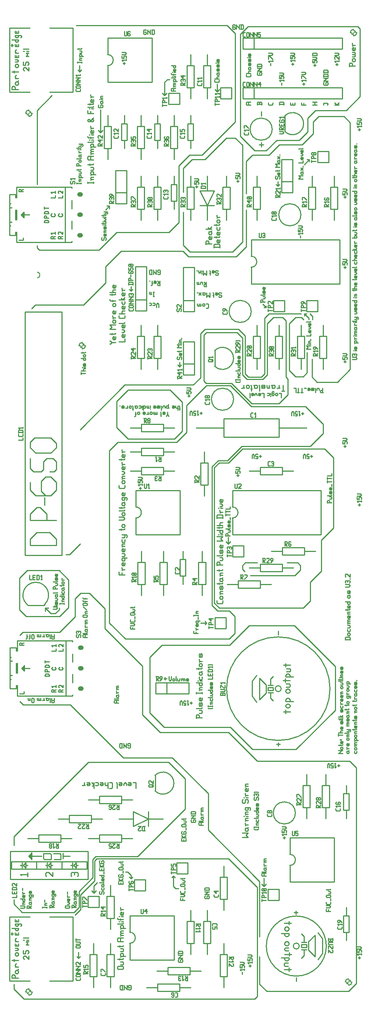
<source format=gbr>
G04 start of page 8 for group -4079 idx -4079 *
G04 Title: (unknown), topsilk *
G04 Creator: pcb 20091103 *
G04 CreationDate: Mon Oct  4 16:31:00 2010 UTC *
G04 For: fosse *
G04 Format: Gerber/RS-274X *
G04 PCB-Dimensions: 440000 900000 *
G04 PCB-Coordinate-Origin: lower left *
%MOIN*%
%FSLAX25Y25*%
%LNFRONTSILK*%
%ADD11C,0.0200*%
%ADD12C,0.0400*%
%ADD14C,0.0100*%
%ADD51C,0.0102*%
%ADD52C,0.0114*%
G54D11*G36*
X431300Y886300D02*X430300D01*
Y887300D01*
X431300D01*
Y886300D01*
G37*
G36*
X432300Y887300D02*X431300D01*
Y888300D01*
X432300D01*
Y887300D01*
G37*
G36*
X137300Y813300D02*X136300D01*
Y814300D01*
X137300D01*
Y813300D01*
G37*
G36*
X138300Y814300D02*X137300D01*
Y815300D01*
X138300D01*
Y814300D01*
G37*
G36*
X137300Y17800D02*X136300D01*
Y18800D01*
X137300D01*
Y17800D01*
G37*
G36*
X138300Y18800D02*X137300D01*
Y19800D01*
X138300D01*
Y18800D01*
G37*
G36*
X426800Y26800D02*X425800D01*
Y27800D01*
X426800D01*
Y26800D01*
G37*
G36*
X427800Y27800D02*X426800D01*
Y28800D01*
X427800D01*
Y27800D01*
G37*
G36*
X185600Y602900D02*X184600D01*
Y603900D01*
X185600D01*
Y602900D01*
G37*
G36*
X186600Y603900D02*X185600D01*
Y604900D01*
X186600D01*
Y603900D01*
G37*
G54D14*X196100Y114900D02*Y108400D01*
X198100Y110400D01*
X196100Y108400D02*X194100Y110400D01*
X196100Y114900D02*X199100Y117900D01*
X195100Y122400D02*X182600Y109900D01*
X196600Y137400D02*X198600Y139400D01*
X195100Y138900D02*Y122400D01*
X123600Y25900D02*Y21400D01*
X132600Y12400D01*
X182100Y54900D02*Y49400D01*
X180600Y50900D01*
X182100Y49400D02*X183600Y50900D01*
X123600Y159400D02*Y151400D01*
Y159400D02*X191100Y226900D01*
X195100Y138900D02*X197600Y141400D01*
X184100Y106900D02*Y93400D01*
Y106900D02*X196600Y119400D01*
Y137400D02*Y119400D01*
X179100Y88400D02*X184100Y93400D01*
X182600Y95400D02*X178100Y90900D01*
X131100D02*X178100D01*
X131100D02*X123600Y98400D01*
Y102400D02*Y98400D01*
X182600Y109900D02*Y95400D01*
X344100Y113400D02*X318100Y139400D01*
X314600D02*X318100D01*
X299600Y165400D02*X346100Y118900D01*
X350100Y121900D02*Y114400D01*
X348100Y116400D01*
X433600Y221900D02*X427600Y227900D01*
X344100D02*X427600D01*
X299600Y198400D02*Y165400D01*
X426600Y19400D02*X433600Y26400D01*
X352600Y19400D02*X426600D01*
X433600Y221900D02*Y26400D01*
X344100Y113400D02*Y14900D01*
X352600Y19400D02*X346100Y25900D01*
Y50900D02*Y25900D01*
Y118900D02*Y68900D01*
X350100Y114400D02*X352100Y116400D01*
X132600Y12400D02*X315100D01*
X314600D02*X341600D01*
X344100Y14900D01*
X268100Y123900D02*X269600Y122400D01*
X198600Y139400D02*X315100D01*
X268100Y123900D02*X266600Y122400D01*
X229600Y124400D02*Y121400D01*
Y124400D02*X226600Y127400D01*
X224600D02*X226600D01*
X229600Y121400D02*X228100Y122900D01*
X229600Y121400D02*X231100Y122900D01*
X270100Y112400D02*X272600D01*
X270100D02*X268100Y114400D01*
Y123900D02*Y114400D01*
X224100Y568400D02*X183600Y527900D01*
X217600Y516400D02*X210100Y508900D01*
X269100Y519400D02*X276100Y526400D01*
Y552900D02*Y526400D01*
X273600Y588900D02*Y584900D01*
X272100Y586400D01*
X273600Y584900D02*X275100Y586400D01*
X227100Y563900D02*X265100D01*
X227100Y519400D02*X269100D01*
X224600Y516400D02*X271100D01*
X217600D02*X225100D01*
X229600Y657400D02*Y653400D01*
X228100Y654900D01*
X229600Y653400D02*X231100Y654900D01*
X350600Y628900D02*Y578400D01*
X296600Y618900D02*X327100D01*
X330600Y610900D02*X325600Y615900D01*
X333100Y612900D02*X327100Y618900D01*
X333100Y612900D02*Y578400D01*
X330600Y597900D02*Y577400D01*
Y610900D02*Y596900D01*
X295600Y613400D02*Y571900D01*
X292600Y614900D02*Y574900D01*
X296600Y618900D02*X292600Y614900D01*
X295600Y571900D02*X297600Y569900D01*
X320600D01*
X292600Y574900D02*X286100Y568400D01*
X353100Y577400D02*X349100Y573400D01*
X347600Y575400D02*X350600Y578400D01*
X334600Y573400D02*X349100D01*
X334600D02*X330600Y577400D01*
X333100Y578400D02*X336100Y575400D01*
X347600D01*
X305100Y493400D02*Y460900D01*
Y461400D02*Y370900D01*
X303100Y462900D02*Y368900D01*
X309600Y497900D02*X318100D01*
X317600Y424400D02*X315600Y426400D01*
X317600Y430400D02*Y424400D01*
X216600Y553400D02*Y529900D01*
X227100Y519400D02*X216600Y529900D01*
X227100Y563900D02*X216600Y553400D01*
X271100Y516400D02*X280100Y525400D01*
X224100Y568400D02*X286100D01*
X276100Y552900D02*X265100Y563900D01*
X280100Y549900D02*Y525400D01*
Y549900D02*X298100Y567900D01*
X318600Y338400D02*X323600Y343400D01*
X308100Y363900D02*X318600D01*
X323600Y358900D01*
Y343400D01*
X330600Y404900D02*Y401400D01*
X333100Y407400D02*X330600Y404900D01*
X333100Y407400D02*X344100D01*
X224600Y338400D02*X318600D01*
X292600Y352900D02*X298100D01*
X296600Y351400D01*
X298100Y352900D02*X296600Y354400D01*
X210100Y508900D02*Y352900D01*
X224600Y338400D01*
X206100Y365900D02*Y347900D01*
Y365900D02*X192100Y379900D01*
X184100D02*X192100D01*
X354600Y632900D02*X383600D01*
X386600D02*Y630900D01*
Y632900D02*X388600D01*
X389100Y597900D02*Y579400D01*
X358600Y629400D02*X353100Y623900D01*
Y577400D01*
X370100Y626400D02*Y575400D01*
X363600Y551400D02*X371600Y559400D01*
Y573900D02*X370100Y575400D01*
X371600Y573900D02*Y559400D01*
X373100Y623900D02*Y581400D01*
X378600Y575900D01*
X385600D01*
X389100Y579400D01*
X378100Y395900D02*X383100Y400900D01*
Y404900D02*Y400900D01*
X402100Y399900D02*X392100Y389900D01*
X402100Y427900D02*Y399900D01*
X303100Y494400D02*Y462400D01*
X317600Y424400D02*X319600Y426400D01*
X330600Y510400D02*X318100Y497900D01*
X330600Y401400D02*X332600Y399400D01*
X337600Y395900D02*X378100D01*
X371100Y407400D02*X380600D01*
X403600Y532900D02*Y524400D01*
X392100Y512900D01*
X398100Y570900D02*X416600D01*
X387600Y548900D02*X403600Y532900D01*
X393600Y591900D02*Y575400D01*
X398100Y570900D02*X393600Y575400D01*
X428100Y582400D02*X416600Y570900D01*
X298100Y567900D02*X319600D01*
X338600Y548900D01*
X320600Y569900D02*X339100Y551400D01*
X308600Y499900D02*X303100Y494400D01*
X305100Y493400D02*X309600Y497900D01*
X338600Y548900D02*X387600D01*
X330100Y512900D02*X392100D01*
X330100D02*X317100Y499900D01*
X308600D02*X317100D01*
X330600Y510400D02*X405100D01*
X402100Y427900D02*X413100Y438900D01*
Y502400D02*Y438900D01*
Y502400D02*X405100Y510400D01*
X339100Y551400D02*X363600D01*
X263600Y226900D02*X278600Y211900D01*
Y184400D01*
X235600Y141400D01*
X197600D02*X235600D01*
X191100Y226900D02*X263600D01*
X222600Y230900D02*X174600Y278900D01*
X222600Y230900D02*X267100D01*
X259600Y258400D02*X246600Y271400D01*
X256100Y253900D02*X240100Y269900D01*
X246600Y308900D02*Y271400D01*
X240100Y313900D02*Y269900D01*
X259600Y302400D02*X262100D01*
X259600D02*X260600Y301400D01*
X259600Y302400D02*X260600Y303400D01*
X246600Y321900D02*X257600Y332900D01*
X339600Y238400D02*X319600Y258400D01*
X259600D02*X319600D01*
X344100Y227900D02*X318100Y253900D01*
X267100Y230900D02*X299600Y198400D01*
X256100Y253900D02*X318100D01*
X132100Y278900D02*X174600D01*
X129100Y281900D02*X132100Y278900D01*
X257600Y332900D02*X319100D01*
X336600Y350400D01*
X377600D01*
X414600Y313400D01*
Y273900D01*
X379100Y238400D01*
X339600D02*X379100D01*
X309600Y366400D02*X305100Y370900D01*
X303100Y368900D02*X308100Y363900D01*
X309600Y366400D02*X346600D01*
X392100Y389900D02*Y372900D01*
X385600Y366400D01*
X341100D02*X385600D01*
X383100Y404900D02*X380600Y407400D01*
X246600Y321900D02*Y307400D01*
X240100Y313900D02*X206100Y347900D01*
X183600Y424400D02*X174100Y414900D01*
X170600D02*X174100D01*
X164600Y400400D02*X173100Y391900D01*
X135600Y400400D02*X164600D01*
X128600Y393400D02*X135600Y400400D01*
X128600Y393400D02*Y364900D01*
X131600Y344400D02*X129100Y341900D01*
X131600Y344400D02*X165100D01*
X134600Y358900D02*X165100D01*
X157100Y361400D02*X161100D01*
X152100Y366400D02*X157100Y361400D01*
X152100Y366400D02*Y363400D01*
Y366400D02*X155100D01*
X134600Y358900D02*X128600Y364900D01*
X173100Y366900D02*X165100Y358900D01*
X173100Y391900D02*Y366900D01*
X164600Y366400D02*Y364900D01*
X184100Y379900D02*X179100Y374900D01*
Y358400D01*
X164600Y364900D02*X161100Y361400D01*
X179100Y358400D02*X165100Y344400D01*
X437100Y890900D02*Y829400D01*
Y890900D02*X435100Y892900D01*
X335600D02*X435100D01*
X324100Y886400D02*X316600Y893900D01*
X389600Y809900D02*Y797400D01*
X394600Y806400D02*Y795900D01*
Y806400D02*X399600Y811400D01*
X437100Y829400D02*X424600Y816900D01*
X396600D02*X424600D01*
X396600D02*X389600Y809900D01*
X399600Y811400D02*X422600D01*
X428100Y805900D01*
X350600Y628900D02*X354600Y632900D01*
X334100Y693400D02*X325100Y684400D01*
X358600Y629400D02*X367100D01*
X349100Y641400D02*X352100Y638400D01*
X350100D02*X352100D01*
Y639900D02*Y638400D01*
X391100Y772400D02*Y770400D01*
X394100Y630400D02*X391600Y632900D01*
X378600Y629400D02*X384100D01*
X390600Y628900D02*X386600Y632900D01*
X362600Y752400D02*Y748400D01*
X361100Y749900D01*
X362600Y748400D02*X364100Y749900D01*
X389100Y772400D02*X391100D01*
X386600Y767900D02*X391100Y772400D01*
X334100Y770900D02*Y741400D01*
Y770900D02*X339600Y776400D01*
X428100Y805900D02*Y582400D01*
X367100Y629400D02*X370100Y626400D01*
X394100Y630400D02*Y627400D01*
X373100Y623900D02*X378600Y629400D01*
X384100D02*X386100Y627400D01*
X390600Y628900D02*Y627400D01*
X324100Y886400D02*Y806400D01*
X320600Y684400D02*X325100D01*
X321600Y688900D02*X330600Y697900D01*
Y785400D02*Y697900D01*
X328600Y828400D02*Y793400D01*
X335600Y892900D02*X328600Y885900D01*
Y844400D02*Y827900D01*
Y885900D02*Y843900D01*
X334100Y726900D02*Y693400D01*
X364100Y785900D02*X354600Y776400D01*
X330600Y785400D02*X324100Y791900D01*
X328600Y793400D02*X341600Y780400D01*
X339600Y776400D02*X354600D01*
X361600Y789900D02*X352100Y780400D01*
X341600D02*X352100D01*
X389600Y797400D02*X382100Y789900D01*
X361600D02*X382100D01*
X364100Y785900D02*X384600D01*
X394600Y795900D01*
X158100Y830400D02*X144600Y816900D01*
Y749900D01*
Y694400D02*Y692400D01*
X146600Y690400D01*
X200600D01*
X216600Y706400D01*
X206600Y675400D02*X220600Y689400D01*
X206600Y660900D02*X186600Y640900D01*
X143100D02*X186600D01*
X143100D02*X139600Y637400D01*
X206600Y675400D02*Y660900D01*
Y726900D02*X210100Y730400D01*
X207600D02*X210100D01*
Y727900D01*
X202100Y817400D02*Y796900D01*
X200100Y798900D01*
X202100Y796900D02*X204100Y798900D01*
X216600Y706400D02*X264100D01*
X220600Y689400D02*X276600D01*
X281600Y684400D01*
X322100D01*
X283100Y688900D02*X321600D01*
X277100Y694900D02*X283100Y688900D01*
X264100Y706400D02*X273100Y715400D01*
Y766900D02*Y715400D01*
X277100Y764400D02*Y742900D01*
X295600Y613400D02*X298100Y615900D01*
X325600D01*
X277100Y724900D02*Y694900D01*
X180100Y893900D02*X316600D01*
X273100Y766900D02*X282600Y776400D01*
X294100D01*
X285100Y772400D02*X296600D01*
X285100D02*X277100Y764400D01*
X294100Y776400D02*X324100Y806400D01*
X316100Y791900D02*X324100D01*
X316100D02*X296600Y772400D01*
X307600Y840900D02*Y833900D01*
X305600Y835900D01*
X307600Y833900D02*X309600Y835900D01*
X260100Y830400D02*X262100Y832400D01*
X260100Y830400D02*X258100Y832400D01*
X260100Y842400D02*Y830400D01*
Y842400D02*X262600Y844900D01*
X264600D01*
X183100Y857400D02*Y851900D01*
X181600Y853400D01*
X183100Y851900D02*X184600Y853400D01*
X140300Y18799D02*G75*G02X137301Y15800I-2999J0D01*G01*
X134300Y18800D02*G75*G02X137300Y21800I3000J0D01*G01*
X135300Y18800D02*G75*G03X137300Y16800I2000J0D01*G01*
X139300Y18800D02*G75*G03X137300Y20800I-2000J0D01*G01*
X429800Y27799D02*G75*G02X426801Y24800I-2999J0D01*G01*
X423800Y27800D02*G75*G02X426800Y30800I3000J0D01*G01*
X424800Y27800D02*G75*G03X426800Y25800I2000J0D01*G01*
X428800Y27800D02*G75*G03X426800Y29800I-2000J0D01*G01*
X429300Y887300D02*G75*G03X431300Y885300I2000J0D01*G01*
X433300Y887300D02*G75*G03X431300Y889300I-2000J0D01*G01*
X434300Y887299D02*G75*G02X431301Y884300I-2999J0D01*G01*
X428300Y887300D02*G75*G02X431300Y890300I3000J0D01*G01*
X135300Y814300D02*G75*G03X137300Y812300I2000J0D01*G01*
X134300Y814300D02*G75*G02X137300Y817300I3000J0D01*G01*
X139300Y814300D02*G75*G03X137300Y816300I-2000J0D01*G01*
X140300Y814299D02*G75*G02X137301Y811300I-2999J0D01*G01*
X145100Y665400D02*G75*G03X147100Y667400I0J2000D01*G01*
Y668400D02*G75*G03X145100Y670400I-2000J0D01*G01*
X188600Y603899D02*G75*G02X185601Y600900I-2999J0D01*G01*
X182600Y603900D02*G75*G02X185600Y606900I3000J0D01*G01*
X183600Y603900D02*G75*G03X185600Y601900I2000J0D01*G01*
X187600Y603900D02*G75*G03X185600Y605900I-2000J0D01*G01*
X309620Y647890D02*X309125Y648385D01*
X309620Y647890D02*X311105D01*
X311600Y648385D02*X311105Y647890D01*
X311600Y649375D02*Y648385D01*
Y649375D02*X311105Y649870D01*
X309620D02*X311105D01*
X309620D02*X309125Y650365D01*
Y651355D02*Y650365D01*
X309620Y651850D02*X309125Y651355D01*
X309620Y651850D02*X311105D01*
X311600Y651355D02*X311105Y651850D01*
X305957D02*X307442D01*
X307937Y651355D02*X307442Y651850D01*
X307937Y651355D02*Y650365D01*
X307442Y649870D01*
X306452D02*X307442D01*
X306452D02*X305957Y650365D01*
Y650860D02*X307937D01*
X305957D02*Y650365D01*
X304273Y651355D02*Y647890D01*
Y651355D02*X303778Y651850D01*
Y649375D02*X304768D01*
X301005Y651850D02*Y647890D01*
X299520Y649375D01*
X298035Y647890D01*
Y651850D02*Y647890D01*
X295361Y649870D02*X294866Y650365D01*
X295361Y649870D02*X296351D01*
X296846Y650365D02*X296351Y649870D01*
X296846Y651355D02*Y650365D01*
Y651355D02*X296351Y651850D01*
X294866Y651355D02*Y649870D01*
Y651355D02*X294371Y651850D01*
X295361D02*X296351D01*
X295361D02*X294866Y651355D01*
X293182Y649870D02*X291202Y651850D01*
X293182D02*X291202Y649870D01*
X289518Y651850D02*X290013D01*
X296120Y657390D02*X298100D01*
X296120D02*X295625Y657885D01*
Y658875D02*Y657885D01*
X296120Y659370D02*X295625Y658875D01*
X296120Y659370D02*X297605D01*
Y661350D02*Y657390D01*
Y659370D02*X295625Y661350D01*
X294437Y660855D02*Y659370D01*
Y660855D02*X293942Y661350D01*
X292952D02*X293942D01*
X292952D02*X292457Y660855D01*
Y659370D01*
X290773Y661350D02*Y659865D01*
X290278Y659370D01*
X289783D02*X290278D01*
X289783D02*X289288Y659865D01*
Y661350D02*Y659865D01*
X291268Y659370D02*X290773Y659865D01*
X304920Y693060D02*X310200D01*
X304920Y695040D02*X305580Y695700D01*
X309540D01*
X310200Y695040D02*X309540Y695700D01*
X310200Y695040D02*Y692400D01*
X304920Y695040D02*Y692400D01*
X310200Y699925D02*Y697945D01*
X309540Y697285D02*X310200Y697945D01*
X308220Y697285D02*X309540D01*
X308220D02*X307560Y697945D01*
Y699265D02*Y697945D01*
Y699265D02*X308220Y699925D01*
X308880D02*Y697285D01*
X308220Y699925D02*X308880D01*
X304920Y702170D02*X309540D01*
X310200Y702830D01*
X306900D02*Y701510D01*
X310200Y706791D02*Y704811D01*
X309540Y704151D02*X310200Y704811D01*
X308220Y704151D02*X309540D01*
X308220D02*X307560Y704811D01*
Y706131D02*Y704811D01*
Y706131D02*X308220Y706791D01*
X308880D02*Y704151D01*
X308220Y706791D02*X308880D01*
X307560Y711017D02*Y709037D01*
X308220Y708377D02*X307560Y709037D01*
X308220Y708377D02*X309540D01*
X310200Y709037D01*
Y711017D02*Y709037D01*
X304920Y713262D02*X309540D01*
X310200Y713922D01*
X306900D02*Y712602D01*
X308220Y715243D02*X309540D01*
X308220D02*X307560Y715903D01*
Y717223D02*Y715903D01*
Y717223D02*X308220Y717883D01*
X309540D01*
X310200Y717223D02*X309540Y717883D01*
X310200Y717223D02*Y715903D01*
X309540Y715243D02*X310200Y715903D01*
X308220Y720129D02*X310200D01*
X308220D02*X307560Y720789D01*
Y722109D02*Y720789D01*
Y719469D02*X308220Y720129D01*
X297420Y696060D02*X302700D01*
X297420Y698040D02*Y695400D01*
Y698040D02*X298080Y698700D01*
X299400D01*
X300060Y698040D02*X299400Y698700D01*
X300060Y698040D02*Y696060D01*
X302700Y702925D02*Y700945D01*
X302040Y700285D02*X302700Y700945D01*
X300720Y700285D02*X302040D01*
X300720D02*X300060Y700945D01*
Y702265D02*Y700945D01*
Y702265D02*X300720Y702925D01*
X301380D02*Y700285D01*
X300720Y702925D02*X301380D01*
X300060Y706490D02*X300720Y707150D01*
X300060Y706490D02*Y705170D01*
X300720Y704510D02*X300060Y705170D01*
X300720Y704510D02*X302040D01*
X302700Y705170D01*
X300060Y707150D02*X302040D01*
X302700Y707810D01*
Y706490D02*Y705170D01*
Y706490D02*X302040Y707150D01*
X297420Y709395D02*X302700D01*
X300720D02*X302700Y711375D01*
X300720Y709395D02*X299400Y710715D01*
X306620Y667890D02*X306125Y668385D01*
X306620Y667890D02*X308105D01*
X308600Y668385D02*X308105Y667890D01*
X308600Y669375D02*Y668385D01*
Y669375D02*X308105Y669870D01*
X306620D02*X308105D01*
X306620D02*X306125Y670365D01*
Y671355D02*Y670365D01*
X306620Y671850D02*X306125Y671355D01*
X306620Y671850D02*X308105D01*
X308600Y671355D02*X308105Y671850D01*
X302957D02*X304442D01*
X304937Y671355D02*X304442Y671850D01*
X304937Y671355D02*Y670365D01*
X304442Y669870D01*
X303452D02*X304442D01*
X303452D02*X302957Y670365D01*
Y670860D02*X304937D01*
X302957D02*Y670365D01*
X301273Y671355D02*Y667890D01*
Y671355D02*X300778Y671850D01*
Y669375D02*X301768D01*
X298005Y671850D02*Y667890D01*
X296520Y669375D01*
X295035Y667890D01*
Y671850D02*Y667890D01*
X293846Y669375D02*Y668880D01*
Y671850D02*Y670365D01*
X292360Y671850D02*Y670365D01*
X291865Y669870D01*
X291370D02*X291865D01*
X291370D02*X290875Y670365D01*
Y671850D02*Y670365D01*
X292855Y669870D02*X292360Y670365D01*
X289191Y671850D02*X289686D01*
X326570Y753880D02*Y751900D01*
X325580Y752890D02*X327560D01*
X324590Y757048D02*Y755068D01*
X326570D01*
X326075Y755563D01*
Y756553D02*Y755563D01*
Y756553D02*X326570Y757048D01*
X328055D01*
X328550Y756553D02*X328055Y757048D01*
X328550Y756553D02*Y755563D01*
X328055Y755068D02*X328550Y755563D01*
X324590Y758237D02*X327560D01*
X328550Y759227D01*
X327560Y760217D01*
X324590D02*X327560D01*
X266585Y834400D02*X270050D01*
X266585D02*X266090Y834895D01*
Y836380D02*Y834895D01*
Y836380D02*X266585Y836875D01*
X270050D01*
X268070D02*Y834400D01*
X268565Y838558D02*X270050D01*
X268565D02*X268070Y839053D01*
Y839548D02*Y839053D01*
Y839548D02*X268565Y840043D01*
X270050D01*
X268565D02*X268070Y840538D01*
Y841033D02*Y840538D01*
Y841033D02*X268565Y841528D01*
X270050D01*
X268070Y838063D02*X268565Y838558D01*
Y843212D02*X271535D01*
X268070Y842717D02*X268565Y843212D01*
X268070Y843707D01*
Y844697D02*Y843707D01*
Y844697D02*X268565Y845192D01*
X269555D01*
X270050Y844697D02*X269555Y845192D01*
X270050Y844697D02*Y843707D01*
X269555Y843212D02*X270050Y843707D01*
X266090Y846381D02*X269555D01*
X270050Y846876D01*
X267080Y847867D02*X267575D01*
X268565D02*X270050D01*
X266585Y849353D02*X270050D01*
X266585D02*X266090Y849848D01*
Y850343D02*Y849848D01*
X268070D02*Y848858D01*
X267080Y851334D02*X267575D01*
X268565D02*X270050D01*
Y854305D02*Y852820D01*
X269555Y852325D02*X270050Y852820D01*
X268565Y852325D02*X269555D01*
X268565D02*X268070Y852820D01*
Y853810D02*Y852820D01*
Y853810D02*X268565Y854305D01*
X269060D02*Y852325D01*
X268565Y854305D02*X269060D01*
X266090Y857474D02*X270050D01*
Y856979D02*X269555Y857474D01*
X270050Y856979D02*Y855989D01*
X269555Y855494D02*X270050Y855989D01*
X268565Y855494D02*X269555D01*
X268565D02*X268070Y855989D01*
Y856979D02*Y855989D01*
Y856979D02*X268565Y857474D01*
X289070Y748880D02*Y746900D01*
X288080Y747890D02*X290060D01*
X287090Y752048D02*Y750068D01*
X289070D01*
X288575Y750563D01*
Y751553D02*Y750563D01*
Y751553D02*X289070Y752048D01*
X290555D01*
X291050Y751553D02*X290555Y752048D01*
X291050Y751553D02*Y750563D01*
X290555Y750068D02*X291050Y750563D01*
X287090Y753237D02*X290060D01*
X291050Y754227D01*
X290060Y755217D01*
X287090D02*X290060D01*
X309550Y844380D02*Y842895D01*
X309055Y842400D02*X309550Y842895D01*
X306085Y842400D02*X309055D01*
X306085D02*X305590Y842895D01*
Y844380D02*Y842895D01*
Y845568D02*X309550D01*
X308065D02*X307570Y846063D01*
Y847053D02*Y846063D01*
Y847053D02*X308065Y847548D01*
X309550D01*
X307570Y850222D02*X308065Y850717D01*
X307570Y850222D02*Y849232D01*
X308065Y848737D02*X307570Y849232D01*
X308065Y848737D02*X309055D01*
X309550Y849232D01*
X307570Y850717D02*X309055D01*
X309550Y851212D01*
Y850222D02*Y849232D01*
Y850222D02*X309055Y850717D01*
X309550Y854381D02*Y852896D01*
Y854381D02*X309055Y854876D01*
X308560Y854381D02*X309055Y854876D01*
X308560Y854381D02*Y852896D01*
X308065Y852401D02*X308560Y852896D01*
X308065Y852401D02*X307570Y852896D01*
Y854381D02*Y852896D01*
Y854381D02*X308065Y854876D01*
X309055Y852401D02*X309550Y852896D01*
Y858045D02*Y856560D01*
Y858045D02*X309055Y858540D01*
X308560Y858045D02*X309055Y858540D01*
X308560Y858045D02*Y856560D01*
X308065Y856065D02*X308560Y856560D01*
X308065Y856065D02*X307570Y856560D01*
Y858045D02*Y856560D01*
Y858045D02*X308065Y858540D01*
X309055Y856065D02*X309550Y856560D01*
X306580Y859729D02*X307075D01*
X308065D02*X309550D01*
Y862700D02*Y861215D01*
Y862700D02*X309055Y863195D01*
X308560Y862700D02*X309055Y863195D01*
X308560Y862700D02*Y861215D01*
X308065Y860720D02*X308560Y861215D01*
X308065Y860720D02*X307570Y861215D01*
Y862700D02*Y861215D01*
Y862700D02*X308065Y863195D01*
X309055Y860720D02*X309550Y861215D01*
X338050Y849380D02*Y847895D01*
X337555Y847400D02*X338050Y847895D01*
X334585Y847400D02*X337555D01*
X334585D02*X334090Y847895D01*
Y849380D02*Y847895D01*
Y850568D02*X338050D01*
X336565D02*X336070Y851063D01*
Y852053D02*Y851063D01*
Y852053D02*X336565Y852548D01*
X338050D01*
X336070Y855222D02*X336565Y855717D01*
X336070Y855222D02*Y854232D01*
X336565Y853737D02*X336070Y854232D01*
X336565Y853737D02*X337555D01*
X338050Y854232D01*
X336070Y855717D02*X337555D01*
X338050Y856212D01*
Y855222D02*Y854232D01*
Y855222D02*X337555Y855717D01*
X338050Y859381D02*Y857896D01*
Y859381D02*X337555Y859876D01*
X337060Y859381D02*X337555Y859876D01*
X337060Y859381D02*Y857896D01*
X336565Y857401D02*X337060Y857896D01*
X336565Y857401D02*X336070Y857896D01*
Y859381D02*Y857896D01*
Y859381D02*X336565Y859876D01*
X337555Y857401D02*X338050Y857896D01*
Y863045D02*Y861560D01*
Y863045D02*X337555Y863540D01*
X337060Y863045D02*X337555Y863540D01*
X337060Y863045D02*Y861560D01*
X336565Y861065D02*X337060Y861560D01*
X336565Y861065D02*X336070Y861560D01*
Y863045D02*Y861560D01*
Y863045D02*X336565Y863540D01*
X337555Y861065D02*X338050Y861560D01*
X335080Y864729D02*X335575D01*
X336565D02*X338050D01*
Y867700D02*Y866215D01*
Y867700D02*X337555Y868195D01*
X337060Y867700D02*X337555Y868195D01*
X337060Y867700D02*Y866215D01*
X336565Y865720D02*X337060Y866215D01*
X336565Y865720D02*X336070Y866215D01*
Y867700D02*Y866215D01*
Y867700D02*X336565Y868195D01*
X337555Y865720D02*X338050Y866215D01*
X344090Y850880D02*X344585Y851375D01*
X344090Y850880D02*Y849395D01*
X344585Y848900D02*X344090Y849395D01*
X344585Y848900D02*X347555D01*
X348050Y849395D01*
Y850880D02*Y849395D01*
Y850880D02*X347555Y851375D01*
X346565D02*X347555D01*
X346070Y850880D02*X346565Y851375D01*
X346070Y850880D02*Y849890D01*
X344090Y852563D02*X348050D01*
X344090D02*X344585D01*
X347060Y855038D01*
X344090D02*X348050D01*
X344090Y856722D02*X348050D01*
X344090Y858207D02*X344585Y858702D01*
X347555D01*
X348050Y858207D02*X347555Y858702D01*
X348050Y858207D02*Y856227D01*
X344090Y858207D02*Y856227D01*
X356070Y859380D02*Y857400D01*
X358050Y862053D02*Y861063D01*
X354090Y861558D02*X358050D01*
X355080Y860568D02*X354090Y861558D01*
X358050Y863242D02*X355575Y865717D01*
X354090D02*X355575D01*
X354090D02*Y863242D01*
Y866906D02*X357060D01*
X358050Y867896D01*
X357060Y868886D01*
X354090D02*X357060D01*
X323580Y894410D02*X324075Y893915D01*
X322095Y894410D02*X323580D01*
X321600Y893915D02*X322095Y894410D01*
X321600Y893915D02*Y890945D01*
X322095Y890450D01*
X323580D01*
X324075Y890945D01*
Y891935D02*Y890945D01*
X323580Y892430D02*X324075Y891935D01*
X322590Y892430D02*X323580D01*
X325263Y894410D02*Y890450D01*
Y894410D02*Y893915D01*
X327738Y891440D01*
Y894410D02*Y890450D01*
X329422Y894410D02*Y890450D01*
X330907Y894410D02*X331402Y893915D01*
Y890945D01*
X330907Y890450D02*X331402Y890945D01*
X328927Y890450D02*X330907D01*
X328927Y894410D02*X330907D01*
X181090Y860890D02*Y859900D01*
Y860395D02*X185050D01*
Y860890D02*Y859900D01*
X183565Y862573D02*X185050D01*
X183565D02*X183070Y863068D01*
Y863563D02*Y863068D01*
Y863563D02*X183565Y864058D01*
X185050D01*
X183070Y862078D02*X183565Y862573D01*
Y865742D02*X186535D01*
X183070Y865247D02*X183565Y865742D01*
X183070Y866237D01*
Y867227D02*Y866237D01*
Y867227D02*X183565Y867722D01*
X184555D01*
X185050Y867227D02*X184555Y867722D01*
X185050Y867227D02*Y866237D01*
X184555Y865742D02*X185050Y866237D01*
X183070Y868911D02*X184555D01*
X185050Y869406D01*
Y870396D02*Y869406D01*
Y870396D02*X184555Y870891D01*
X183070D02*X184555D01*
X181090Y872575D02*X184555D01*
X185050Y873070D01*
X182575D02*Y872080D01*
X180590Y751390D02*Y750400D01*
Y750895D02*X184550D01*
Y751390D02*Y750400D01*
X183065Y753073D02*X184550D01*
X183065D02*X182570Y753568D01*
Y754063D02*Y753568D01*
Y754063D02*X183065Y754558D01*
X184550D01*
X182570Y752578D02*X183065Y753073D01*
Y756242D02*X186035D01*
X182570Y755747D02*X183065Y756242D01*
X182570Y756737D01*
Y757727D02*Y756737D01*
Y757727D02*X183065Y758222D01*
X184055D01*
X184550Y757727D02*X184055Y758222D01*
X184550Y757727D02*Y756737D01*
X184055Y756242D02*X184550Y756737D01*
X182570Y759411D02*X184055D01*
X184550Y759906D01*
Y760896D02*Y759906D01*
Y760896D02*X184055Y761391D01*
X182570D02*X184055D01*
X180590Y763075D02*X184055D01*
X184550Y763570D01*
X182075D02*Y762580D01*
X180590Y766838D02*X184550D01*
X180590Y768323D02*Y766343D01*
Y768323D02*X181085Y768818D01*
X182075D01*
X182570Y768323D02*X182075Y768818D01*
X182570Y768323D02*Y766838D01*
X183065Y770007D02*X184055D01*
X183065D02*X182570Y770502D01*
Y771492D02*Y770502D01*
Y771492D02*X183065Y771987D01*
X184055D01*
X184550Y771492D02*X184055Y771987D01*
X184550Y771492D02*Y770502D01*
X184055Y770007D02*X184550Y770502D01*
X180590Y773176D02*X184055D01*
X184550Y773671D01*
X182570Y776147D02*X183065Y776642D01*
X182570Y776147D02*Y775157D01*
X183065Y774662D02*X182570Y775157D01*
X183065Y774662D02*X184055D01*
X184550Y775157D01*
X182570Y776642D02*X184055D01*
X184550Y777137D01*
Y776147D02*Y775157D01*
Y776147D02*X184055Y776642D01*
X183065Y778821D02*X184550D01*
X183065D02*X182570Y779316D01*
Y780306D02*Y779316D01*
Y778326D02*X183065Y778821D01*
X181580Y781495D02*X182075D01*
X183065D02*X184550D01*
X180590Y782981D02*X184055D01*
X184550Y783476D01*
X182075D02*Y782486D01*
X182570Y784467D02*X184055D01*
X184550Y784962D01*
X182570Y786447D02*X185540D01*
X186035Y785952D02*X185540Y786447D01*
X186035Y785952D02*Y784962D01*
X185540Y784467D02*X186035Y784962D01*
X184550Y785952D02*Y784962D01*
Y785952D02*X184055Y786447D01*
X223570Y860380D02*Y858400D01*
X222580Y859390D02*X224560D01*
X225550Y863053D02*Y862063D01*
X221590Y862558D02*X225550D01*
X222580Y861568D02*X221590Y862558D01*
Y866222D02*Y864242D01*
X223570D01*
X223075Y864737D01*
Y865727D02*Y864737D01*
Y865727D02*X223570Y866222D01*
X225055D01*
X225550Y865727D02*X225055Y866222D01*
X225550Y865727D02*Y864737D01*
X225055Y864242D02*X225550Y864737D01*
X221590Y867411D02*X224560D01*
X225550Y868401D01*
X224560Y869391D01*
X221590D02*X224560D01*
X243080Y889910D02*X243575Y889415D01*
X241595Y889910D02*X243080D01*
X241100Y889415D02*X241595Y889910D01*
X241100Y889415D02*Y886445D01*
X241595Y885950D01*
X243080D01*
X243575Y886445D01*
Y887435D02*Y886445D01*
X243080Y887930D02*X243575Y887435D01*
X242090Y887930D02*X243080D01*
X244763Y889910D02*Y885950D01*
Y889910D02*Y889415D01*
X247238Y886940D01*
Y889910D02*Y885950D01*
X248922Y889910D02*Y885950D01*
X250407Y889910D02*X250902Y889415D01*
Y886445D01*
X250407Y885950D02*X250902Y886445D01*
X248427Y885950D02*X250407D01*
X248427Y889910D02*X250407D01*
X190420Y752220D02*Y750900D01*
Y751560D02*X195700D01*
Y752220D02*Y750900D01*
X193720Y754465D02*X195700D01*
X193720D02*X193060Y755125D01*
Y755785D02*Y755125D01*
Y755785D02*X193720Y756445D01*
X195700D01*
X193060Y753805D02*X193720Y754465D01*
Y758690D02*X197680D01*
X193060Y758030D02*X193720Y758690D01*
X193060Y759350D01*
Y760670D02*Y759350D01*
Y760670D02*X193720Y761330D01*
X195040D01*
X195700Y760670D02*X195040Y761330D01*
X195700Y760670D02*Y759350D01*
X195040Y758690D02*X195700Y759350D01*
X193060Y762915D02*X195040D01*
X195700Y763575D01*
Y764895D02*Y763575D01*
Y764895D02*X195040Y765555D01*
X193060D02*X195040D01*
X190420Y767801D02*X195040D01*
X195700Y768461D01*
X192400D02*Y767141D01*
X191080Y772158D02*X195700D01*
X191080D02*X190420Y772818D01*
Y774798D02*Y772818D01*
Y774798D02*X191080Y775458D01*
X195700D01*
X193060D02*Y772158D01*
X193720Y777703D02*X195700D01*
X193720D02*X193060Y778363D01*
Y779023D02*Y778363D01*
Y779023D02*X193720Y779683D01*
X195700D01*
X193720D02*X193060Y780343D01*
Y781003D02*Y780343D01*
Y781003D02*X193720Y781663D01*
X195700D01*
X193060Y777043D02*X193720Y777703D01*
Y783909D02*X197680D01*
X193060Y783249D02*X193720Y783909D01*
X193060Y784569D01*
Y785889D02*Y784569D01*
Y785889D02*X193720Y786549D01*
X195040D01*
X195700Y785889D02*X195040Y786549D01*
X195700Y785889D02*Y784569D01*
X195040Y783909D02*X195700Y784569D01*
X190420Y788134D02*X195040D01*
X195700Y788794D01*
X191740Y790115D02*X192400D01*
X193720D02*X195700D01*
X191080Y792097D02*X195700D01*
X191080D02*X190420Y792757D01*
Y793417D02*Y792757D01*
X193060D02*Y791437D01*
X191740Y794738D02*X192400D01*
X193720D02*X195700D01*
Y798699D02*Y796719D01*
X195040Y796059D02*X195700Y796719D01*
X193720Y796059D02*X195040D01*
X193720D02*X193060Y796719D01*
Y798039D02*Y796719D01*
Y798039D02*X193720Y798699D01*
X194380D02*Y796059D01*
X193720Y798699D02*X194380D01*
X193720Y800945D02*X195700D01*
X193720D02*X193060Y801605D01*
Y802925D02*Y801605D01*
Y800285D02*X193720Y800945D01*
X195040Y806886D02*X195700Y807546D01*
X191080Y806886D02*X192400D01*
X191080D02*X190420Y807546D01*
X193720Y806886D02*X191740Y808866D01*
X195700Y808206D02*Y807546D01*
Y808206D02*X194380Y809526D01*
X192400Y806886D02*X195700Y810186D01*
X190420Y808206D02*Y807546D01*
Y808206D02*X191080Y808866D01*
X191740D01*
X193720Y806886D02*X195040D01*
X190420Y814147D02*X195700D01*
X190420Y816787D02*Y814147D01*
X193060Y816127D02*Y814147D01*
X191740Y818373D02*X192400D01*
X193720D02*X195700D01*
X190420Y819694D02*X195040D01*
X195700Y820354D01*
X190420Y822335D02*X195040D01*
X195700Y822995D01*
X192400D02*Y821675D01*
X195700Y826957D02*Y824977D01*
X195040Y824317D02*X195700Y824977D01*
X193720Y824317D02*X195040D01*
X193720D02*X193060Y824977D01*
Y826297D02*Y824977D01*
Y826297D02*X193720Y826957D01*
X194380D02*Y824317D01*
X193720Y826957D02*X194380D01*
X193720Y829202D02*X195700D01*
X193720D02*X193060Y829862D01*
Y831182D02*Y829862D01*
Y828542D02*X193720Y829202D01*
X200090Y821380D02*X200585Y821875D01*
X200090Y821380D02*Y819895D01*
X200585Y819400D02*X200090Y819895D01*
X200585Y819400D02*X203555D01*
X204050Y819895D01*
Y821380D02*Y819895D01*
Y821380D02*X203555Y821875D01*
X202565D02*X203555D01*
X202070Y821380D02*X202565Y821875D01*
X202070Y821380D02*Y820390D01*
Y824548D02*X202565Y825043D01*
X202070Y824548D02*Y823558D01*
X202565Y823063D02*X202070Y823558D01*
X202565Y823063D02*X203555D01*
X204050Y823558D01*
X202070Y825043D02*X203555D01*
X204050Y825538D01*
Y824548D02*Y823558D01*
Y824548D02*X203555Y825043D01*
X201080Y826727D02*X201575D01*
X202565D02*X204050D01*
X202565Y828213D02*X204050D01*
X202565D02*X202070Y828708D01*
Y829203D02*Y828708D01*
Y829203D02*X202565Y829698D01*
X204050D01*
X202070Y827718D02*X202565Y828213D01*
X414090Y821900D02*X418050D01*
X416070D02*X414090Y823880D01*
X416070Y821900D02*X418050Y823880D01*
X404090Y823385D02*Y821900D01*
Y823385D02*X407555D01*
X408050Y822890D02*X407555Y823385D01*
X408050Y822890D02*Y822395D01*
X407555Y821900D02*X408050Y822395D01*
X436570Y800380D02*Y798400D01*
X435580Y799390D02*X437560D01*
X438550Y803053D02*Y802063D01*
X434590Y802558D02*X438550D01*
X435580Y801568D02*X434590Y802558D01*
Y806222D02*Y804242D01*
X436570D01*
X436075Y804737D01*
Y805727D02*Y804737D01*
Y805727D02*X436570Y806222D01*
X438055D01*
X438550Y805727D02*X438055Y806222D01*
X438550Y805727D02*Y804737D01*
X438055Y804242D02*X438550Y804737D01*
X434590Y807411D02*X437560D01*
X438550Y808401D01*
X437560Y809391D01*
X434590D02*X437560D01*
X427420Y857060D02*X432700D01*
X427420Y859040D02*Y856400D01*
Y859040D02*X428080Y859700D01*
X429400D01*
X430060Y859040D02*X429400Y859700D01*
X430060Y859040D02*Y857060D01*
X430720Y861285D02*X432040D01*
X430720D02*X430060Y861945D01*
Y863265D02*Y861945D01*
Y863265D02*X430720Y863925D01*
X432040D01*
X432700Y863265D02*X432040Y863925D01*
X432700Y863265D02*Y861945D01*
X432040Y861285D02*X432700Y861945D01*
X430060Y865510D02*X432040D01*
X432700Y866170D01*
Y866830D02*Y866170D01*
Y866830D02*X432040Y867490D01*
X430060D02*X432040D01*
X432700Y868150D01*
Y868810D02*Y868150D01*
Y868810D02*X432040Y869470D01*
X430060D02*X432040D01*
X432700Y873695D02*Y871715D01*
X432040Y871055D02*X432700Y871715D01*
X430720Y871055D02*X432040D01*
X430720D02*X430060Y871715D01*
Y873035D02*Y871715D01*
Y873035D02*X430720Y873695D01*
X431380D02*Y871055D01*
X430720Y873695D02*X431380D01*
X430720Y875941D02*X432700D01*
X430720D02*X430060Y876601D01*
Y877921D02*Y876601D01*
Y875281D02*X430720Y875941D01*
X416070Y859380D02*Y857400D01*
X415080Y858390D02*X417060D01*
X418050Y862053D02*Y861063D01*
X414090Y861558D02*X418050D01*
X415080Y860568D02*X414090Y861558D01*
X414585Y863242D02*X414090Y863737D01*
Y865222D02*Y863737D01*
Y865222D02*X414585Y865717D01*
X415575D01*
X418050Y863242D02*X415575Y865717D01*
X418050D02*Y863242D01*
X414090Y866906D02*X417060D01*
X418050Y867896D01*
X417060Y868886D01*
X414090D02*X417060D01*
X394090Y821900D02*X398050D01*
X394090Y824375D02*X398050D01*
X396070D02*Y821900D01*
X366070Y841880D02*Y839900D01*
X368050Y844553D02*Y843563D01*
X364090Y844058D02*X368050D01*
X365080Y843068D02*X364090Y844058D01*
Y847722D02*Y845742D01*
X366070D01*
X365575Y846237D01*
Y847227D02*Y846237D01*
Y847227D02*X366070Y847722D01*
X367555D01*
X368050Y847227D02*X367555Y847722D01*
X368050Y847227D02*Y846237D01*
X367555Y845742D02*X368050Y846237D01*
X364090Y848911D02*X367060D01*
X368050Y849901D01*
X367060Y850891D01*
X364090D02*X367060D01*
X404090Y841880D02*X404585Y842375D01*
X404090Y841880D02*Y840395D01*
X404585Y839900D02*X404090Y840395D01*
X404585Y839900D02*X407555D01*
X408050Y840395D01*
Y841880D02*Y840395D01*
Y841880D02*X407555Y842375D01*
X406565D02*X407555D01*
X406070Y841880D02*X406565Y842375D01*
X406070Y841880D02*Y840890D01*
X404090Y843563D02*X408050D01*
X404090D02*X404585D01*
X407060Y846038D01*
X404090D02*X408050D01*
X404090Y847722D02*X408050D01*
X404090Y849207D02*X404585Y849702D01*
X407555D01*
X408050Y849207D02*X407555Y849702D01*
X408050Y849207D02*Y847227D01*
X404090Y849207D02*Y847227D01*
Y851386D02*X408050D01*
X404090Y852871D02*X404585Y853366D01*
X407555D01*
X408050Y852871D02*X407555Y853366D01*
X408050Y852871D02*Y850891D01*
X404090Y852871D02*Y850891D01*
X386070Y841880D02*Y839900D01*
X385080Y840890D02*X387060D01*
X388050Y844553D02*Y843563D01*
X384090Y844058D02*X388050D01*
X385080Y843068D02*X384090Y844058D01*
X388050Y845742D02*X385575Y848217D01*
X384090D02*X385575D01*
X384090D02*Y845742D01*
Y849406D02*X387060D01*
X388050Y850396D01*
X387060Y851386D01*
X384090D02*X387060D01*
X384090Y821900D02*X388050D01*
X384090Y823880D02*Y821900D01*
X386070Y823385D02*Y821900D01*
X376070Y823385D02*Y821900D01*
X378050Y823880D02*Y821900D01*
X374090D02*X378050D01*
X374090Y823880D02*Y821900D01*
X364090Y822395D02*X368050D01*
X364090Y823880D02*X364585Y824375D01*
X367555D01*
X368050Y823880D02*X367555Y824375D01*
X368050Y823880D02*Y821900D01*
X364090Y823880D02*Y821900D01*
X358050Y823880D02*Y822395D01*
X357555Y821900D02*X358050Y822395D01*
X354585Y821900D02*X357555D01*
X354585D02*X354090Y822395D01*
Y823880D02*Y822395D01*
X334585Y821900D02*X338050D01*
X334585D02*X334090Y822395D01*
Y823880D02*Y822395D01*
Y823880D02*X334585Y824375D01*
X338050D01*
X336070D02*Y821900D01*
X348050Y823880D02*Y821900D01*
Y823880D02*X347555Y824375D01*
X346565D02*X347555D01*
X346070Y823880D02*X346565Y824375D01*
X346070Y823880D02*Y822395D01*
X344090D02*X348050D01*
X344090Y823880D02*Y821900D01*
Y823880D02*X344585Y824375D01*
X345575D01*
X346070Y823880D02*X345575Y824375D01*
X376070Y859880D02*Y857900D01*
X375080Y858890D02*X377060D01*
X378050Y862553D02*Y861563D01*
X374090Y862058D02*X378050D01*
X375080Y861068D02*X374090Y862058D01*
Y865722D02*Y863742D01*
X376070D01*
X375575Y864237D01*
Y865227D02*Y864237D01*
Y865227D02*X376070Y865722D01*
X377555D01*
X378050Y865227D02*X377555Y865722D01*
X378050Y865227D02*Y864237D01*
X377555Y863742D02*X378050Y864237D01*
X374090Y866911D02*X377060D01*
X378050Y867901D01*
X377060Y868891D01*
X374090D02*X377060D01*
X383070Y703380D02*Y701400D01*
X385050Y706053D02*Y705063D01*
X381090Y705558D02*X385050D01*
X382080Y704568D02*X381090Y705558D01*
Y709222D02*Y707242D01*
X383070D01*
X382575Y707737D01*
Y708727D02*Y707737D01*
Y708727D02*X383070Y709222D01*
X384555D01*
X385050Y708727D02*X384555Y709222D01*
X385050Y708727D02*Y707737D01*
X384555Y707242D02*X385050Y707737D01*
X381090Y710411D02*X384060D01*
X385050Y711401D01*
X384060Y712391D01*
X381090D02*X384060D01*
X360590Y756880D02*X361085Y757375D01*
X360590Y756880D02*Y755395D01*
X361085Y754900D02*X360590Y755395D01*
X361085Y754900D02*X362075D01*
X362570Y755395D01*
Y756880D02*Y755395D01*
Y756880D02*X363065Y757375D01*
X364055D01*
X364550Y756880D02*X364055Y757375D01*
X364550Y756880D02*Y755395D01*
X364055Y754900D02*X364550Y755395D01*
Y760543D02*Y759058D01*
X364055Y758563D02*X364550Y759058D01*
X363065Y758563D02*X364055D01*
X363065D02*X362570Y759058D01*
Y760048D02*Y759058D01*
Y760048D02*X363065Y760543D01*
X363560D02*Y758563D01*
X363065Y760543D02*X363560D01*
X360590Y762227D02*X364055D01*
X364550Y762722D01*
X362075D02*Y761732D01*
X360590Y765495D02*X364550D01*
X360590D02*X362075Y766980D01*
X360590Y768465D01*
X364550D01*
X362570Y771139D02*X363065Y771634D01*
X362570Y771139D02*Y770149D01*
X363065Y769654D02*X362570Y770149D01*
X363065Y769654D02*X364055D01*
X364550Y770149D01*
X362570Y771634D02*X364055D01*
X364550Y772129D01*
Y771139D02*Y770149D01*
Y771139D02*X364055Y771634D01*
X362570Y773318D02*X364550Y775298D01*
Y773318D02*X362570Y775298D01*
X364550Y776982D02*Y776487D01*
X381590Y754900D02*X385550D01*
X381590D02*X383075Y756385D01*
X381590Y757870D01*
X385550D01*
X383570Y760543D02*X384065Y761038D01*
X383570Y760543D02*Y759553D01*
X384065Y759058D02*X383570Y759553D01*
X384065Y759058D02*X385055D01*
X385550Y759553D01*
X383570Y761038D02*X385055D01*
X385550Y761533D01*
Y760543D02*Y759553D01*
Y760543D02*X385055Y761038D01*
X383570Y762722D02*X385550Y764702D01*
Y762722D02*X383570Y764702D01*
X385550Y766386D02*Y765891D01*
X381590Y769357D02*X385550D01*
Y771337D02*Y769357D01*
Y774506D02*Y773021D01*
X385055Y772526D02*X385550Y773021D01*
X384065Y772526D02*X385055D01*
X384065D02*X383570Y773021D01*
Y774011D02*Y773021D01*
Y774011D02*X384065Y774506D01*
X384560D02*Y772526D01*
X384065Y774506D02*X384560D01*
X383570Y775695D02*X384560D01*
X385550Y776685D01*
X384560Y777675D01*
X383570D02*X384560D01*
X385550Y780844D02*Y779359D01*
X385055Y778864D02*X385550Y779359D01*
X384065Y778864D02*X385055D01*
X384065D02*X383570Y779359D01*
Y780349D02*Y779359D01*
Y780349D02*X384065Y780844D01*
X384560D02*Y778864D01*
X384065Y780844D02*X384560D01*
X381590Y782033D02*X385055D01*
X385550Y782528D01*
X347090Y643395D02*X351050D01*
X347090Y644880D02*Y642900D01*
Y644880D02*X347585Y645375D01*
X348575D01*
X349070Y644880D02*X348575Y645375D01*
X349070Y644880D02*Y643395D01*
Y646563D02*X350555D01*
X351050Y647058D01*
Y648048D02*Y647058D01*
Y648048D02*X350555Y648543D01*
X349070D02*X350555D01*
X347090Y649732D02*X350555D01*
X351050Y650227D01*
Y653198D02*Y651713D01*
Y653198D02*X350555Y653693D01*
X350060Y653198D02*X350555Y653693D01*
X350060Y653198D02*Y651713D01*
X349565Y651218D02*X350060Y651713D01*
X349565Y651218D02*X349070Y651713D01*
Y653198D02*Y651713D01*
Y653198D02*X349565Y653693D01*
X350555Y651218D02*X351050Y651713D01*
Y656862D02*Y655377D01*
X350555Y654882D02*X351050Y655377D01*
X349565Y654882D02*X350555D01*
X349565D02*X349070Y655377D01*
Y656367D02*Y655377D01*
Y656367D02*X349565Y656862D01*
X350060D02*Y654882D01*
X349565Y656862D02*X350060D01*
X423570Y675880D02*Y673900D01*
X422580Y674890D02*X424560D01*
X421590Y679048D02*Y677068D01*
X423570D01*
X423075Y677563D01*
Y678553D02*Y677563D01*
Y678553D02*X423570Y679048D01*
X425055D01*
X425550Y678553D02*X425055Y679048D01*
X425550Y678553D02*Y677563D01*
X425055Y677068D02*X425550Y677563D01*
X421590Y680237D02*X424560D01*
X425550Y681227D01*
X424560Y682217D01*
X421590D02*X424560D01*
X430090Y591400D02*X433555D01*
X434050Y591895D01*
Y592885D02*Y591895D01*
Y592885D02*X433555Y593380D01*
X430090D02*X433555D01*
X430585Y594568D02*X430090Y595063D01*
Y596053D02*Y595063D01*
Y596053D02*X430585Y596548D01*
X433555D01*
X434050Y596053D02*X433555Y596548D01*
X434050Y596053D02*Y595063D01*
X433555Y594568D02*X434050Y595063D01*
X432070Y596548D02*Y595063D01*
X431080Y599519D02*X431575D01*
X432565D02*X434050D01*
Y602490D02*Y601005D01*
Y602490D02*X433555Y602985D01*
X433060Y602490D02*X433555Y602985D01*
X433060Y602490D02*Y601005D01*
X432565Y600510D02*X433060Y601005D01*
X432565Y600510D02*X432070Y601005D01*
Y602490D02*Y601005D01*
Y602490D02*X432565Y602985D01*
X433555Y600510D02*X434050Y601005D01*
X432565Y606451D02*X435535D01*
X432070Y605956D02*X432565Y606451D01*
X432070Y606946D01*
Y607936D02*Y606946D01*
Y607936D02*X432565Y608431D01*
X433555D01*
X434050Y607936D02*X433555Y608431D01*
X434050Y607936D02*Y606946D01*
X433555Y606451D02*X434050Y606946D01*
X432565Y610115D02*X434050D01*
X432565D02*X432070Y610610D01*
Y611600D02*Y610610D01*
Y609620D02*X432565Y610115D01*
X431080Y612789D02*X431575D01*
X432565D02*X434050D01*
X432565Y614275D02*X434050D01*
X432565D02*X432070Y614770D01*
Y615265D02*Y614770D01*
Y615265D02*X432565Y615760D01*
X434050D01*
X432565D02*X432070Y616255D01*
Y616750D02*Y616255D01*
Y616750D02*X432565Y617245D01*
X434050D01*
X432070Y613780D02*X432565Y614275D01*
X432070Y619919D02*X432565Y620414D01*
X432070Y619919D02*Y618929D01*
X432565Y618434D02*X432070Y618929D01*
X432565Y618434D02*X433555D01*
X434050Y618929D01*
X432070Y620414D02*X433555D01*
X434050Y620909D01*
Y619919D02*Y618929D01*
Y619919D02*X433555Y620414D01*
X432565Y622593D02*X434050D01*
X432565D02*X432070Y623088D01*
Y624078D02*Y623088D01*
Y622098D02*X432565Y622593D01*
X431080Y625267D02*X431575D01*
X432565D02*X434050D01*
X430090Y626258D02*X433555D01*
X434050Y626753D01*
X432070Y627744D02*X433555D01*
X434050Y628239D01*
X432070Y629724D02*X435040D01*
X435535Y629229D02*X435040Y629724D01*
X435535Y629229D02*Y628239D01*
X435040Y627744D02*X435535Y628239D01*
X434050Y629229D02*Y628239D01*
Y629229D02*X433555Y629724D01*
X432070Y632695D02*X433555D01*
X434050Y633190D01*
Y634180D02*Y633190D01*
Y634180D02*X433555Y634675D01*
X432070D02*X433555D01*
X434050Y637844D02*Y636359D01*
Y637844D02*X433555Y638339D01*
X433060Y637844D02*X433555Y638339D01*
X433060Y637844D02*Y636359D01*
X432565Y635864D02*X433060Y636359D01*
X432565Y635864D02*X432070Y636359D01*
Y637844D02*Y636359D01*
Y637844D02*X432565Y638339D01*
X433555Y635864D02*X434050Y636359D01*
Y641508D02*Y640023D01*
X433555Y639528D02*X434050Y640023D01*
X432565Y639528D02*X433555D01*
X432565D02*X432070Y640023D01*
Y641013D02*Y640023D01*
Y641013D02*X432565Y641508D01*
X433060D02*Y639528D01*
X432565Y641508D02*X433060D01*
X430090Y644677D02*X434050D01*
Y644182D02*X433555Y644677D01*
X434050Y644182D02*Y643192D01*
X433555Y642697D02*X434050Y643192D01*
X432565Y642697D02*X433555D01*
X432565D02*X432070Y643192D01*
Y644182D02*Y643192D01*
Y644182D02*X432565Y644677D01*
X431080Y647648D02*X431575D01*
X432565D02*X434050D01*
X432565Y649134D02*X434050D01*
X432565D02*X432070Y649629D01*
Y650124D02*Y649629D01*
Y650124D02*X432565Y650619D01*
X434050D01*
X432070Y648639D02*X432565Y649134D01*
X430090Y654085D02*X433555D01*
X434050Y654580D01*
X431575D02*Y653590D01*
X430090Y655571D02*X434050D01*
X432565D02*X432070Y656066D01*
Y657056D02*Y656066D01*
Y657056D02*X432565Y657551D01*
X434050D01*
Y660720D02*Y659235D01*
X433555Y658740D02*X434050Y659235D01*
X432565Y658740D02*X433555D01*
X432565D02*X432070Y659235D01*
Y660225D02*Y659235D01*
Y660225D02*X432565Y660720D01*
X433060D02*Y658740D01*
X432565Y660720D02*X433060D01*
X430090Y663691D02*X433555D01*
X434050Y664186D01*
Y667157D02*Y665672D01*
X433555Y665177D02*X434050Y665672D01*
X432565Y665177D02*X433555D01*
X432565D02*X432070Y665672D01*
Y666662D02*Y665672D01*
Y666662D02*X432565Y667157D01*
X433060D02*Y665177D01*
X432565Y667157D02*X433060D01*
X432070Y668346D02*X433060D01*
X434050Y669336D01*
X433060Y670326D01*
X432070D02*X433060D01*
X434050Y673495D02*Y672010D01*
X433555Y671515D02*X434050Y672010D01*
X432565Y671515D02*X433555D01*
X432565D02*X432070Y672010D01*
Y673000D02*Y672010D01*
Y673000D02*X432565Y673495D01*
X433060D02*Y671515D01*
X432565Y673495D02*X433060D01*
X430090Y674684D02*X433555D01*
X434050Y675179D01*
X432070Y679932D02*Y678447D01*
X432565Y677952D02*X432070Y678447D01*
X432565Y677952D02*X433555D01*
X434050Y678447D01*
Y679932D02*Y678447D01*
X430090Y681121D02*X434050D01*
X432565D02*X432070Y681616D01*
Y682606D02*Y681616D01*
Y682606D02*X432565Y683101D01*
X434050D01*
Y686270D02*Y684785D01*
X433555Y684290D02*X434050Y684785D01*
X432565Y684290D02*X433555D01*
X432565D02*X432070Y684785D01*
Y685775D02*Y684785D01*
Y685775D02*X432565Y686270D01*
X433060D02*Y684290D01*
X432565Y686270D02*X433060D01*
X432070Y689439D02*Y687954D01*
X432565Y687459D02*X432070Y687954D01*
X432565Y687459D02*X433555D01*
X434050Y687954D01*
Y689439D02*Y687954D01*
X430090Y690628D02*X434050D01*
X432565D02*X434050Y692113D01*
X432565Y690628D02*X431575Y691618D01*
X434050Y695282D02*Y693797D01*
X433555Y693302D02*X434050Y693797D01*
X432565Y693302D02*X433555D01*
X432565D02*X432070Y693797D01*
Y694787D02*Y693797D01*
Y694787D02*X432565Y695282D01*
X433060D02*Y693302D01*
X432565Y695282D02*X433060D01*
X432565Y696966D02*X434050D01*
X432565D02*X432070Y697461D01*
Y698451D02*Y697461D01*
Y696471D02*X432565Y696966D01*
X430090Y701422D02*X434050D01*
X433555D02*X434050Y701917D01*
Y702907D02*Y701917D01*
Y702907D02*X433555Y703402D01*
X432565D02*X433555D01*
X432070Y702907D02*X432565Y703402D01*
X432070Y702907D02*Y701917D01*
X432565Y701422D02*X432070Y701917D01*
Y704591D02*X433555D01*
X434050Y705086D01*
Y706076D02*Y705086D01*
Y706076D02*X433555Y706571D01*
X432070D02*X433555D01*
X430090Y708255D02*X433555D01*
X434050Y708750D01*
X431575D02*Y707760D01*
X431080Y711523D02*X431575D01*
X432565D02*X434050D01*
Y714494D02*Y713009D01*
Y714494D02*X433555Y714989D01*
X433060Y714494D02*X433555Y714989D01*
X433060Y714494D02*Y713009D01*
X432565Y712514D02*X433060Y713009D01*
X432565Y712514D02*X432070Y713009D01*
Y714494D02*Y713009D01*
Y714494D02*X432565Y714989D01*
X433555Y712514D02*X434050Y713009D01*
X432070Y719445D02*X432565Y719940D01*
X432070Y719445D02*Y718455D01*
X432565Y717960D02*X432070Y718455D01*
X432565Y717960D02*X433555D01*
X434050Y718455D01*
X432070Y719940D02*X433555D01*
X434050Y720435D01*
Y719445D02*Y718455D01*
Y719445D02*X433555Y719940D01*
X430090Y721624D02*X433555D01*
X434050Y722119D01*
Y725090D02*Y723605D01*
Y725090D02*X433555Y725585D01*
X433060Y725090D02*X433555Y725585D01*
X433060Y725090D02*Y723605D01*
X432565Y723110D02*X433060Y723605D01*
X432565Y723110D02*X432070Y723605D01*
Y725090D02*Y723605D01*
Y725090D02*X432565Y725585D01*
X433555Y723110D02*X434050Y723605D01*
X432565Y726774D02*X433555D01*
X432565D02*X432070Y727269D01*
Y728259D02*Y727269D01*
Y728259D02*X432565Y728754D01*
X433555D01*
X434050Y728259D02*X433555Y728754D01*
X434050Y728259D02*Y727269D01*
X433555Y726774D02*X434050Y727269D01*
X432070Y731725D02*X433555D01*
X434050Y732220D01*
Y733210D02*Y732220D01*
Y733210D02*X433555Y733705D01*
X432070D02*X433555D01*
X434050Y736874D02*Y735389D01*
Y736874D02*X433555Y737369D01*
X433060Y736874D02*X433555Y737369D01*
X433060Y736874D02*Y735389D01*
X432565Y734894D02*X433060Y735389D01*
X432565Y734894D02*X432070Y735389D01*
Y736874D02*Y735389D01*
Y736874D02*X432565Y737369D01*
X433555Y734894D02*X434050Y735389D01*
Y740538D02*Y739053D01*
X433555Y738558D02*X434050Y739053D01*
X432565Y738558D02*X433555D01*
X432565D02*X432070Y739053D01*
Y740043D02*Y739053D01*
Y740043D02*X432565Y740538D01*
X433060D02*Y738558D01*
X432565Y740538D02*X433060D01*
X430090Y743707D02*X434050D01*
Y743212D02*X433555Y743707D01*
X434050Y743212D02*Y742222D01*
X433555Y741727D02*X434050Y742222D01*
X432565Y741727D02*X433555D01*
X432565D02*X432070Y742222D01*
Y743212D02*Y742222D01*
Y743212D02*X432565Y743707D01*
X431080Y746678D02*X431575D01*
X432565D02*X434050D01*
X432565Y748164D02*X434050D01*
X432565D02*X432070Y748659D01*
Y749154D02*Y748659D01*
Y749154D02*X432565Y749649D01*
X434050D01*
X432070Y747669D02*X432565Y748164D01*
Y752620D02*X433555D01*
X432565D02*X432070Y753115D01*
Y754105D02*Y753115D01*
Y754105D02*X432565Y754600D01*
X433555D01*
X434050Y754105D02*X433555Y754600D01*
X434050Y754105D02*Y753115D01*
X433555Y752620D02*X434050Y753115D01*
X430090Y756284D02*X433555D01*
X434050Y756779D01*
X431575D02*Y755789D01*
X430090Y757770D02*X434050D01*
X432565D02*X432070Y758265D01*
Y759255D02*Y758265D01*
Y759255D02*X432565Y759750D01*
X434050D01*
Y762919D02*Y761434D01*
X433555Y760939D02*X434050Y761434D01*
X432565Y760939D02*X433555D01*
X432565D02*X432070Y761434D01*
Y762424D02*Y761434D01*
Y762424D02*X432565Y762919D01*
X433060D02*Y760939D01*
X432565Y762919D02*X433060D01*
X432565Y764603D02*X434050D01*
X432565D02*X432070Y765098D01*
Y766088D02*Y765098D01*
Y764108D02*X432565Y764603D01*
X432070Y770544D02*X432565Y771039D01*
X432070Y770544D02*Y769554D01*
X432565Y769059D02*X432070Y769554D01*
X432565Y769059D02*X433555D01*
X434050Y769554D01*
X432070Y771039D02*X433555D01*
X434050Y771534D01*
Y770544D02*Y769554D01*
Y770544D02*X433555Y771039D01*
X432565Y773218D02*X434050D01*
X432565D02*X432070Y773713D01*
Y774703D02*Y773713D01*
Y772723D02*X432565Y773218D01*
X434050Y777872D02*Y776387D01*
X433555Y775892D02*X434050Y776387D01*
X432565Y775892D02*X433555D01*
X432565D02*X432070Y776387D01*
Y777377D02*Y776387D01*
Y777377D02*X432565Y777872D01*
X433060D02*Y775892D01*
X432565Y777872D02*X433060D01*
X432070Y780546D02*X432565Y781041D01*
X432070Y780546D02*Y779556D01*
X432565Y779061D02*X432070Y779556D01*
X432565Y779061D02*X433555D01*
X434050Y779556D01*
X432070Y781041D02*X433555D01*
X434050Y781536D01*
Y780546D02*Y779556D01*
Y780546D02*X433555Y781041D01*
X434050Y784705D02*Y783220D01*
Y784705D02*X433555Y785200D01*
X433060Y784705D02*X433555Y785200D01*
X433060Y784705D02*Y783220D01*
X432565Y782725D02*X433060Y783220D01*
X432565Y782725D02*X432070Y783220D01*
Y784705D02*Y783220D01*
Y784705D02*X432565Y785200D01*
X433555Y782725D02*X434050Y783220D01*
Y786884D02*Y786389D01*
X423570Y739380D02*Y737400D01*
X422580Y738390D02*X424560D01*
X421590Y742548D02*Y740568D01*
X423570D01*
X423075Y741063D01*
Y742053D02*Y741063D01*
Y742053D02*X423570Y742548D01*
X425055D01*
X425550Y742053D02*X425055Y742548D01*
X425550Y742053D02*Y741063D01*
X425055Y740568D02*X425550Y741063D01*
X421590Y743737D02*X424560D01*
X425550Y744727D01*
X424560Y745717D01*
X421590D02*X424560D01*
X396070Y858880D02*Y856900D01*
X395080Y857890D02*X397060D01*
X394090Y862048D02*Y860068D01*
X396070D01*
X395575Y860563D01*
Y861553D02*Y860563D01*
Y861553D02*X396070Y862048D01*
X397555D01*
X398050Y861553D02*X397555Y862048D01*
X398050Y861553D02*Y860563D01*
X397555Y860068D02*X398050Y860563D01*
X394090Y863237D02*X397060D01*
X398050Y864227D01*
X397060Y865217D01*
X394090D02*X397060D01*
X394090Y866901D02*X398050D01*
X394090Y868386D02*X394585Y868881D01*
X397555D01*
X398050Y868386D02*X397555Y868881D01*
X398050Y868386D02*Y866406D01*
X394090Y868386D02*Y866406D01*
X388590Y600900D02*X392550D01*
X388590D02*X390075Y602385D01*
X388590Y603870D01*
X392550D01*
X389580Y605058D02*X390075D01*
X391065D02*X392550D01*
X391065Y606544D02*X392550D01*
X391065D02*X390570Y607039D01*
Y607534D02*Y607039D01*
Y607534D02*X391065Y608029D01*
X392550D01*
X390570Y606049D02*X391065Y606544D01*
X392550Y609713D02*Y609218D01*
X388590Y612684D02*X392550D01*
Y614664D02*Y612684D01*
Y617833D02*Y616348D01*
X392055Y615853D02*X392550Y616348D01*
X391065Y615853D02*X392055D01*
X391065D02*X390570Y616348D01*
Y617338D02*Y616348D01*
Y617338D02*X391065Y617833D01*
X391560D02*Y615853D01*
X391065Y617833D02*X391560D01*
X390570Y619022D02*X391560D01*
X392550Y620012D01*
X391560Y621002D01*
X390570D02*X391560D01*
X392550Y624171D02*Y622686D01*
X392055Y622191D02*X392550Y622686D01*
X391065Y622191D02*X392055D01*
X391065D02*X390570Y622686D01*
Y623676D02*Y622686D01*
Y623676D02*X391065Y624171D01*
X391560D02*Y622191D01*
X391065Y624171D02*X391560D01*
X388590Y625360D02*X392055D01*
X392550Y625855D01*
X203090Y701380D02*X203585Y701875D01*
X203090Y701380D02*Y699895D01*
X203585Y699400D02*X203090Y699895D01*
X203585Y699400D02*X204575D01*
X205070Y699895D01*
Y701380D02*Y699895D01*
Y701380D02*X205565Y701875D01*
X206555D01*
X207050Y701380D02*X206555Y701875D01*
X207050Y701380D02*Y699895D01*
X206555Y699400D02*X207050Y699895D01*
Y705043D02*Y703558D01*
X206555Y703063D02*X207050Y703558D01*
X205565Y703063D02*X206555D01*
X205565D02*X205070Y703558D01*
Y704548D02*Y703558D01*
Y704548D02*X205565Y705043D01*
X206060D02*Y703063D01*
X205565Y705043D02*X206060D01*
X205565Y706727D02*X207050D01*
X205565D02*X205070Y707222D01*
Y707717D02*Y707222D01*
Y707717D02*X205565Y708212D01*
X207050D01*
X205070Y706232D02*X205565Y706727D01*
X207050Y711381D02*Y709896D01*
Y711381D02*X206555Y711876D01*
X206060Y711381D02*X206555Y711876D01*
X206060Y711381D02*Y709896D01*
X205565Y709401D02*X206060Y709896D01*
X205565Y709401D02*X205070Y709896D01*
Y711381D02*Y709896D01*
Y711381D02*X205565Y711876D01*
X206555Y709401D02*X207050Y709896D01*
X204080Y713065D02*X204575D01*
X205565D02*X207050D01*
X203090Y714551D02*X206555D01*
X207050Y715046D01*
X204575D02*Y714056D01*
X204080Y716037D02*X204575D01*
X205565D02*X207050D01*
X205070Y717028D02*X206060D01*
X207050Y718018D01*
X206060Y719008D01*
X205070D02*X206060D01*
X204080Y720197D02*X204575D01*
X205565D02*X207050D01*
X203090Y721683D02*X206555D01*
X207050Y722178D01*
X204575D02*Y721188D01*
X205070Y723169D02*X206555D01*
X207050Y723664D01*
X205070Y725149D02*X208040D01*
X208535Y724654D02*X208040Y725149D01*
X208535Y724654D02*Y723664D01*
X208040Y723169D02*X208535Y723664D01*
X207050Y724654D02*Y723664D01*
Y724654D02*X206555Y725149D01*
X184590Y579880D02*Y577900D01*
Y578890D02*X188550D01*
X184590Y581068D02*X188550D01*
X187065D02*X186570Y581563D01*
Y582553D02*Y581563D01*
Y582553D02*X187065Y583048D01*
X188550D01*
X185580Y584237D02*X186075D01*
X187065D02*X188550D01*
Y587208D02*Y585723D01*
Y587208D02*X188055Y587703D01*
X187560Y587208D02*X188055Y587703D01*
X187560Y587208D02*Y585723D01*
X187065Y585228D02*X187560Y585723D01*
X187065Y585228D02*X186570Y585723D01*
Y587208D02*Y585723D01*
Y587208D02*X187065Y587703D01*
X188055Y585228D02*X188550Y585723D01*
X184590Y592654D02*X188550D01*
Y592159D02*X188055Y592654D01*
X188550Y592159D02*Y591169D01*
X188055Y590674D02*X188550Y591169D01*
X187065Y590674D02*X188055D01*
X187065D02*X186570Y591169D01*
Y592159D02*Y591169D01*
Y592159D02*X187065Y592654D01*
Y593843D02*X188055D01*
X187065D02*X186570Y594338D01*
Y595328D02*Y594338D01*
Y595328D02*X187065Y595823D01*
X188055D01*
X188550Y595328D02*X188055Y595823D01*
X188550Y595328D02*Y594338D01*
X188055Y593843D02*X188550Y594338D01*
X184590Y597507D02*X188055D01*
X188550Y598002D01*
X186075D02*Y597012D01*
X218920Y607400D02*X224200D01*
Y610040D02*Y607400D01*
Y614265D02*Y612285D01*
X223540Y611625D02*X224200Y612285D01*
X222220Y611625D02*X223540D01*
X222220D02*X221560Y612285D01*
Y613605D02*Y612285D01*
Y613605D02*X222220Y614265D01*
X222880D02*Y611625D01*
X222220Y614265D02*X222880D01*
X221560Y615850D02*X222880D01*
X224200Y617170D01*
X222880Y618490D01*
X221560D02*X222880D01*
X224200Y622715D02*Y620735D01*
X223540Y620075D02*X224200Y620735D01*
X222220Y620075D02*X223540D01*
X222220D02*X221560Y620735D01*
Y622055D02*Y620735D01*
Y622055D02*X222220Y622715D01*
X222880D02*Y620075D01*
X222220Y622715D02*X222880D01*
X218920Y624301D02*X223540D01*
X224200Y624961D01*
Y631298D02*Y629318D01*
X223540Y628658D02*X224200Y629318D01*
X219580Y628658D02*X223540D01*
X219580D02*X218920Y629318D01*
Y631298D02*Y629318D01*
Y632883D02*X224200D01*
X222220D02*X221560Y633543D01*
Y634863D02*Y633543D01*
Y634863D02*X222220Y635523D01*
X224200D01*
Y639749D02*Y637769D01*
X223540Y637109D02*X224200Y637769D01*
X222220Y637109D02*X223540D01*
X222220D02*X221560Y637769D01*
Y639089D02*Y637769D01*
Y639089D02*X222220Y639749D01*
X222880D02*Y637109D01*
X222220Y639749D02*X222880D01*
X221560Y643974D02*Y641994D01*
X222220Y641334D02*X221560Y641994D01*
X222220Y641334D02*X223540D01*
X224200Y641994D01*
Y643974D02*Y641994D01*
X218920Y645559D02*X224200D01*
X222220D02*X224200Y647539D01*
X222220Y645559D02*X220900Y646879D01*
X224200Y651765D02*Y649785D01*
X223540Y649125D02*X224200Y649785D01*
X222220Y649125D02*X223540D01*
X222220D02*X221560Y649785D01*
Y651105D02*Y649785D01*
Y651105D02*X222220Y651765D01*
X222880D02*Y649125D01*
X222220Y651765D02*X222880D01*
X222220Y654010D02*X224200D01*
X222220D02*X221560Y654670D01*
Y655990D02*Y654670D01*
Y653350D02*X222220Y654010D01*
X210420Y605400D02*X211080D01*
X212400Y606720D01*
X211080Y608040D01*
X210420D02*X211080D01*
X212400Y606720D02*X215700D01*
Y612265D02*Y610285D01*
X215040Y609625D02*X215700Y610285D01*
X213720Y609625D02*X215040D01*
X213720D02*X213060Y610285D01*
Y611605D02*Y610285D01*
Y611605D02*X213720Y612265D01*
X214380D02*Y609625D01*
X213720Y612265D02*X214380D01*
X210420Y614510D02*X215040D01*
X215700Y615170D01*
X212400D02*Y613850D01*
X210420Y618867D02*X215700D01*
X210420D02*X212400Y620847D01*
X210420Y622827D01*
X215700D01*
X213720Y624413D02*X215040D01*
X213720D02*X213060Y625073D01*
Y626393D02*Y625073D01*
Y626393D02*X213720Y627053D01*
X215040D01*
X215700Y626393D02*X215040Y627053D01*
X215700Y626393D02*Y625073D01*
X215040Y624413D02*X215700Y625073D01*
X213720Y629298D02*X215700D01*
X213720D02*X213060Y629958D01*
Y631278D02*Y629958D01*
Y628638D02*X213720Y629298D01*
X215700Y635503D02*Y633523D01*
X215040Y632863D02*X215700Y633523D01*
X213720Y632863D02*X215040D01*
X213720D02*X213060Y633523D01*
Y634843D02*Y633523D01*
Y634843D02*X213720Y635503D01*
X214380D02*Y632863D01*
X213720Y635503D02*X214380D01*
X213720Y639465D02*X215040D01*
X213720D02*X213060Y640125D01*
Y641445D02*Y640125D01*
Y641445D02*X213720Y642105D01*
X215040D01*
X215700Y641445D02*X215040Y642105D01*
X215700Y641445D02*Y640125D01*
X215040Y639465D02*X215700Y640125D01*
X211080Y644350D02*X215700D01*
X211080D02*X210420Y645010D01*
Y645670D02*Y645010D01*
X213060D02*Y643690D01*
X210420Y650027D02*X215040D01*
X215700Y650687D01*
X212400D02*Y649367D01*
X210420Y652009D02*X215700D01*
X213720D02*X213060Y652669D01*
Y653989D02*Y652669D01*
Y653989D02*X213720Y654649D01*
X215700D01*
Y658874D02*Y656894D01*
X215040Y656234D02*X215700Y656894D01*
X213720Y656234D02*X215040D01*
X213720D02*X213060Y656894D01*
Y658214D02*Y656894D01*
Y658214D02*X213720Y658874D01*
X214380D02*Y656234D01*
X213720Y658874D02*X214380D01*
X227590Y659395D02*X231550D01*
X227590Y660880D02*X228085Y661375D01*
X231055D01*
X231550Y660880D02*X231055Y661375D01*
X231550Y660880D02*Y658900D01*
X227590Y660880D02*Y658900D01*
Y663058D02*X231550D01*
X227590Y664543D02*Y662563D01*
Y664543D02*X228085Y665038D01*
X229075D01*
X229570Y664543D02*X229075Y665038D01*
X229570Y664543D02*Y663058D01*
Y668207D02*Y666227D01*
X227590Y670881D02*X228085Y671376D01*
X227590Y670881D02*Y669891D01*
X228085Y669396D02*X227590Y669891D01*
X228085Y669396D02*X231055D01*
X231550Y669891D01*
X229570Y670881D02*X230065Y671376D01*
X229570Y670881D02*Y669396D01*
X231550Y670881D02*Y669891D01*
Y670881D02*X231055Y671376D01*
X230065D02*X231055D01*
X227590Y674545D02*Y672565D01*
X229570D01*
X229075Y673060D01*
Y674050D02*Y673060D01*
Y674050D02*X229570Y674545D01*
X231055D01*
X231550Y674050D02*X231055Y674545D01*
X231550Y674050D02*Y673060D01*
X231055Y672565D02*X231550Y673060D01*
X231055Y675734D02*X231550Y676229D01*
X228085Y675734D02*X231055D01*
X228085D02*X227590Y676229D01*
Y677219D02*Y676229D01*
Y677219D02*X228085Y677714D01*
X231055D01*
X231550Y677219D02*X231055Y677714D01*
X231550Y677219D02*Y676229D01*
X230560Y675734D02*X228580Y677714D01*
X254600Y641360D02*Y638390D01*
Y641360D02*X253610Y642350D01*
X252620Y641360D01*
Y638390D01*
X249452Y640370D02*X250937D01*
X251432Y640865D02*X250937Y640370D01*
X251432Y641855D02*Y640865D01*
Y641855D02*X250937Y642350D01*
X249452D02*X250937D01*
X246283Y640370D02*X247768D01*
X248263Y640865D02*X247768Y640370D01*
X248263Y641855D02*Y640865D01*
Y641855D02*X247768Y642350D01*
X246283D02*X247768D01*
X254120Y658390D02*X256100D01*
X254120D02*X253625Y658885D01*
Y659875D02*Y658885D01*
X254120Y660370D02*X253625Y659875D01*
X254120Y660370D02*X255605D01*
Y662350D02*Y658390D01*
Y660370D02*X253625Y662350D01*
X250457D02*X251942D01*
X252437Y661855D02*X251942Y662350D01*
X252437Y661855D02*Y660865D01*
X251942Y660370D01*
X250952D02*X251942D01*
X250952D02*X250457Y660865D01*
Y661360D02*X252437D01*
X250457D02*Y660865D01*
X248773Y662350D02*Y658885D01*
X248278Y658390D01*
X247783D02*X248278D01*
Y660370D02*X249268D01*
X246297Y662350D02*X246792D01*
X254120Y668390D02*X253625Y668885D01*
X254120Y668390D02*X255605D01*
X256100Y668885D02*X255605Y668390D01*
X256100Y671855D02*Y668885D01*
Y671855D02*X255605Y672350D01*
X254120D02*X255605D01*
X254120D02*X253625Y671855D01*
Y670865D01*
X254120Y670370D02*X253625Y670865D01*
X254120Y670370D02*X255110D01*
X252437Y672350D02*Y668390D01*
Y668885D02*Y668390D01*
Y668885D02*X249962Y671360D01*
Y672350D02*Y668390D01*
X248278Y672350D02*Y668390D01*
X246793D02*X246298Y668885D01*
Y671855D02*Y668885D01*
X246793Y672350D02*X246298Y671855D01*
X246793Y672350D02*X248773D01*
X246793Y668390D02*X248773D01*
X249610Y648390D02*X250600D01*
X250105Y652350D02*Y648390D01*
X249610Y652350D02*X250600D01*
X247927D02*Y650865D01*
X247432Y650370D01*
X246937D02*X247432D01*
X246937D02*X246442Y650865D01*
Y652350D02*Y650865D01*
X248422Y650370D02*X247927Y650865D01*
X297620Y641850D02*X299105D01*
X299600Y641355D02*X299105Y641850D01*
X299600Y641355D02*Y638385D01*
X299105Y637890D01*
X297620D02*X299105D01*
X296432Y641355D02*Y640365D01*
X295937Y639870D01*
X294947D02*X295937D01*
X294947D02*X294452Y640365D01*
Y641355D02*Y640365D01*
X294947Y641850D02*X294452Y641355D01*
X294947Y641850D02*X295937D01*
X296432Y641355D02*X295937Y641850D01*
X292768D02*Y640365D01*
X292273Y639870D01*
X291778D02*X292273D01*
X291778D02*X291283Y640365D01*
Y641850D02*Y640365D01*
X290788Y639870D01*
X290293D02*X290788D01*
X290293D02*X289798Y640365D01*
Y641850D02*Y640365D01*
X293263Y639870D02*X292768Y640365D01*
X271590Y593380D02*X272085Y593875D01*
X271590Y593380D02*Y591895D01*
X272085Y591400D02*X271590Y591895D01*
X272085Y591400D02*X273075D01*
X273570Y591895D01*
Y593380D02*Y591895D01*
Y593380D02*X274065Y593875D01*
X275055D01*
X275550Y593380D02*X275055Y593875D01*
X275550Y593380D02*Y591895D01*
X275055Y591400D02*X275550Y591895D01*
Y597043D02*Y595558D01*
X275055Y595063D02*X275550Y595558D01*
X274065Y595063D02*X275055D01*
X274065D02*X273570Y595558D01*
Y596548D02*Y595558D01*
Y596548D02*X274065Y597043D01*
X274560D02*Y595063D01*
X274065Y597043D02*X274560D01*
X271590Y598727D02*X275055D01*
X275550Y599222D01*
X273075D02*Y598232D01*
X271590Y601995D02*X275550D01*
X271590D02*X273075Y603480D01*
X271590Y604965D01*
X275550D01*
X272580Y606154D02*X273075D01*
X274065D02*X275550D01*
X274065Y607640D02*X275550D01*
X274065D02*X273570Y608135D01*
Y608630D02*Y608135D01*
Y608630D02*X274065Y609125D01*
X275550D01*
X273570Y607145D02*X274065Y607640D01*
X275550Y610809D02*Y610314D01*
X165090Y370890D02*Y369900D01*
Y370395D02*X169050D01*
Y370890D02*Y369900D01*
X167565Y372573D02*X169050D01*
X167565D02*X167070Y373068D01*
Y373563D02*Y373068D01*
Y373563D02*X167565Y374058D01*
X169050D01*
X167070Y372078D02*X167565Y372573D01*
X165090Y377227D02*X169050D01*
Y376732D02*X168555Y377227D01*
X169050Y376732D02*Y375742D01*
X168555Y375247D02*X169050Y375742D01*
X167565Y375247D02*X168555D01*
X167565D02*X167070Y375742D01*
Y376732D02*Y375742D01*
Y376732D02*X167565Y377227D01*
X166080Y378416D02*X166575D01*
X167565D02*X169050D01*
X167070Y381387D02*Y379902D01*
X167565Y379407D02*X167070Y379902D01*
X167565Y379407D02*X168555D01*
X169050Y379902D01*
Y381387D02*Y379902D01*
X167070Y384061D02*X167565Y384556D01*
X167070Y384061D02*Y383071D01*
X167565Y382576D02*X167070Y383071D01*
X167565Y382576D02*X168555D01*
X169050Y383071D01*
X167070Y384556D02*X168555D01*
X169050Y385051D01*
Y384061D02*Y383071D01*
Y384061D02*X168555Y384556D01*
X165090Y386735D02*X168555D01*
X169050Y387230D01*
X166575D02*Y386240D01*
X167565Y388221D02*X168555D01*
X167565D02*X167070Y388716D01*
Y389706D02*Y388716D01*
Y389706D02*X167565Y390201D01*
X168555D01*
X169050Y389706D02*X168555Y390201D01*
X169050Y389706D02*Y388716D01*
X168555Y388221D02*X169050Y388716D01*
X167565Y391885D02*X169050D01*
X167565D02*X167070Y392380D01*
Y393370D02*Y392380D01*
Y391390D02*X167565Y391885D01*
X186585Y339900D02*X190050D01*
X186585D02*X186090Y340395D01*
Y341880D02*Y340395D01*
Y341880D02*X186585Y342375D01*
X190050D01*
X188070D02*Y339900D01*
X186090Y343563D02*X189555D01*
X190050Y344058D01*
X188070Y346534D02*X188565Y347029D01*
X188070Y346534D02*Y345544D01*
X188565Y345049D02*X188070Y345544D01*
X188565Y345049D02*X189555D01*
X190050Y345544D01*
X188070Y347029D02*X189555D01*
X190050Y347524D01*
Y346534D02*Y345544D01*
Y346534D02*X189555Y347029D01*
X188565Y349208D02*X190050D01*
X188565D02*X188070Y349703D01*
Y350693D02*Y349703D01*
Y348713D02*X188565Y349208D01*
Y352377D02*X190050D01*
X188565D02*X188070Y352872D01*
Y353367D02*Y352872D01*
Y353367D02*X188565Y353862D01*
X190050D01*
X188565D02*X188070Y354357D01*
Y354852D02*Y354357D01*
Y354852D02*X188565Y355347D01*
X190050D01*
X188070Y351882D02*X188565Y352377D01*
X186585Y358318D02*X189555D01*
X186585D02*X186090Y358813D01*
Y359803D02*Y358813D01*
Y359803D02*X186585Y360298D01*
X189555D01*
X190050Y359803D02*X189555Y360298D01*
X190050Y359803D02*Y358813D01*
X189555Y358318D02*X190050Y358813D01*
X188565Y361982D02*X190050D01*
X188565D02*X188070Y362477D01*
Y362972D02*Y362477D01*
Y362972D02*X188565Y363467D01*
X190050D01*
X188070Y361487D02*X188565Y361982D01*
X189555Y364656D02*X186585Y367626D01*
Y368815D02*X189555D01*
X186585D02*X186090Y369310D01*
Y370300D02*Y369310D01*
Y370300D02*X186585Y370795D01*
X189555D01*
X190050Y370300D02*X189555Y370795D01*
X190050Y370300D02*Y369310D01*
X189555Y368815D02*X190050Y369310D01*
X186585Y372479D02*X190050D01*
X186585D02*X186090Y372974D01*
Y373469D02*Y372974D01*
X188070D02*Y371984D01*
X186585Y374955D02*X190050D01*
X186585D02*X186090Y375450D01*
Y375945D02*Y375450D01*
X188070D02*Y374460D01*
X423700Y337950D02*X428100D01*
X423700Y339600D02*X424250Y340150D01*
X427550D01*
X428100Y339600D02*X427550Y340150D01*
X428100Y339600D02*Y337400D01*
X423700Y339600D02*Y337400D01*
X426450Y341471D02*X427550D01*
X426450D02*X425900Y342021D01*
Y343121D02*Y342021D01*
Y343121D02*X426450Y343671D01*
X427550D01*
X428100Y343121D02*X427550Y343671D01*
X428100Y343121D02*Y342021D01*
X427550Y341471D02*X428100Y342021D01*
X425900Y347192D02*Y345542D01*
X426450Y344992D02*X425900Y345542D01*
X426450Y344992D02*X427550D01*
X428100Y345542D01*
Y347192D02*Y345542D01*
X425900Y348513D02*X427550D01*
X428100Y349063D01*
Y350163D02*Y349063D01*
Y350163D02*X427550Y350713D01*
X425900D02*X427550D01*
X426450Y352584D02*X428100D01*
X426450D02*X425900Y353134D01*
Y353684D02*Y353134D01*
Y353684D02*X426450Y354234D01*
X428100D01*
X426450D02*X425900Y354784D01*
Y355334D02*Y354784D01*
Y355334D02*X426450Y355884D01*
X428100D01*
X425900Y352034D02*X426450Y352584D01*
X428100Y359405D02*Y357755D01*
X427550Y357205D02*X428100Y357755D01*
X426450Y357205D02*X427550D01*
X426450D02*X425900Y357755D01*
Y358855D02*Y357755D01*
Y358855D02*X426450Y359405D01*
X427000D02*Y357205D01*
X426450Y359405D02*X427000D01*
X426450Y361276D02*X428100D01*
X426450D02*X425900Y361826D01*
Y362376D02*Y361826D01*
Y362376D02*X426450Y362926D01*
X428100D01*
X425900Y360726D02*X426450Y361276D01*
X423700Y364797D02*X427550D01*
X428100Y365347D01*
X425350D02*Y364247D01*
X428100Y368648D02*Y366998D01*
X427550Y366448D02*X428100Y366998D01*
X426450Y366448D02*X427550D01*
X426450D02*X425900Y366998D01*
Y368098D02*Y366998D01*
Y368098D02*X426450Y368648D01*
X427000D02*Y366448D01*
X426450Y368648D02*X427000D01*
X423700Y372169D02*X428100D01*
Y371619D02*X427550Y372169D01*
X428100Y371619D02*Y370519D01*
X427550Y369969D02*X428100Y370519D01*
X426450Y369969D02*X427550D01*
X426450D02*X425900Y370519D01*
Y371619D02*Y370519D01*
Y371619D02*X426450Y372169D01*
X425900Y377121D02*X426450Y377671D01*
X425900Y377121D02*Y376021D01*
X426450Y375471D02*X425900Y376021D01*
X426450Y375471D02*X427550D01*
X428100Y376021D01*
X425900Y377671D02*X427550D01*
X428100Y378221D01*
Y377121D02*Y376021D01*
Y377121D02*X427550Y377671D01*
X428100Y381742D02*Y380092D01*
Y381742D02*X427550Y382292D01*
X427000Y381742D02*X427550Y382292D01*
X427000Y381742D02*Y380092D01*
X426450Y379542D02*X427000Y380092D01*
X426450Y379542D02*X425900Y380092D01*
Y381742D02*Y380092D01*
Y381742D02*X426450Y382292D01*
X427550Y379542D02*X428100Y380092D01*
X423700Y385593D02*X427000D01*
X428100Y386693D01*
X427000Y387793D01*
X423700D02*X427000D01*
X424250Y389114D02*X423700Y389664D01*
Y390764D02*Y389664D01*
Y390764D02*X424250Y391314D01*
X427550D01*
X428100Y390764D02*X427550Y391314D01*
X428100Y390764D02*Y389664D01*
X427550Y389114D02*X428100Y389664D01*
X425900Y391314D02*Y389664D01*
X428100Y393185D02*Y392635D01*
X424250Y394506D02*X423700Y395056D01*
Y396706D02*Y395056D01*
Y396706D02*X424250Y397256D01*
X425350D01*
X428100Y394506D02*X425350Y397256D01*
X428100D02*Y394506D01*
X159090Y365400D02*X162060D01*
X163050Y366390D01*
X162060Y367380D01*
X159090D02*X162060D01*
X160080Y368568D02*X160575D01*
X161565D02*X163050D01*
Y371539D02*Y370054D01*
Y371539D02*X162555Y372034D01*
X162060Y371539D02*X162555Y372034D01*
X162060Y371539D02*Y370054D01*
X161565Y369559D02*X162060Y370054D01*
X161565Y369559D02*X161070Y370054D01*
Y371539D02*Y370054D01*
Y371539D02*X161565Y372034D01*
X162555Y369559D02*X163050Y370054D01*
X161070Y373223D02*X162555D01*
X163050Y373718D01*
Y374708D02*Y373718D01*
Y374708D02*X162555Y375203D01*
X161070D02*X162555D01*
X161070Y377877D02*X161565Y378372D01*
X161070Y377877D02*Y376887D01*
X161565Y376392D02*X161070Y376887D01*
X161565Y376392D02*X162555D01*
X163050Y376887D01*
X161070Y378372D02*X162555D01*
X163050Y378867D01*
Y377877D02*Y376887D01*
Y377877D02*X162555Y378372D01*
X159090Y380056D02*X162555D01*
X163050Y380551D01*
X159090Y383819D02*X163050D01*
X159090Y385304D02*Y383324D01*
Y385304D02*X159585Y385799D01*
X160575D01*
X161070Y385304D02*X160575Y385799D01*
X161070Y385304D02*Y383819D01*
Y386988D02*X162555D01*
X163050Y387483D01*
Y388473D02*Y387483D01*
Y388473D02*X162555Y388968D01*
X161070D02*X162555D01*
X159090Y390157D02*X162555D01*
X163050Y390652D01*
Y393623D02*Y392138D01*
Y393623D02*X162555Y394118D01*
X162060Y393623D02*X162555Y394118D01*
X162060Y393623D02*Y392138D01*
X161565Y391643D02*X162060Y392138D01*
X161565Y391643D02*X161070Y392138D01*
Y393623D02*Y392138D01*
Y393623D02*X161565Y394118D01*
X162555Y391643D02*X163050Y392138D01*
Y397287D02*Y395802D01*
X162555Y395307D02*X163050Y395802D01*
X161565Y395307D02*X162555D01*
X161565D02*X161070Y395802D01*
Y396792D02*Y395802D01*
Y396792D02*X161565Y397287D01*
X162060D02*Y395307D01*
X161565Y397287D02*X162060D01*
X286590Y343400D02*X290550D01*
X286590Y345380D02*Y343400D01*
X288570Y344885D02*Y343400D01*
X289065Y347063D02*X290550D01*
X289065D02*X288570Y347558D01*
Y348548D02*Y347558D01*
Y346568D02*X289065Y347063D01*
X290550Y351717D02*Y350232D01*
X290055Y349737D02*X290550Y350232D01*
X289065Y349737D02*X290055D01*
X289065D02*X288570Y350232D01*
Y351222D02*Y350232D01*
Y351222D02*X289065Y351717D01*
X289560D02*Y349737D01*
X289065Y351717D02*X289560D01*
X289065Y354886D02*X292035D01*
X288570Y354391D02*X289065Y354886D01*
X288570Y354391D02*Y353401D01*
X289065Y352906D02*X288570Y353401D01*
X289065Y352906D02*X290055D01*
X290550Y353401D01*
Y354391D02*Y353401D01*
Y354391D02*X290055Y354886D01*
X290550Y358055D02*Y356075D01*
X286590Y360234D02*Y359244D01*
Y359739D02*X290550D01*
Y360234D02*Y359244D01*
X289065Y361918D02*X290550D01*
X289065D02*X288570Y362413D01*
Y362908D02*Y362413D01*
Y362908D02*X289065Y363403D01*
X290550D01*
X288570Y361423D02*X289065Y361918D01*
X229090Y347400D02*X233050D01*
X229090Y349380D02*Y347400D01*
X231070Y348885D02*Y347400D01*
X229090Y350568D02*X232060D01*
X233050Y351558D01*
X232060Y352548D01*
X229090D02*X232060D01*
X233050Y355717D02*Y354232D01*
X232555Y353737D02*X233050Y354232D01*
X229585Y353737D02*X232555D01*
X229585D02*X229090Y354232D01*
Y355717D02*Y354232D01*
X233050Y358886D02*Y356906D01*
X229585Y360075D02*X232555D01*
X229585D02*X229090Y360570D01*
Y361560D02*Y360570D01*
Y361560D02*X229585Y362055D01*
X232555D01*
X233050Y361560D02*X232555Y362055D01*
X233050Y361560D02*Y360570D01*
X232555Y360075D02*X233050Y360570D01*
X231070Y363244D02*X232555D01*
X233050Y363739D01*
Y364729D02*Y363739D01*
Y364729D02*X232555Y365224D01*
X231070D02*X232555D01*
X229090Y366908D02*X232555D01*
X233050Y367403D01*
X230575D02*Y366413D01*
X407590Y461895D02*X411550D01*
X407590Y463380D02*Y461400D01*
Y463380D02*X408085Y463875D01*
X409075D01*
X409570Y463380D02*X409075Y463875D01*
X409570Y463380D02*Y461895D01*
Y465063D02*X411055D01*
X411550Y465558D01*
Y466548D02*Y465558D01*
Y466548D02*X411055Y467043D01*
X409570D02*X411055D01*
X407590Y468232D02*X411055D01*
X411550Y468727D01*
Y471698D02*Y470213D01*
Y471698D02*X411055Y472193D01*
X410560Y471698D02*X411055Y472193D01*
X410560Y471698D02*Y470213D01*
X410065Y469718D02*X410560Y470213D01*
X410065Y469718D02*X409570Y470213D01*
Y471698D02*Y470213D01*
Y471698D02*X410065Y472193D01*
X411055Y469718D02*X411550Y470213D01*
Y475362D02*Y473877D01*
X411055Y473382D02*X411550Y473877D01*
X410065Y473382D02*X411055D01*
X410065D02*X409570Y473877D01*
Y474867D02*Y473877D01*
Y474867D02*X410065Y475362D01*
X410560D02*Y473382D01*
X410065Y475362D02*X410560D01*
X411550Y478531D02*Y476551D01*
X407590Y481700D02*Y479720D01*
Y480710D02*X411550D01*
X407590Y484869D02*Y482889D01*
Y483879D02*X411550D01*
X407590Y486058D02*X411550D01*
Y488038D02*Y486058D01*
X384120Y542370D02*X386100D01*
X385110Y543360D02*Y541380D01*
X381447Y544350D02*X382437D01*
X381942D02*Y540390D01*
X382932Y541380D02*X381942Y540390D01*
X378278D02*X380258D01*
Y542370D02*Y540390D01*
Y542370D02*X379763Y541875D01*
X378773D02*X379763D01*
X378773D02*X378278Y542370D01*
Y543855D02*Y542370D01*
X378773Y544350D02*X378278Y543855D01*
X378773Y544350D02*X379763D01*
X380258Y543855D02*X379763Y544350D01*
X377089Y543360D02*Y540390D01*
Y543360D02*X376099Y544350D01*
X375109Y543360D01*
Y540390D01*
X392120Y503870D02*X394100D01*
X393110Y504860D02*Y502880D01*
X388952Y501890D02*X390932D01*
Y503870D02*Y501890D01*
Y503870D02*X390437Y503375D01*
X389447D02*X390437D01*
X389447D02*X388952Y503870D01*
Y505355D02*Y503870D01*
X389447Y505850D02*X388952Y505355D01*
X389447Y505850D02*X390437D01*
X390932Y505355D02*X390437Y505850D01*
X387763Y504860D02*Y501890D01*
Y504860D02*X386773Y505850D01*
X385783Y504860D01*
Y501890D01*
X403105Y565350D02*Y561390D01*
X401620D02*X403600D01*
X401620D02*X401125Y561885D01*
Y562875D02*Y561885D01*
X401620Y563370D02*X401125Y562875D01*
X401620Y563370D02*X403105D01*
X399937Y564855D02*Y563370D01*
Y564855D02*X399442Y565350D01*
X398452D02*X399442D01*
X398452D02*X397957Y564855D01*
Y563370D01*
X396768Y564855D02*Y561390D01*
Y564855D02*X396273Y565350D01*
X393302D02*X394787D01*
X393302D02*X392807Y564855D01*
X393302Y564360D02*X392807Y564855D01*
X393302Y564360D02*X394787D01*
X395282Y563865D02*X394787Y564360D01*
X395282Y563865D02*X394787Y563370D01*
X393302D02*X394787D01*
X393302D02*X392807Y563865D01*
X395282Y564855D02*X394787Y565350D01*
X389638D02*X391123D01*
X391618Y564855D02*X391123Y565350D01*
X391618Y564855D02*Y563865D01*
X391123Y563370D01*
X390133D02*X391123D01*
X390133D02*X389638Y563865D01*
Y564360D02*X391618D01*
X389638D02*Y563865D01*
X386469Y565350D02*X388449D01*
X383300Y561390D02*X385280D01*
X384290Y565350D02*Y561390D01*
X380131D02*X382111D01*
X381121Y565350D02*Y561390D01*
X378942Y565350D02*Y561390D01*
X376962Y565350D02*X378942D01*
X312700Y373040D02*Y371060D01*
X312040Y370400D02*X312700Y371060D01*
X308080Y370400D02*X312040D01*
X308080D02*X307420Y371060D01*
Y373040D02*Y371060D01*
X310720Y374625D02*X312040D01*
X310720D02*X310060Y375285D01*
Y376605D02*Y375285D01*
Y376605D02*X310720Y377265D01*
X312040D01*
X312700Y376605D02*X312040Y377265D01*
X312700Y376605D02*Y375285D01*
X312040Y374625D02*X312700Y375285D01*
X310720Y379510D02*X312700D01*
X310720D02*X310060Y380170D01*
Y380830D02*Y380170D01*
Y380830D02*X310720Y381490D01*
X312700D01*
X310060Y378850D02*X310720Y379510D01*
X312700Y385715D02*Y383735D01*
Y385715D02*X312040Y386375D01*
X311380Y385715D02*X312040Y386375D01*
X311380Y385715D02*Y383735D01*
X310720Y383075D02*X311380Y383735D01*
X310720Y383075D02*X310060Y383735D01*
Y385715D02*Y383735D01*
Y385715D02*X310720Y386375D01*
X312040Y383075D02*X312700Y383735D01*
X307420Y388621D02*X312040D01*
X312700Y389281D01*
X309400D02*Y387961D01*
X310060Y392582D02*X310720Y393242D01*
X310060Y392582D02*Y391262D01*
X310720Y390602D02*X310060Y391262D01*
X310720Y390602D02*X312040D01*
X312700Y391262D01*
X310060Y393242D02*X312040D01*
X312700Y393902D01*
Y392582D02*Y391262D01*
Y392582D02*X312040Y393242D01*
X310720Y396147D02*X312700D01*
X310720D02*X310060Y396807D01*
Y397467D02*Y396807D01*
Y397467D02*X310720Y398127D01*
X312700D01*
X310060Y395487D02*X310720Y396147D01*
X307420Y400373D02*X312040D01*
X312700Y401033D01*
X309400D02*Y399713D01*
X307420Y405390D02*X312700D01*
X307420Y407370D02*Y404730D01*
Y407370D02*X308080Y408030D01*
X309400D01*
X310060Y407370D02*X309400Y408030D01*
X310060Y407370D02*Y405390D01*
Y409615D02*X312040D01*
X312700Y410275D01*
Y411595D02*Y410275D01*
Y411595D02*X312040Y412255D01*
X310060D02*X312040D01*
X307420Y413841D02*X312040D01*
X312700Y414501D01*
Y418462D02*Y416482D01*
Y418462D02*X312040Y419122D01*
X311380Y418462D02*X312040Y419122D01*
X311380Y418462D02*Y416482D01*
X310720Y415822D02*X311380Y416482D01*
X310720Y415822D02*X310060Y416482D01*
Y418462D02*Y416482D01*
Y418462D02*X310720Y419122D01*
X312040Y415822D02*X312700Y416482D01*
Y423347D02*Y421367D01*
X312040Y420707D02*X312700Y421367D01*
X310720Y420707D02*X312040D01*
X310720D02*X310060Y421367D01*
Y422687D02*Y421367D01*
Y422687D02*X310720Y423347D01*
X311380D02*Y420707D01*
X310720Y423347D02*X311380D01*
X307420Y427309D02*X312700D01*
X310720Y429289D01*
X312700Y431269D01*
X307420D02*X312700D01*
X308740Y432854D02*X309400D01*
X310720D02*X312700D01*
X307420Y436815D02*X312700D01*
Y436155D02*X312040Y436815D01*
X312700Y436155D02*Y434835D01*
X312040Y434175D02*X312700Y434835D01*
X310720Y434175D02*X312040D01*
X310720D02*X310060Y434835D01*
Y436155D02*Y434835D01*
Y436155D02*X310720Y436815D01*
X307420Y439061D02*X312040D01*
X312700Y439721D01*
X309400D02*Y438401D01*
X307420Y441042D02*X312700D01*
X310720D02*X310060Y441702D01*
Y443022D02*Y441702D01*
Y443022D02*X310720Y443682D01*
X312700D01*
X307420Y448303D02*X312700D01*
X307420Y450283D02*X308080Y450943D01*
X312040D01*
X312700Y450283D02*X312040Y450943D01*
X312700Y450283D02*Y447643D01*
X307420Y450283D02*Y447643D01*
X310720Y453189D02*X312700D01*
X310720D02*X310060Y453849D01*
Y455169D02*Y453849D01*
Y452529D02*X310720Y453189D01*
X308740Y456754D02*X309400D01*
X310720D02*X312700D01*
X310060Y458075D02*X311380D01*
X312700Y459395D01*
X311380Y460715D01*
X310060D02*X311380D01*
X312700Y464941D02*Y462961D01*
X312040Y462301D02*X312700Y462961D01*
X310720Y462301D02*X312040D01*
X310720D02*X310060Y462961D01*
Y464281D02*Y462961D01*
Y464281D02*X310720Y464941D01*
X311380D02*Y462301D01*
X310720Y464941D02*X311380D01*
X328055Y570900D02*X328550Y571395D01*
X325085Y570900D02*X324590Y571395D01*
X325085Y570900D02*X328055D01*
X324590Y573573D02*Y572583D01*
Y573078D02*X328550D01*
Y573573D02*Y572583D01*
X327065Y575257D02*X328550D01*
X327065D02*X326570Y575752D01*
Y576247D02*Y575752D01*
Y576247D02*X327065Y576742D01*
X328550D01*
X326570Y574762D02*X327065Y575257D01*
X326570Y579911D02*Y578426D01*
X327065Y577931D02*X326570Y578426D01*
X327065Y577931D02*X328055D01*
X328550Y578426D01*
Y579911D02*Y578426D01*
X324590Y581100D02*X328055D01*
X328550Y581595D01*
X326570Y582586D02*X328055D01*
X328550Y583081D01*
Y584071D02*Y583081D01*
Y584071D02*X328055Y584566D01*
X326570D02*X328055D01*
X324590Y587735D02*X328550D01*
Y587240D02*X328055Y587735D01*
X328550Y587240D02*Y586250D01*
X328055Y585755D02*X328550Y586250D01*
X327065Y585755D02*X328055D01*
X327065D02*X326570Y586250D01*
Y587240D02*Y586250D01*
Y587240D02*X327065Y587735D01*
X328550Y590904D02*Y589419D01*
X328055Y588924D02*X328550Y589419D01*
X327065Y588924D02*X328055D01*
X327065D02*X326570Y589419D01*
Y590409D02*Y589419D01*
Y590409D02*X327065Y590904D01*
X327560D02*Y588924D01*
X327065Y590904D02*X327560D01*
X328550Y594073D02*Y592588D01*
Y594073D02*X328055Y594568D01*
X327560Y594073D02*X328055Y594568D01*
X327560Y594073D02*Y592588D01*
X327065Y592093D02*X327560Y592588D01*
X327065Y592093D02*X326570Y592588D01*
Y594073D02*Y592588D01*
Y594073D02*X327065Y594568D01*
X328055Y592093D02*X328550Y592588D01*
X324590Y599519D02*Y597539D01*
Y599519D02*X325085Y600014D01*
X326075D01*
X326570Y599519D02*X326075Y600014D01*
X326570Y599519D02*Y598034D01*
X324590D02*X328550D01*
X326570D02*X328550Y600014D01*
X325085Y601203D02*X324590Y601698D01*
Y603183D02*Y601698D01*
Y603183D02*X325085Y603678D01*
X326075D01*
X328550Y601203D02*X326075Y603678D01*
X328550D02*Y601203D01*
Y604867D02*X326570Y606847D01*
X325085D02*X326570D01*
X324590Y606352D02*X325085Y606847D01*
X324590Y606352D02*Y605362D01*
X325085Y604867D02*X324590Y605362D01*
X325085Y604867D02*X326075D01*
X326570Y605362D01*
Y606847D02*Y605362D01*
X324590Y608036D02*X325085Y608531D01*
X328055D01*
X328550Y608036D02*X328055Y608531D01*
X315590Y431895D02*X319550D01*
X315590Y433380D02*Y431400D01*
Y433380D02*X316085Y433875D01*
X317075D01*
X317570Y433380D02*X317075Y433875D01*
X317570Y433380D02*Y431895D01*
Y435063D02*X319055D01*
X319550Y435558D01*
Y436548D02*Y435558D01*
Y436548D02*X319055Y437043D01*
X317570D02*X319055D01*
X315590Y438232D02*X319055D01*
X319550Y438727D01*
Y441698D02*Y440213D01*
Y441698D02*X319055Y442193D01*
X318560Y441698D02*X319055Y442193D01*
X318560Y441698D02*Y440213D01*
X318065Y439718D02*X318560Y440213D01*
X318065Y439718D02*X317570Y440213D01*
Y441698D02*Y440213D01*
Y441698D02*X318065Y442193D01*
X319055Y439718D02*X319550Y440213D01*
Y445362D02*Y443877D01*
X319055Y443382D02*X319550Y443877D01*
X318065Y443382D02*X319055D01*
X318065D02*X317570Y443877D01*
Y444867D02*Y443877D01*
Y444867D02*X318065Y445362D01*
X318560D02*Y443382D01*
X318065Y445362D02*X318560D01*
X319550Y448531D02*Y446551D01*
X315590Y451700D02*Y449720D01*
Y450710D02*X319550D01*
X315590Y454869D02*Y452889D01*
Y453879D02*X319550D01*
X315590Y456058D02*X319550D01*
Y458038D02*Y456058D01*
X282070Y559380D02*Y557400D01*
X281080Y558390D02*X283060D01*
X280090Y562548D02*Y560568D01*
X282070D01*
X281575Y561063D01*
Y562053D02*Y561063D01*
Y562053D02*X282070Y562548D01*
X283555D01*
X284050Y562053D02*X283555Y562548D01*
X284050Y562053D02*Y561063D01*
X283555Y560568D02*X284050Y561063D01*
X280090Y563737D02*X283060D01*
X284050Y564727D01*
X283060Y565717D01*
X280090D02*X283060D01*
X273605Y548855D02*Y545390D01*
Y548855D02*X273110Y549350D01*
Y546875D02*X274100D01*
X272120Y549350D02*Y545390D01*
Y547865D02*X271625Y547370D01*
X270635D02*X271625D01*
X270635D02*X270140Y547865D01*
Y549350D02*Y547865D01*
X266971Y549350D02*X268456D01*
X268951Y548855D02*X268456Y549350D01*
X268951Y548855D02*Y547865D01*
X268456Y547370D01*
X267466D02*X268456D01*
X267466D02*X266971Y547865D01*
Y548360D02*X268951D01*
X266971D02*Y547865D01*
X263505Y550835D02*Y547865D01*
X264000Y547370D02*X263505Y547865D01*
X263010Y547370D01*
X262020D02*X263010D01*
X262020D02*X261525Y547865D01*
Y548855D02*Y547865D01*
X262020Y549350D02*X261525Y548855D01*
X262020Y549350D02*X263010D01*
X263505Y548855D02*X263010Y549350D01*
X260336Y548855D02*Y547370D01*
Y548855D02*X259841Y549350D01*
X258851D02*X259841D01*
X258851D02*X258356Y548855D01*
Y547370D01*
X257167Y548855D02*Y545390D01*
Y548855D02*X256672Y549350D01*
X253701D02*X255186D01*
X253701D02*X253206Y548855D01*
X253701Y548360D02*X253206Y548855D01*
X253701Y548360D02*X255186D01*
X255681Y547865D02*X255186Y548360D01*
X255681Y547865D02*X255186Y547370D01*
X253701D02*X255186D01*
X253701D02*X253206Y547865D01*
X255681Y548855D02*X255186Y549350D01*
X250037D02*X251522D01*
X252017Y548855D02*X251522Y549350D01*
X252017Y548855D02*Y547865D01*
X251522Y547370D01*
X250532D02*X251522D01*
X250532D02*X250037Y547865D01*
Y548360D02*X252017D01*
X250037D02*Y547865D01*
X247066Y546875D02*Y546380D01*
Y549350D02*Y547865D01*
X245580Y549350D02*Y547865D01*
X245085Y547370D01*
X244590D02*X245085D01*
X244590D02*X244095Y547865D01*
Y549350D02*Y547865D01*
X246075Y547370D02*X245580Y547865D01*
X240926Y549350D02*Y545390D01*
X241421Y549350D02*X240926Y548855D01*
X241421Y549350D02*X242411D01*
X242906Y548855D02*X242411Y549350D01*
X242906Y548855D02*Y547865D01*
X242411Y547370D01*
X241421D02*X242411D01*
X241421D02*X240926Y547865D01*
X239737Y546875D02*Y546380D01*
Y549350D02*Y547865D01*
X236766Y547370D02*X238251D01*
X238746Y547865D02*X238251Y547370D01*
X238746Y548855D02*Y547865D01*
Y548855D02*X238251Y549350D01*
X236766D02*X238251D01*
X234092Y547370D02*X233597Y547865D01*
X234092Y547370D02*X235082D01*
X235577Y547865D02*X235082Y547370D01*
X235577Y548855D02*Y547865D01*
Y548855D02*X235082Y549350D01*
X233597Y548855D02*Y547370D01*
Y548855D02*X233102Y549350D01*
X234092D02*X235082D01*
X234092D02*X233597Y548855D01*
X231418D02*Y545390D01*
Y548855D02*X230923Y549350D01*
Y546875D02*X231913D01*
X229932Y548855D02*Y547865D01*
X229437Y547370D01*
X228447D02*X229437D01*
X228447D02*X227952Y547865D01*
Y548855D02*Y547865D01*
X228447Y549350D02*X227952Y548855D01*
X228447Y549350D02*X229437D01*
X229932Y548855D02*X229437Y549350D01*
X226268D02*Y547865D01*
X225773Y547370D01*
X224783D02*X225773D01*
X226763D02*X226268Y547865D01*
X221614Y549350D02*X223099D01*
X221614D02*X221119Y548855D01*
X221614Y548360D02*X221119Y548855D01*
X221614Y548360D02*X223099D01*
X223594Y547865D02*X223099Y548360D01*
X223594Y547865D02*X223099Y547370D01*
X221614D02*X223099D01*
X221614D02*X221119Y547865D01*
X223594Y548855D02*X223099Y549350D01*
X219435D02*X219930D01*
X365600Y560850D02*Y556890D01*
X363620Y560850D02*X365600D01*
X362432Y560355D02*Y559365D01*
X361937Y558870D01*
X360947D02*X361937D01*
X360947D02*X360452Y559365D01*
Y560355D02*Y559365D01*
X360947Y560850D02*X360452Y560355D01*
X360947Y560850D02*X361937D01*
X362432Y560355D02*X361937Y560850D01*
X357778Y558870D02*X357283Y559365D01*
X357778Y558870D02*X358768D01*
X359263Y559365D02*X358768Y558870D01*
X359263Y560355D02*Y559365D01*
Y560355D02*X358768Y560850D01*
X357778D02*X358768D01*
X357778D02*X357283Y560355D01*
X359263Y561840D02*X358768Y562335D01*
X357778D02*X358768D01*
X357778D02*X357283Y561840D01*
Y558870D01*
X356094Y558375D02*Y557880D01*
Y560850D02*Y559365D01*
X353123Y558870D02*X354608D01*
X355103Y559365D02*X354608Y558870D01*
X355103Y560355D02*Y559365D01*
Y560355D02*X354608Y560850D01*
X353123D02*X354608D01*
X350152D02*Y556890D01*
X348172Y560850D02*X350152D01*
X345003D02*X346488D01*
X346983Y560355D02*X346488Y560850D01*
X346983Y560355D02*Y559365D01*
X346488Y558870D01*
X345498D02*X346488D01*
X345498D02*X345003Y559365D01*
Y559860D02*X346983D01*
X345003D02*Y559365D01*
X343814Y559860D02*Y558870D01*
Y559860D02*X342824Y560850D01*
X341834Y559860D01*
Y558870D01*
X338665Y560850D02*X340150D01*
X340645Y560355D02*X340150Y560850D01*
X340645Y560355D02*Y559365D01*
X340150Y558870D01*
X339160D02*X340150D01*
X339160D02*X338665Y559365D01*
Y559860D02*X340645D01*
X338665D02*Y559365D01*
X337476Y560355D02*Y556890D01*
Y560355D02*X336981Y560850D01*
X365960Y562720D02*X368600D01*
X367280Y568000D02*Y562720D01*
X363715Y568000D02*Y566020D01*
X363055Y565360D01*
X361735D02*X363055D01*
X364375D02*X363715Y566020D01*
X358170Y565360D02*X357510Y566020D01*
X358170Y565360D02*X359490D01*
X360150Y566020D02*X359490Y565360D01*
X360150Y567340D02*Y566020D01*
Y567340D02*X359490Y568000D01*
X357510Y567340D02*Y565360D01*
Y567340D02*X356850Y568000D01*
X358170D02*X359490D01*
X358170D02*X357510Y567340D01*
X354605Y568000D02*Y566020D01*
X353945Y565360D01*
X353285D02*X353945D01*
X353285D02*X352625Y566020D01*
Y568000D02*Y566020D01*
X355265Y565360D02*X354605Y566020D01*
X348399Y568000D02*X350379D01*
X348399D02*X347739Y567340D01*
X348399Y566680D02*X347739Y567340D01*
X348399Y566680D02*X350379D01*
X351039Y566020D02*X350379Y566680D01*
X351039Y566020D02*X350379Y565360D01*
X348399D02*X350379D01*
X348399D02*X347739Y566020D01*
X351039Y567340D02*X350379Y568000D01*
X346154Y567340D02*Y562720D01*
Y567340D02*X345494Y568000D01*
X342193Y565360D02*X341533Y566020D01*
X342193Y565360D02*X343513D01*
X344173Y566020D02*X343513Y565360D01*
X344173Y567340D02*Y566020D01*
Y567340D02*X343513Y568000D01*
X341533Y567340D02*Y565360D01*
Y567340D02*X340873Y568000D01*
X342193D02*X343513D01*
X342193D02*X341533Y567340D01*
X338627D02*Y562720D01*
Y567340D02*X337967Y568000D01*
Y564700D02*X339287D01*
X336646Y567340D02*Y566020D01*
X335986Y565360D01*
X334666D02*X335986D01*
X334666D02*X334006Y566020D01*
Y567340D02*Y566020D01*
X334666Y568000D02*X334006Y567340D01*
X334666Y568000D02*X335986D01*
X336646Y567340D02*X335986Y568000D01*
X331761D02*Y566020D01*
X331101Y565360D01*
X329781D02*X331101D01*
X332421D02*X331761Y566020D01*
X423570Y513880D02*Y511900D01*
X422580Y512890D02*X424560D01*
X421590Y517048D02*Y515068D01*
X423570D01*
X423075Y515563D01*
Y516553D02*Y515563D01*
Y516553D02*X423570Y517048D01*
X425055D01*
X425550Y516553D02*X425055Y517048D01*
X425550Y516553D02*Y515563D01*
X425055Y515068D02*X425550Y515563D01*
X421590Y518237D02*X424560D01*
X425550Y519227D01*
X424560Y520217D01*
X421590D02*X424560D01*
X436570Y460880D02*Y458900D01*
X435580Y459890D02*X437560D01*
X438550Y463553D02*Y462563D01*
X434590Y463058D02*X438550D01*
X435580Y462068D02*X434590Y463058D01*
Y466722D02*Y464742D01*
X436570D01*
X436075Y465237D01*
Y466227D02*Y465237D01*
Y466227D02*X436570Y466722D01*
X438055D01*
X438550Y466227D02*X438055Y466722D01*
X438550Y466227D02*Y465237D01*
X438055Y464742D02*X438550Y465237D01*
X434590Y467911D02*X437560D01*
X438550Y468901D01*
X437560Y469891D01*
X434590D02*X437560D01*
X423570Y590380D02*Y588400D01*
X422580Y589390D02*X424560D01*
X421590Y593548D02*Y591568D01*
X423570D01*
X423075Y592063D01*
Y593053D02*Y592063D01*
Y593053D02*X423570Y593548D01*
X425055D01*
X425550Y593053D02*X425055Y593548D01*
X425550Y593053D02*Y592063D01*
X425055Y591568D02*X425550Y592063D01*
X421590Y594737D02*X424560D01*
X425550Y595727D01*
X424560Y596717D01*
X421590D02*X424560D01*
X238070Y475880D02*Y473900D01*
X237080Y474890D02*X239060D01*
X240050Y478553D02*Y477563D01*
X236090Y478058D02*X240050D01*
X237080Y477068D02*X236090Y478058D01*
Y481722D02*Y479742D01*
X238070D01*
X237575Y480237D01*
Y481227D02*Y480237D01*
Y481227D02*X238070Y481722D01*
X239555D01*
X240050Y481227D02*X239555Y481722D01*
X240050Y481227D02*Y480237D01*
X239555Y479742D02*X240050Y480237D01*
X236090Y482911D02*X239060D01*
X240050Y483901D01*
X239060Y484891D01*
X236090D02*X239060D01*
X292120Y542870D02*X294100D01*
X293110Y543860D02*Y541880D01*
X289447Y544850D02*X290437D01*
X289942D02*Y540890D01*
X290932Y541880D02*X289942Y540890D01*
X286278D02*X288258D01*
Y542870D02*Y540890D01*
Y542870D02*X287763Y542375D01*
X286773D02*X287763D01*
X286773D02*X286278Y542870D01*
Y544355D02*Y542870D01*
X286773Y544850D02*X286278Y544355D01*
X286773Y544850D02*X287763D01*
X288258Y544355D02*X287763Y544850D01*
X285089Y543860D02*Y540890D01*
Y543860D02*X284099Y544850D01*
X283109Y543860D01*
Y540890D01*
X326570Y487380D02*Y485400D01*
X325580Y486390D02*X327560D01*
X324590Y490548D02*Y488568D01*
X326570D01*
X326075Y489063D01*
Y490053D02*Y489063D01*
Y490053D02*X326570Y490548D01*
X328055D01*
X328550Y490053D02*X328055Y490548D01*
X328550Y490053D02*Y489063D01*
X328055Y488568D02*X328550Y489063D01*
X324590Y491737D02*X327560D01*
X328550Y492727D01*
X327560Y493717D01*
X324590D02*X327560D01*
X345620Y503870D02*X347600D01*
X346610Y504860D02*Y502880D01*
X342452Y501890D02*X344432D01*
Y503870D02*Y501890D01*
Y503870D02*X343937Y503375D01*
X342947D02*X343937D01*
X342947D02*X342452Y503870D01*
Y505355D02*Y503870D01*
X342947Y505850D02*X342452Y505355D01*
X342947Y505850D02*X343937D01*
X344432Y505355D02*X343937Y505850D01*
X341263Y504860D02*Y501890D01*
Y504860D02*X340273Y505850D01*
X339283Y504860D01*
Y501890D01*
X218920Y396400D02*X224200D01*
X218920Y399040D02*Y396400D01*
X221560Y398380D02*Y396400D01*
X222220Y401285D02*X224200D01*
X222220D02*X221560Y401945D01*
Y403265D02*Y401945D01*
Y400625D02*X222220Y401285D01*
X224200Y407490D02*Y405510D01*
X223540Y404850D02*X224200Y405510D01*
X222220Y404850D02*X223540D01*
X222220D02*X221560Y405510D01*
Y406830D02*Y405510D01*
Y406830D02*X222220Y407490D01*
X222880D02*Y404850D01*
X222220Y407490D02*X222880D01*
X222220Y411715D02*X226180D01*
X221560Y411055D02*X222220Y411715D01*
X221560Y411055D02*Y409735D01*
X222220Y409075D02*X221560Y409735D01*
X222220Y409075D02*X223540D01*
X224200Y409735D01*
Y411055D02*Y409735D01*
Y411055D02*X223540Y411715D01*
X221560Y413301D02*X223540D01*
X224200Y413961D01*
Y415281D02*Y413961D01*
Y415281D02*X223540Y415941D01*
X221560D02*X223540D01*
X224200Y420166D02*Y418186D01*
X223540Y417526D02*X224200Y418186D01*
X222220Y417526D02*X223540D01*
X222220D02*X221560Y418186D01*
Y419506D02*Y418186D01*
Y419506D02*X222220Y420166D01*
X222880D02*Y417526D01*
X222220Y420166D02*X222880D01*
X222220Y422411D02*X224200D01*
X222220D02*X221560Y423071D01*
Y423731D02*Y423071D01*
Y423731D02*X222220Y424391D01*
X224200D01*
X221560Y421751D02*X222220Y422411D01*
X221560Y428617D02*Y426637D01*
X222220Y425977D02*X221560Y426637D01*
X222220Y425977D02*X223540D01*
X224200Y426637D01*
Y428617D02*Y426637D01*
X221560Y430202D02*X223540D01*
X224200Y430862D01*
X221560Y432842D02*X225520D01*
X226180Y432182D02*X225520Y432842D01*
X226180Y432182D02*Y430862D01*
X225520Y430202D02*X226180Y430862D01*
X224200Y432182D02*Y430862D01*
Y432182D02*X223540Y432842D01*
X218920Y437463D02*X223540D01*
X224200Y438123D01*
X220900D02*Y436803D01*
X222220Y439445D02*X223540D01*
X222220D02*X221560Y440105D01*
Y441425D02*Y440105D01*
Y441425D02*X222220Y442085D01*
X223540D01*
X224200Y441425D02*X223540Y442085D01*
X224200Y441425D02*Y440105D01*
X223540Y439445D02*X224200Y440105D01*
X218920Y446046D02*X222880D01*
X224200Y447366D01*
X222880Y448686D01*
X218920D02*X222880D01*
X222220Y450271D02*X223540D01*
X222220D02*X221560Y450931D01*
Y452251D02*Y450931D01*
Y452251D02*X222220Y452911D01*
X223540D01*
X224200Y452251D02*X223540Y452911D01*
X224200Y452251D02*Y450931D01*
X223540Y450271D02*X224200Y450931D01*
X218920Y454497D02*X223540D01*
X224200Y455157D01*
X218920Y457138D02*X223540D01*
X224200Y457798D01*
X220900D02*Y456478D01*
X221560Y461099D02*X222220Y461759D01*
X221560Y461099D02*Y459779D01*
X222220Y459119D02*X221560Y459779D01*
X222220Y459119D02*X223540D01*
X224200Y459779D01*
X221560Y461759D02*X223540D01*
X224200Y462419D01*
Y461099D02*Y459779D01*
Y461099D02*X223540Y461759D01*
X221560Y465985D02*X222220Y466645D01*
X221560Y465985D02*Y464665D01*
X222220Y464005D02*X221560Y464665D01*
X222220Y464005D02*X223540D01*
X224200Y464665D01*
Y465985D02*Y464665D01*
Y465985D02*X223540Y466645D01*
X225520Y464005D02*X226180Y464665D01*
Y465985D02*Y464665D01*
Y465985D02*X225520Y466645D01*
X221560D02*X225520D01*
X224200Y470870D02*Y468890D01*
X223540Y468230D02*X224200Y468890D01*
X222220Y468230D02*X223540D01*
X222220D02*X221560Y468890D01*
Y470210D02*Y468890D01*
Y470210D02*X222220Y470870D01*
X222880D02*Y468230D01*
X222220Y470870D02*X222880D01*
X224200Y477471D02*Y475491D01*
X223540Y474831D02*X224200Y475491D01*
X219580Y474831D02*X223540D01*
X219580D02*X218920Y475491D01*
Y477471D02*Y475491D01*
X222220Y479057D02*X223540D01*
X222220D02*X221560Y479717D01*
Y481037D02*Y479717D01*
Y481037D02*X222220Y481697D01*
X223540D01*
X224200Y481037D02*X223540Y481697D01*
X224200Y481037D02*Y479717D01*
X223540Y479057D02*X224200Y479717D01*
X222220Y483942D02*X224200D01*
X222220D02*X221560Y484602D01*
Y485262D02*Y484602D01*
Y485262D02*X222220Y485922D01*
X224200D01*
X221560Y483282D02*X222220Y483942D01*
X221560Y487507D02*X222880D01*
X224200Y488827D01*
X222880Y490147D01*
X221560D02*X222880D01*
X224200Y494373D02*Y492393D01*
X223540Y491733D02*X224200Y492393D01*
X222220Y491733D02*X223540D01*
X222220D02*X221560Y492393D01*
Y493713D02*Y492393D01*
Y493713D02*X222220Y494373D01*
X222880D02*Y491733D01*
X222220Y494373D02*X222880D01*
X222220Y496618D02*X224200D01*
X222220D02*X221560Y497278D01*
Y498598D02*Y497278D01*
Y495958D02*X222220Y496618D01*
X218920Y500843D02*X223540D01*
X224200Y501503D01*
X220900D02*Y500183D01*
X224200Y505465D02*Y503485D01*
X223540Y502825D02*X224200Y503485D01*
X222220Y502825D02*X223540D01*
X222220D02*X221560Y503485D01*
Y504805D02*Y503485D01*
Y504805D02*X222220Y505465D01*
X222880D02*Y502825D01*
X222220Y505465D02*X222880D01*
X222220Y507710D02*X224200D01*
X222220D02*X221560Y508370D01*
Y509690D02*Y508370D01*
Y507050D02*X222220Y507710D01*
X263600Y540385D02*Y539890D01*
Y540385D02*X262610Y541375D01*
X261620Y540385D01*
Y539890D01*
X262610Y543850D02*Y541375D01*
X258452Y543850D02*X259937D01*
X260432Y543355D02*X259937Y543850D01*
X260432Y543355D02*Y542365D01*
X259937Y541870D01*
X258947D02*X259937D01*
X258947D02*X258452Y542365D01*
Y542860D02*X260432D01*
X258452D02*Y542365D01*
X256768Y543355D02*Y539890D01*
Y543355D02*X256273Y543850D01*
Y541375D02*X257263D01*
X253005Y543850D02*Y542365D01*
X252510Y541870D01*
X252015D02*X252510D01*
X252015D02*X251520Y542365D01*
Y543850D02*Y542365D01*
X251025Y541870D01*
X250530D02*X251025D01*
X250530D02*X250035Y542365D01*
Y543850D02*Y542365D01*
X253500Y541870D02*X253005Y542365D01*
X248846Y543355D02*Y542365D01*
X248351Y541870D01*
X247361D02*X248351D01*
X247361D02*X246866Y542365D01*
Y543355D02*Y542365D01*
X247361Y543850D02*X246866Y543355D01*
X247361Y543850D02*X248351D01*
X248846Y543355D02*X248351Y543850D01*
X245182D02*Y542365D01*
X244687Y541870D01*
X243697D02*X244687D01*
X245677D02*X245182Y542365D01*
X240528Y543850D02*X242013D01*
X242508Y543355D02*X242013Y543850D01*
X242508Y543355D02*Y542365D01*
X242013Y541870D01*
X241023D02*X242013D01*
X241023D02*X240528Y542365D01*
Y542860D02*X242508D01*
X240528D02*Y542365D01*
X237557Y543355D02*Y542365D01*
X237062Y541870D01*
X236072D02*X237062D01*
X236072D02*X235577Y542365D01*
Y543355D02*Y542365D01*
X236072Y543850D02*X235577Y543355D01*
X236072Y543850D02*X237062D01*
X237557Y543355D02*X237062Y543850D01*
X233893D02*Y540385D01*
X233398Y539890D01*
X232903D02*X233398D01*
Y541870D02*X234388D01*
X160100Y284850D02*Y281385D01*
X159605Y280890D01*
X158120D02*X159605D01*
X158120D02*X157625Y281385D01*
Y284850D02*Y281385D01*
Y282870D02*X160100D01*
X156437Y284355D02*Y280890D01*
Y284355D02*X155942Y284850D01*
X153466Y282870D02*X152971Y283365D01*
X153466Y282870D02*X154456D01*
X154951Y283365D02*X154456Y282870D01*
X154951Y284355D02*Y283365D01*
Y284355D02*X154456Y284850D01*
X152971Y284355D02*Y282870D01*
Y284355D02*X152476Y284850D01*
X153466D02*X154456D01*
X153466D02*X152971Y284355D01*
X150792Y284850D02*Y283365D01*
X150297Y282870D01*
X149307D02*X150297D01*
X151287D02*X150792Y283365D01*
X147623Y284850D02*Y283365D01*
X147128Y282870D01*
X146633D02*X147128D01*
X146633D02*X146138Y283365D01*
Y284850D02*Y283365D01*
X145643Y282870D01*
X145148D02*X145643D01*
X145148D02*X144653Y283365D01*
Y284850D02*Y283365D01*
X148118Y282870D02*X147623Y283365D01*
X141682Y284355D02*Y281385D01*
X141187Y280890D01*
X140197D02*X141187D01*
X140197D02*X139702Y281385D01*
Y284355D02*Y281385D01*
X140197Y284850D02*X139702Y284355D01*
X140197Y284850D02*X141187D01*
X141682Y284355D02*X141187Y284850D01*
X138018D02*Y283365D01*
X137523Y282870D01*
X137028D02*X137523D01*
X137028D02*X136533Y283365D01*
Y284850D02*Y283365D01*
X138513Y282870D02*X138018Y283365D01*
X264100Y304410D02*Y301440D01*
X265090Y300450D01*
X266080Y301440D01*
Y304410D02*Y301440D01*
X267268Y301935D02*Y300945D01*
Y301935D02*X267763Y302430D01*
X268753D01*
X269248Y301935D01*
Y300945D01*
X268753Y300450D02*X269248Y300945D01*
X267763Y300450D02*X268753D01*
X267268Y300945D02*X267763Y300450D01*
X270437Y304410D02*Y300945D01*
X270932Y300450D01*
X271923Y302430D02*Y300945D01*
X272418Y300450D01*
X273408D01*
X273903Y300945D01*
Y302430D02*Y300945D01*
X275587Y301935D02*Y300450D01*
Y301935D02*X276082Y302430D01*
X276577D01*
X277072Y301935D01*
Y300450D01*
Y301935D02*X277567Y302430D01*
X278062D01*
X278557Y301935D01*
Y300450D01*
X275092Y302430D02*X275587Y301935D01*
X280241Y300450D02*X281726D01*
X279746Y300945D02*X280241Y300450D01*
X279746Y301935D02*Y300945D01*
Y301935D02*X280241Y302430D01*
X281231D01*
X281726Y301935D01*
X279746Y301440D02*X281726D01*
Y301935D02*Y301440D01*
X283120Y280370D02*X285100D01*
X284110Y281360D02*Y279380D01*
X280447Y282350D02*X281437D01*
X280942D02*Y278390D01*
X281932Y279380D02*X280942Y278390D01*
X277278D02*X279258D01*
Y280370D02*Y278390D01*
Y280370D02*X278763Y279875D01*
X277773D02*X278763D01*
X277773D02*X277278Y280370D01*
Y281855D02*Y280370D01*
X277773Y282350D02*X277278Y281855D01*
X277773Y282350D02*X278763D01*
X279258Y281855D02*X278763Y282350D01*
X276089Y281360D02*Y278390D01*
Y281360D02*X275099Y282350D01*
X274109Y281360D01*
Y278390D01*
X227120Y239890D02*X226625Y240385D01*
X227120Y239890D02*X228605D01*
X229100Y240385D02*X228605Y239890D01*
X229100Y243355D02*Y240385D01*
Y243355D02*X228605Y243850D01*
X227120D02*X228605D01*
X227120D02*X226625Y243355D01*
Y242365D01*
X227120Y241870D02*X226625Y242365D01*
X227120Y241870D02*X228110D01*
X225437Y243850D02*Y239890D01*
Y240385D02*Y239890D01*
Y240385D02*X222962Y242860D01*
Y243850D02*Y239890D01*
X221278Y243850D02*Y239890D01*
X219793D02*X219298Y240385D01*
Y243355D02*Y240385D01*
X219793Y243850D02*X219298Y243355D01*
X219793Y243850D02*X221773D01*
X219793Y239890D02*X221773D01*
X303055Y275400D02*X303550Y275895D01*
X300085Y275400D02*X299590Y275895D01*
X300085Y275400D02*X303055D01*
X299590Y278073D02*Y277083D01*
Y277578D02*X303550D01*
Y278073D02*Y277083D01*
X302065Y279757D02*X303550D01*
X302065D02*X301570Y280252D01*
Y280747D02*Y280252D01*
Y280747D02*X302065Y281242D01*
X303550D01*
X301570Y279262D02*X302065Y279757D01*
X301570Y284411D02*Y282926D01*
X302065Y282431D02*X301570Y282926D01*
X302065Y282431D02*X303055D01*
X303550Y282926D01*
Y284411D02*Y282926D01*
X299590Y285600D02*X303055D01*
X303550Y286095D01*
X301570Y287086D02*X303055D01*
X303550Y287581D01*
Y288571D02*Y287581D01*
Y288571D02*X303055Y289066D01*
X301570D02*X303055D01*
X299590Y292235D02*X303550D01*
Y291740D02*X303055Y292235D01*
X303550Y291740D02*Y290750D01*
X303055Y290255D02*X303550Y290750D01*
X302065Y290255D02*X303055D01*
X302065D02*X301570Y290750D01*
Y291740D02*Y290750D01*
Y291740D02*X302065Y292235D01*
X303550Y295404D02*Y293919D01*
X303055Y293424D02*X303550Y293919D01*
X302065Y293424D02*X303055D01*
X302065D02*X301570Y293919D01*
Y294909D02*Y293919D01*
Y294909D02*X302065Y295404D01*
X302560D02*Y293424D01*
X302065Y295404D02*X302560D01*
X303550Y298573D02*Y297088D01*
Y298573D02*X303055Y299068D01*
X302560Y298573D02*X303055Y299068D01*
X302560Y298573D02*Y297088D01*
X302065Y296593D02*X302560Y297088D01*
X302065Y296593D02*X301570Y297088D01*
Y298573D02*Y297088D01*
Y298573D02*X302065Y299068D01*
X303055Y296593D02*X303550Y297088D01*
X299590Y302039D02*X303550D01*
Y304019D02*Y302039D01*
X301570Y306693D02*Y305208D01*
X303550Y307188D02*Y305208D01*
X299590D02*X303550D01*
X299590Y307188D02*Y305208D01*
Y308872D02*X303550D01*
X299590Y310357D02*X300085Y310852D01*
X303055D01*
X303550Y310357D02*X303055Y310852D01*
X303550Y310357D02*Y308377D01*
X299590Y310357D02*Y308377D01*
X303550Y313526D02*Y312536D01*
X299590Y313031D02*X303550D01*
X300580Y312041D02*X299590Y313031D01*
Y314715D02*X300085Y315210D01*
X303055D01*
X303550Y314715D02*X303055Y315210D01*
X288920Y267060D02*X294200D01*
X288920Y269040D02*Y266400D01*
Y269040D02*X289580Y269700D01*
X290900D01*
X291560Y269040D02*X290900Y269700D01*
X291560Y269040D02*Y267060D01*
Y271285D02*X293540D01*
X294200Y271945D01*
Y273265D02*Y271945D01*
Y273265D02*X293540Y273925D01*
X291560D02*X293540D01*
X288920Y275510D02*X293540D01*
X294200Y276170D01*
Y280131D02*Y278151D01*
Y280131D02*X293540Y280791D01*
X292880Y280131D02*X293540Y280791D01*
X292880Y280131D02*Y278151D01*
X292220Y277491D02*X292880Y278151D01*
X292220Y277491D02*X291560Y278151D01*
Y280131D02*Y278151D01*
Y280131D02*X292220Y280791D01*
X293540Y277491D02*X294200Y278151D01*
Y285017D02*Y283037D01*
X293540Y282377D02*X294200Y283037D01*
X292220Y282377D02*X293540D01*
X292220D02*X291560Y283037D01*
Y284357D02*Y283037D01*
Y284357D02*X292220Y285017D01*
X292880D02*Y282377D01*
X292220Y285017D02*X292880D01*
X288920Y290298D02*Y288978D01*
Y289638D02*X294200D01*
Y290298D02*Y288978D01*
X292220Y292543D02*X294200D01*
X292220D02*X291560Y293203D01*
Y293863D02*Y293203D01*
Y293863D02*X292220Y294523D01*
X294200D01*
X291560Y291883D02*X292220Y292543D01*
X288920Y298749D02*X294200D01*
Y298089D02*X293540Y298749D01*
X294200Y298089D02*Y296769D01*
X293540Y296109D02*X294200Y296769D01*
X292220Y296109D02*X293540D01*
X292220D02*X291560Y296769D01*
Y298089D02*Y296769D01*
Y298089D02*X292220Y298749D01*
X290240Y300334D02*X290900D01*
X292220D02*X294200D01*
X291560Y304295D02*Y302315D01*
X292220Y301655D02*X291560Y302315D01*
X292220Y301655D02*X293540D01*
X294200Y302315D01*
Y304295D02*Y302315D01*
X291560Y307861D02*X292220Y308521D01*
X291560Y307861D02*Y306541D01*
X292220Y305881D02*X291560Y306541D01*
X292220Y305881D02*X293540D01*
X294200Y306541D01*
X291560Y308521D02*X293540D01*
X294200Y309181D01*
Y307861D02*Y306541D01*
Y307861D02*X293540Y308521D01*
X288920Y311426D02*X293540D01*
X294200Y312086D01*
X290900D02*Y310766D01*
X292220Y313407D02*X293540D01*
X292220D02*X291560Y314067D01*
Y315387D02*Y314067D01*
Y315387D02*X292220Y316047D01*
X293540D01*
X294200Y315387D02*X293540Y316047D01*
X294200Y315387D02*Y314067D01*
X293540Y313407D02*X294200Y314067D01*
X292220Y318293D02*X294200D01*
X292220D02*X291560Y318953D01*
Y320273D02*Y318953D01*
Y317633D02*X292220Y318293D01*
X294200Y324498D02*Y322518D01*
Y324498D02*X293540Y325158D01*
X292880Y324498D02*X293540Y325158D01*
X292880Y324498D02*Y322518D01*
X292220Y321858D02*X292880Y322518D01*
X292220Y321858D02*X291560Y322518D01*
Y324498D02*Y322518D01*
Y324498D02*X292220Y325158D01*
X293540Y321858D02*X294200Y322518D01*
X160100Y342350D02*Y338885D01*
X159605Y338390D01*
X158120D02*X159605D01*
X158120D02*X157625Y338885D01*
Y342350D02*Y338885D01*
Y340370D02*X160100D01*
X156437Y341855D02*Y338390D01*
Y341855D02*X155942Y342350D01*
X153466Y340370D02*X152971Y340865D01*
X153466Y340370D02*X154456D01*
X154951Y340865D02*X154456Y340370D01*
X154951Y341855D02*Y340865D01*
Y341855D02*X154456Y342350D01*
X152971Y341855D02*Y340370D01*
Y341855D02*X152476Y342350D01*
X153466D02*X154456D01*
X153466D02*X152971Y341855D01*
X150792Y342350D02*Y340865D01*
X150297Y340370D01*
X149307D02*X150297D01*
X151287D02*X150792Y340865D01*
X147623Y342350D02*Y340865D01*
X147128Y340370D01*
X146633D02*X147128D01*
X146633D02*X146138Y340865D01*
Y342350D02*Y340865D01*
X145643Y340370D01*
X145148D02*X145643D01*
X145148D02*X144653Y340865D01*
Y342350D02*Y340865D01*
X148118Y340370D02*X147623Y340865D01*
X141682Y341855D02*Y338885D01*
X141187Y338390D01*
X140197D02*X141187D01*
X140197D02*X139702Y338885D01*
Y341855D02*Y338885D01*
X140197Y342350D02*X139702Y341855D01*
X140197Y342350D02*X141187D01*
X141682Y341855D02*X141187Y342350D01*
X138018D02*Y338885D01*
X137523Y338390D01*
X137028D02*X137523D01*
Y340370D02*X138513D01*
X135542Y342350D02*Y338885D01*
X135047Y338390D01*
X134552D02*X135047D01*
Y340370D02*X136037D01*
X215085Y280400D02*X218550D01*
X215085D02*X214590Y280895D01*
Y282380D02*Y280895D01*
Y282380D02*X215085Y282875D01*
X218550D01*
X216570D02*Y280400D01*
X214590Y284063D02*X218055D01*
X218550Y284558D01*
X216570Y287034D02*X217065Y287529D01*
X216570Y287034D02*Y286044D01*
X217065Y285549D02*X216570Y286044D01*
X217065Y285549D02*X218055D01*
X218550Y286044D01*
X216570Y287529D02*X218055D01*
X218550Y288024D01*
Y287034D02*Y286044D01*
Y287034D02*X218055Y287529D01*
X217065Y289708D02*X218550D01*
X217065D02*X216570Y290203D01*
Y291193D02*Y290203D01*
Y289213D02*X217065Y289708D01*
Y292877D02*X218550D01*
X217065D02*X216570Y293372D01*
Y293867D02*Y293372D01*
Y293867D02*X217065Y294362D01*
X218550D01*
X217065D02*X216570Y294857D01*
Y295352D02*Y294857D01*
Y295352D02*X217065Y295847D01*
X218550D01*
X216570Y292382D02*X217065Y292877D01*
X416620Y223870D02*X418600D01*
X417610Y224860D02*Y222880D01*
X413947Y225850D02*X414937D01*
X414442D02*Y221890D01*
X415432Y222880D02*X414442Y221890D01*
X410778D02*X412758D01*
Y223870D02*Y221890D01*
Y223870D02*X412263Y223375D01*
X411273D02*X412263D01*
X411273D02*X410778Y223870D01*
Y225355D02*Y223870D01*
X411273Y225850D02*X410778Y225355D01*
X411273Y225850D02*X412263D01*
X412758Y225355D02*X412263Y225850D01*
X409589Y224860D02*Y221890D01*
Y224860D02*X408599Y225850D01*
X407609Y224860D01*
Y221890D01*
X368570Y159380D02*Y157400D01*
X367580Y158390D02*X369560D01*
X370550Y162053D02*Y161063D01*
X366590Y161558D02*X370550D01*
X367580Y160568D02*X366590Y161558D01*
Y165222D02*Y163242D01*
X368570D01*
X368075Y163737D01*
Y164727D02*Y163737D01*
Y164727D02*X368570Y165222D01*
X370055D01*
X370550Y164727D02*X370055Y165222D01*
X370550Y164727D02*Y163737D01*
X370055Y163242D02*X370550Y163737D01*
X366590Y166411D02*X369560D01*
X370550Y167401D01*
X369560Y168391D01*
X366590D02*X369560D01*
X344555Y165900D02*X345050Y166395D01*
X341585Y165900D02*X341090Y166395D01*
X341585Y165900D02*X344555D01*
X341090Y168573D02*Y167583D01*
Y168078D02*X345050D01*
Y168573D02*Y167583D01*
X343565Y170257D02*X345050D01*
X343565D02*X343070Y170752D01*
Y171247D02*Y170752D01*
Y171247D02*X343565Y171742D01*
X345050D01*
X343070Y169762D02*X343565Y170257D01*
X343070Y174911D02*Y173426D01*
X343565Y172931D02*X343070Y173426D01*
X343565Y172931D02*X344555D01*
X345050Y173426D01*
Y174911D02*Y173426D01*
X341090Y176100D02*X344555D01*
X345050Y176595D01*
X343070Y177586D02*X344555D01*
X345050Y178081D01*
Y179071D02*Y178081D01*
Y179071D02*X344555Y179566D01*
X343070D02*X344555D01*
X341090Y182735D02*X345050D01*
Y182240D02*X344555Y182735D01*
X345050Y182240D02*Y181250D01*
X344555Y180755D02*X345050Y181250D01*
X343565Y180755D02*X344555D01*
X343565D02*X343070Y181250D01*
Y182240D02*Y181250D01*
Y182240D02*X343565Y182735D01*
X345050Y185904D02*Y184419D01*
X344555Y183924D02*X345050Y184419D01*
X343565Y183924D02*X344555D01*
X343565D02*X343070Y184419D01*
Y185409D02*Y184419D01*
Y185409D02*X343565Y185904D01*
X344060D02*Y183924D01*
X343565Y185904D02*X344060D01*
X345050Y189073D02*Y187588D01*
Y189073D02*X344555Y189568D01*
X344060Y189073D02*X344555Y189568D01*
X344060Y189073D02*Y187588D01*
X343565Y187093D02*X344060Y187588D01*
X343565Y187093D02*X343070Y187588D01*
Y189073D02*Y187588D01*
Y189073D02*X343565Y189568D01*
X344555Y187093D02*X345050Y187588D01*
X341090Y194519D02*X341585Y195014D01*
X341090Y194519D02*Y193034D01*
X341585Y192539D02*X341090Y193034D01*
X341585Y192539D02*X342575D01*
X343070Y193034D01*
Y194519D02*Y193034D01*
Y194519D02*X343565Y195014D01*
X344555D01*
X345050Y194519D02*X344555Y195014D01*
X345050Y194519D02*Y193034D01*
X344555Y192539D02*X345050Y193034D01*
X341585Y196203D02*X341090Y196698D01*
Y197688D02*Y196698D01*
Y197688D02*X341585Y198183D01*
X344555D01*
X345050Y197688D02*X344555Y198183D01*
X345050Y197688D02*Y196698D01*
X344555Y196203D02*X345050Y196698D01*
X343070Y198183D02*Y196698D01*
X341090Y199372D02*X341585Y199867D01*
X344555D01*
X345050Y199372D02*X344555Y199867D01*
X330420Y158900D02*X335700D01*
X333720Y160880D01*
X335700Y162860D01*
X330420D02*X335700D01*
X333060Y166425D02*X333720Y167085D01*
X333060Y166425D02*Y165105D01*
X333720Y164445D02*X333060Y165105D01*
X333720Y164445D02*X335040D01*
X335700Y165105D01*
X333060Y167085D02*X335040D01*
X335700Y167745D01*
Y166425D02*Y165105D01*
Y166425D02*X335040Y167085D01*
X333720Y169990D02*X335700D01*
X333720D02*X333060Y170650D01*
Y171970D02*Y170650D01*
Y169330D02*X333720Y169990D01*
Y174215D02*X335700D01*
X333720D02*X333060Y174875D01*
Y175535D02*Y174875D01*
Y175535D02*X333720Y176195D01*
X335700D01*
X333060Y173555D02*X333720Y174215D01*
X331740Y177781D02*X332400D01*
X333720D02*X335700D01*
X333720Y179762D02*X335700D01*
X333720D02*X333060Y180422D01*
Y181082D02*Y180422D01*
Y181082D02*X333720Y181742D01*
X335700D01*
X333060Y179102D02*X333720Y179762D01*
X333060Y185307D02*X333720Y185967D01*
X333060Y185307D02*Y183987D01*
X333720Y183327D02*X333060Y183987D01*
X333720Y183327D02*X335040D01*
X335700Y183987D01*
Y185307D02*Y183987D01*
Y185307D02*X335040Y185967D01*
X337020Y183327D02*X337680Y183987D01*
Y185307D02*Y183987D01*
Y185307D02*X337020Y185967D01*
X333060D02*X337020D01*
X330420Y192569D02*X331080Y193229D01*
X330420Y192569D02*Y190589D01*
X331080Y189929D02*X330420Y190589D01*
X331080Y189929D02*X332400D01*
X333060Y190589D01*
Y192569D02*Y190589D01*
Y192569D02*X333720Y193229D01*
X335040D01*
X335700Y192569D02*X335040Y193229D01*
X335700Y192569D02*Y190589D01*
X335040Y189929D02*X335700Y190589D01*
X331740Y194814D02*X332400D01*
X333720D02*X335700D01*
X333720Y196795D02*X335700D01*
X333720D02*X333060Y197455D01*
Y198775D02*Y197455D01*
Y196135D02*X333720Y196795D01*
X335700Y203001D02*Y201021D01*
X335040Y200361D02*X335700Y201021D01*
X333720Y200361D02*X335040D01*
X333720D02*X333060Y201021D01*
Y202341D02*Y201021D01*
Y202341D02*X333720Y203001D01*
X334380D02*Y200361D01*
X333720Y203001D02*X334380D01*
X333720Y205246D02*X335700D01*
X333720D02*X333060Y205906D01*
Y206566D02*Y205906D01*
Y206566D02*X333720Y207226D01*
X335700D01*
X333060Y204586D02*X333720Y205246D01*
X337570Y43380D02*Y41400D01*
X336580Y42390D02*X338560D01*
X339550Y46053D02*Y45063D01*
X335590Y45558D02*X339550D01*
X336580Y44568D02*X335590Y45558D01*
Y49222D02*Y47242D01*
X337570D01*
X337075Y47737D01*
Y48727D02*Y47737D01*
Y48727D02*X337570Y49222D01*
X339055D01*
X339550Y48727D02*X339055Y49222D01*
X339550Y48727D02*Y47737D01*
X339055Y47242D02*X339550Y47737D01*
X335590Y50411D02*X338560D01*
X339550Y51401D01*
X338560Y52391D01*
X335590D02*X338560D01*
X330570Y36880D02*Y34900D01*
X332550Y39553D02*Y38563D01*
X328590Y39058D02*X332550D01*
X329580Y38068D02*X328590Y39058D01*
Y42722D02*Y40742D01*
X330570D01*
X330075Y41237D01*
Y42227D02*Y41237D01*
Y42227D02*X330570Y42722D01*
X332055D01*
X332550Y42227D02*X332055Y42722D01*
X332550Y42227D02*Y41237D01*
X332055Y40742D02*X332550Y41237D01*
X328590Y43911D02*X331560D01*
X332550Y44901D01*
X331560Y45891D01*
X328590D02*X331560D01*
X348585Y123900D02*X352050D01*
X348585D02*X348090Y124395D01*
Y125880D02*Y124395D01*
Y125880D02*X348585Y126375D01*
X352050D01*
X350070D02*Y123900D01*
X348090Y127563D02*X351555D01*
X352050Y128058D01*
X350070Y130534D02*X350565Y131029D01*
X350070Y130534D02*Y129544D01*
X350565Y129049D02*X350070Y129544D01*
X350565Y129049D02*X351555D01*
X352050Y129544D01*
X350070Y131029D02*X351555D01*
X352050Y131524D01*
Y130534D02*Y129544D01*
Y130534D02*X351555Y131029D01*
X350565Y133208D02*X352050D01*
X350565D02*X350070Y133703D01*
Y134693D02*Y133703D01*
Y132713D02*X350565Y133208D01*
Y136377D02*X352050D01*
X350565D02*X350070Y136872D01*
Y137367D02*Y136872D01*
Y137367D02*X350565Y137862D01*
X352050D01*
X350565D02*X350070Y138357D01*
Y138852D02*Y138357D01*
Y138852D02*X350565Y139347D01*
X352050D01*
X350070Y135882D02*X350565Y136377D01*
X436570Y50880D02*Y48900D01*
X435580Y49890D02*X437560D01*
X438550Y53553D02*Y52563D01*
X434590Y53058D02*X438550D01*
X435580Y52068D02*X434590Y53058D01*
Y56722D02*Y54742D01*
X436570D01*
X436075Y55237D01*
Y56227D02*Y55237D01*
Y56227D02*X436570Y56722D01*
X438055D01*
X438550Y56227D02*X438055Y56722D01*
X438550Y56227D02*Y55237D01*
X438055Y54742D02*X438550Y55237D01*
X434590Y57911D02*X437560D01*
X438550Y58901D01*
X437560Y59891D01*
X434590D02*X437560D01*
X432070Y236880D02*Y235395D01*
X432565Y234900D02*X432070Y235395D01*
X432565Y234900D02*X433555D01*
X434050Y235395D01*
Y236880D02*Y235395D01*
X432565Y238068D02*X433555D01*
X432565D02*X432070Y238563D01*
Y239553D02*Y238563D01*
Y239553D02*X432565Y240048D01*
X433555D01*
X434050Y239553D02*X433555Y240048D01*
X434050Y239553D02*Y238563D01*
X433555Y238068D02*X434050Y238563D01*
X432565Y241732D02*X434050D01*
X432565D02*X432070Y242227D01*
Y242722D02*Y242227D01*
Y242722D02*X432565Y243217D01*
X434050D01*
X432565D02*X432070Y243712D01*
Y244207D02*Y243712D01*
Y244207D02*X432565Y244702D01*
X434050D01*
X432070Y241237D02*X432565Y241732D01*
Y246386D02*X435535D01*
X432070Y245891D02*X432565Y246386D01*
X432070Y246881D01*
Y247871D02*Y246881D01*
Y247871D02*X432565Y248366D01*
X433555D01*
X434050Y247871D02*X433555Y248366D01*
X434050Y247871D02*Y246881D01*
X433555Y246386D02*X434050Y246881D01*
X432565Y249555D02*X433555D01*
X432565D02*X432070Y250050D01*
Y251040D02*Y250050D01*
Y251040D02*X432565Y251535D01*
X433555D01*
X434050Y251040D02*X433555Y251535D01*
X434050Y251040D02*Y250050D01*
X433555Y249555D02*X434050Y250050D01*
X432565Y253219D02*X434050D01*
X432565D02*X432070Y253714D01*
Y254209D02*Y253714D01*
Y254209D02*X432565Y254704D01*
X434050D01*
X432070Y252724D02*X432565Y253219D01*
X430090Y256388D02*X433555D01*
X434050Y256883D01*
X431575D02*Y255893D01*
X434050Y259854D02*Y258369D01*
X433555Y257874D02*X434050Y258369D01*
X432565Y257874D02*X433555D01*
X432565D02*X432070Y258369D01*
Y259359D02*Y258369D01*
Y259359D02*X432565Y259854D01*
X433060D02*Y257874D01*
X432565Y259854D02*X433060D01*
X432565Y261538D02*X434050D01*
X432565D02*X432070Y262033D01*
Y262528D02*Y262033D01*
Y262528D02*X432565Y263023D01*
X434050D01*
X432070Y261043D02*X432565Y261538D01*
X430090Y264707D02*X433555D01*
X434050Y265202D01*
X431575D02*Y264212D01*
X434050Y268173D02*Y266688D01*
Y268173D02*X433555Y268668D01*
X433060Y268173D02*X433555Y268668D01*
X433060Y268173D02*Y266688D01*
X432565Y266193D02*X433060Y266688D01*
X432565Y266193D02*X432070Y266688D01*
Y268173D02*Y266688D01*
Y268173D02*X432565Y268668D01*
X433555Y266193D02*X434050Y266688D01*
X432565Y272134D02*X434050D01*
X432565D02*X432070Y272629D01*
Y273124D02*Y272629D01*
Y273124D02*X432565Y273619D01*
X434050D01*
X432070Y271639D02*X432565Y272134D01*
Y274808D02*X433555D01*
X432565D02*X432070Y275303D01*
Y276293D02*Y275303D01*
Y276293D02*X432565Y276788D01*
X433555D01*
X434050Y276293D02*X433555Y276788D01*
X434050Y276293D02*Y275303D01*
X433555Y274808D02*X434050Y275303D01*
X430090Y278472D02*X433555D01*
X434050Y278967D01*
X431575D02*Y277977D01*
X430090Y282235D02*X433555D01*
X434050Y282730D01*
X431575D02*Y281740D01*
X432565Y284216D02*X434050D01*
X432565D02*X432070Y284711D01*
Y285701D02*Y284711D01*
Y283721D02*X432565Y284216D01*
X432070Y288375D02*X432565Y288870D01*
X432070Y288375D02*Y287385D01*
X432565Y286890D02*X432070Y287385D01*
X432565Y286890D02*X433555D01*
X434050Y287385D01*
X432070Y288870D02*X433555D01*
X434050Y289365D01*
Y288375D02*Y287385D01*
Y288375D02*X433555Y288870D01*
X432070Y292534D02*Y291049D01*
X432565Y290554D02*X432070Y291049D01*
X432565Y290554D02*X433555D01*
X434050Y291049D01*
Y292534D02*Y291049D01*
Y295703D02*Y294218D01*
X433555Y293723D02*X434050Y294218D01*
X432565Y293723D02*X433555D01*
X432565D02*X432070Y294218D01*
Y295208D02*Y294218D01*
Y295208D02*X432565Y295703D01*
X433060D02*Y293723D01*
X432565Y295703D02*X433060D01*
X434050Y298872D02*Y297387D01*
Y298872D02*X433555Y299367D01*
X433060Y298872D02*X433555Y299367D01*
X433060Y298872D02*Y297387D01*
X432565Y296892D02*X433060Y297387D01*
X432565Y296892D02*X432070Y297387D01*
Y298872D02*Y297387D01*
Y298872D02*X432565Y299367D01*
X433555Y296892D02*X434050Y297387D01*
Y301051D02*Y300556D01*
X425070Y236385D02*X425565Y236880D01*
X425070Y236385D02*Y235395D01*
X425565Y234900D02*X425070Y235395D01*
X425565Y234900D02*X426555D01*
X427050Y235395D01*
X425070Y236880D02*X426555D01*
X427050Y237375D01*
Y236385D02*Y235395D01*
Y236385D02*X426555Y236880D01*
X425565Y239058D02*X427050D01*
X425565D02*X425070Y239553D01*
Y240543D02*Y239553D01*
Y238563D02*X425565Y239058D01*
X427050Y243712D02*Y242227D01*
X426555Y241732D02*X427050Y242227D01*
X425565Y241732D02*X426555D01*
X425565D02*X425070Y242227D01*
Y243217D02*Y242227D01*
Y243217D02*X425565Y243712D01*
X426060D02*Y241732D01*
X425565Y243712D02*X426060D01*
X425565Y246683D02*X426555D01*
X425565D02*X425070Y247178D01*
Y248168D02*Y247178D01*
Y248168D02*X425565Y248663D01*
X426555D01*
X427050Y248168D02*X426555Y248663D01*
X427050Y248168D02*Y247178D01*
X426555Y246683D02*X427050Y247178D01*
X425565Y250347D02*X427050D01*
X425565D02*X425070Y250842D01*
Y251337D02*Y250842D01*
Y251337D02*X425565Y251832D01*
X427050D01*
X425070Y249852D02*X425565Y250347D01*
X423090Y253021D02*X426555D01*
X427050Y253516D01*
X425070Y254507D02*X426555D01*
X427050Y255002D01*
X425070Y256487D02*X428040D01*
X428535Y255992D02*X428040Y256487D01*
X428535Y255992D02*Y255002D01*
X428040Y254507D02*X428535Y255002D01*
X427050Y255992D02*Y255002D01*
Y255992D02*X426555Y256487D01*
X425565Y259953D02*X427050D01*
X425565D02*X425070Y260448D01*
Y260943D02*Y260448D01*
Y260943D02*X425565Y261438D01*
X427050D01*
X425565D02*X425070Y261933D01*
Y262428D02*Y261933D01*
Y262428D02*X425565Y262923D01*
X427050D01*
X425070Y259458D02*X425565Y259953D01*
X427050Y266092D02*Y264607D01*
X426555Y264112D02*X427050Y264607D01*
X425565Y264112D02*X426555D01*
X425565D02*X425070Y264607D01*
Y265597D02*Y264607D01*
Y265597D02*X425565Y266092D01*
X426060D02*Y264112D01*
X425565Y266092D02*X426060D01*
X425070Y268766D02*X425565Y269261D01*
X425070Y268766D02*Y267776D01*
X425565Y267281D02*X425070Y267776D01*
X425565Y267281D02*X426555D01*
X427050Y267776D01*
X425070Y269261D02*X426555D01*
X427050Y269756D01*
Y268766D02*Y267776D01*
Y268766D02*X426555Y269261D01*
X425565Y271440D02*X427050D01*
X425565D02*X425070Y271935D01*
Y272430D02*Y271935D01*
Y272430D02*X425565Y272925D01*
X427050D01*
X425070Y270945D02*X425565Y271440D01*
X423090Y274609D02*X426555D01*
X427050Y275104D01*
X424575D02*Y274114D01*
X423090Y278372D02*X426555D01*
X427050Y278867D01*
X424575D02*Y277877D01*
X425565Y279858D02*X426555D01*
X425565D02*X425070Y280353D01*
Y281343D02*Y280353D01*
Y281343D02*X425565Y281838D01*
X426555D01*
X427050Y281343D02*X426555Y281838D01*
X427050Y281343D02*Y280353D01*
X426555Y279858D02*X427050Y280353D01*
X425070Y286294D02*X425565Y286789D01*
X425070Y286294D02*Y285304D01*
X425565Y284809D02*X425070Y285304D01*
X425565Y284809D02*X426555D01*
X427050Y285304D01*
Y286294D02*Y285304D01*
Y286294D02*X426555Y286789D01*
X428040Y284809D02*X428535Y285304D01*
Y286294D02*Y285304D01*
Y286294D02*X428040Y286789D01*
X425070D02*X428040D01*
X425565Y288473D02*X427050D01*
X425565D02*X425070Y288968D01*
Y289958D02*Y288968D01*
Y287978D02*X425565Y288473D01*
Y291147D02*X426555D01*
X425565D02*X425070Y291642D01*
Y292632D02*Y291642D01*
Y292632D02*X425565Y293127D01*
X426555D01*
X427050Y292632D02*X426555Y293127D01*
X427050Y292632D02*Y291642D01*
X426555Y291147D02*X427050Y291642D01*
X425070Y294316D02*X426555D01*
X427050Y294811D01*
Y295801D02*Y294811D01*
Y295801D02*X426555Y296296D01*
X425070D02*X426555D01*
X425565Y297980D02*X428535D01*
X425070Y297485D02*X425565Y297980D01*
X425070Y298475D01*
Y299465D02*Y298475D01*
Y299465D02*X425565Y299960D01*
X426555D01*
X427050Y299465D02*X426555Y299960D01*
X427050Y299465D02*Y298475D01*
X426555Y297980D02*X427050Y298475D01*
X417590Y234900D02*X421550D01*
X417590D02*X418085D01*
X420560Y237375D01*
X417590D02*X421550D01*
X420065Y238563D02*X421055D01*
X420065D02*X419570Y239058D01*
Y240048D02*Y239058D01*
Y240048D02*X420065Y240543D01*
X421055D01*
X421550Y240048D02*X421055Y240543D01*
X421550Y240048D02*Y239058D01*
X421055Y238563D02*X421550Y239058D01*
X417590Y242227D02*X421055D01*
X421550Y242722D01*
X419075D02*Y241732D01*
X421550Y245693D02*Y244208D01*
X421055Y243713D02*X421550Y244208D01*
X420065Y243713D02*X421055D01*
X420065D02*X419570Y244208D01*
Y245198D02*Y244208D01*
Y245198D02*X420065Y245693D01*
X420560D02*Y243713D01*
X420065Y245693D02*X420560D01*
X419075Y247377D02*Y246882D01*
X420065Y247377D02*Y246882D01*
X417590Y252328D02*Y250348D01*
Y251338D02*X421550D01*
X417590Y253517D02*X421550D01*
X420065D02*X419570Y254012D01*
Y255002D02*Y254012D01*
Y255002D02*X420065Y255497D01*
X421550D01*
Y258666D02*Y257181D01*
X421055Y256686D02*X421550Y257181D01*
X420065Y256686D02*X421055D01*
X420065D02*X419570Y257181D01*
Y258171D02*Y257181D01*
Y258171D02*X420065Y258666D01*
X420560D02*Y256686D01*
X420065Y258666D02*X420560D01*
X421550Y263617D02*Y262132D01*
Y263617D02*X421055Y264112D01*
X420560Y263617D02*X421055Y264112D01*
X420560Y263617D02*Y262132D01*
X420065Y261637D02*X420560Y262132D01*
X420065Y261637D02*X419570Y262132D01*
Y263617D02*Y262132D01*
Y263617D02*X420065Y264112D01*
X421055Y261637D02*X421550Y262132D01*
X418580Y265301D02*X419075D01*
X420065D02*X421550D01*
X417590Y266292D02*X421055D01*
X421550Y266787D01*
X417590Y267778D02*X421550D01*
X420065D02*X421550Y269263D01*
X420065Y267778D02*X419075Y268768D01*
X421550Y274214D02*Y272729D01*
Y274214D02*X421055Y274709D01*
X420560Y274214D02*X421055Y274709D01*
X420560Y274214D02*Y272729D01*
X420065Y272234D02*X420560Y272729D01*
X420065Y272234D02*X419570Y272729D01*
Y274214D02*Y272729D01*
Y274214D02*X420065Y274709D01*
X421055Y272234D02*X421550Y272729D01*
X419570Y277878D02*Y276393D01*
X420065Y275898D02*X419570Y276393D01*
X420065Y275898D02*X421055D01*
X421550Y276393D01*
Y277878D02*Y276393D01*
X420065Y279562D02*X421550D01*
X420065D02*X419570Y280057D01*
Y281047D02*Y280057D01*
Y279067D02*X420065Y279562D01*
X421550Y284216D02*Y282731D01*
X421055Y282236D02*X421550Y282731D01*
X420065Y282236D02*X421055D01*
X420065D02*X419570Y282731D01*
Y283721D02*Y282731D01*
Y283721D02*X420065Y284216D01*
X420560D02*Y282236D01*
X420065Y284216D02*X420560D01*
X421550Y287385D02*Y285900D01*
X421055Y285405D02*X421550Y285900D01*
X420065Y285405D02*X421055D01*
X420065D02*X419570Y285900D01*
Y286890D02*Y285900D01*
Y286890D02*X420065Y287385D01*
X420560D02*Y285405D01*
X420065Y287385D02*X420560D01*
X420065Y289069D02*X421550D01*
X420065D02*X419570Y289564D01*
Y290059D02*Y289564D01*
Y290059D02*X420065Y290554D01*
X421550D01*
X419570Y288574D02*X420065Y289069D01*
Y293525D02*X421055D01*
X420065D02*X419570Y294020D01*
Y295010D02*Y294020D01*
Y295010D02*X420065Y295505D01*
X421055D01*
X421550Y295010D02*X421055Y295505D01*
X421550Y295010D02*Y294020D01*
X421055Y293525D02*X421550Y294020D01*
X419570Y296694D02*X421055D01*
X421550Y297189D01*
Y298179D02*Y297189D01*
Y298179D02*X421055Y298674D01*
X419570D02*X421055D01*
X417590Y300358D02*X421055D01*
X421550Y300853D01*
X419075D02*Y299863D01*
X417590Y301844D02*X421055D01*
X421550Y302339D01*
X418580Y303330D02*X419075D01*
X420065D02*X421550D01*
X420065Y304816D02*X421550D01*
X420065D02*X419570Y305311D01*
Y305806D02*Y305311D01*
Y305806D02*X420065Y306301D01*
X421550D01*
X419570Y304321D02*X420065Y304816D01*
X421550Y309470D02*Y307985D01*
X421055Y307490D02*X421550Y307985D01*
X420065Y307490D02*X421055D01*
X420065D02*X419570Y307985D01*
Y308975D02*Y307985D01*
Y308975D02*X420065Y309470D01*
X420560D02*Y307490D01*
X420065Y309470D02*X420560D01*
X421550Y312639D02*Y311154D01*
Y312639D02*X421055Y313134D01*
X420560Y312639D02*X421055Y313134D01*
X420560Y312639D02*Y311154D01*
X420065Y310659D02*X420560Y311154D01*
X420065Y310659D02*X419570Y311154D01*
Y312639D02*Y311154D01*
Y312639D02*X420065Y313134D01*
X421055Y310659D02*X421550Y311154D01*
X406590Y91900D02*X410550D01*
X406590Y93880D02*Y91900D01*
X408570Y93385D02*Y91900D01*
X406590Y95068D02*X409560D01*
X410550Y96058D01*
X409560Y97048D01*
X406590D02*X409560D01*
X410550Y100217D02*Y98732D01*
X410055Y98237D02*X410550Y98732D01*
X407085Y98237D02*X410055D01*
X407085D02*X406590Y98732D01*
Y100217D02*Y98732D01*
X410550Y103386D02*Y101406D01*
X407085Y104575D02*X410055D01*
X407085D02*X406590Y105070D01*
Y106060D02*Y105070D01*
Y106060D02*X407085Y106555D01*
X410055D01*
X410550Y106060D02*X410055Y106555D01*
X410550Y106060D02*Y105070D01*
X410055Y104575D02*X410550Y105070D01*
X408570Y107744D02*X410055D01*
X410550Y108239D01*
Y109229D02*Y108239D01*
Y109229D02*X410055Y109724D01*
X408570D02*X410055D01*
X406590Y111408D02*X410055D01*
X410550Y111903D01*
X408075D02*Y110913D01*
X284090Y174380D02*X284585Y174875D01*
X284090Y174380D02*Y172895D01*
X284585Y172400D02*X284090Y172895D01*
X284585Y172400D02*X287555D01*
X288050Y172895D01*
Y174380D02*Y172895D01*
Y174380D02*X287555Y174875D01*
X286565D02*X287555D01*
X286070Y174380D02*X286565Y174875D01*
X286070Y174380D02*Y173390D01*
X284090Y176063D02*X288050D01*
X284090D02*X284585D01*
X287060Y178538D01*
X284090D02*X288050D01*
X284090Y180222D02*X288050D01*
X284090Y181707D02*X284585Y182202D01*
X287555D01*
X288050Y181707D02*X287555Y182202D01*
X288050Y181707D02*Y179727D01*
X284090Y181707D02*Y179727D01*
X296590Y105380D02*X297085Y105875D01*
X296590Y105380D02*Y103895D01*
X297085Y103400D02*X296590Y103895D01*
X297085Y103400D02*X300055D01*
X300550Y103895D01*
Y105380D02*Y103895D01*
Y105380D02*X300055Y105875D01*
X299065D02*X300055D01*
X298570Y105380D02*X299065Y105875D01*
X298570Y105380D02*Y104390D01*
X296590Y107063D02*X300550D01*
X296590D02*X297085D01*
X299560Y109538D01*
X296590D02*X300550D01*
X296590Y111222D02*X300550D01*
X296590Y112707D02*X297085Y113202D01*
X300055D01*
X300550Y112707D02*X300055Y113202D01*
X300550Y112707D02*Y110727D01*
X296590Y112707D02*Y110727D01*
X291585Y169900D02*X295050D01*
X291585D02*X291090Y170395D01*
Y171880D02*Y170395D01*
Y171880D02*X291585Y172375D01*
X295050D01*
X293070D02*Y169900D01*
X291090Y173563D02*X294555D01*
X295050Y174058D01*
X293070Y176534D02*X293565Y177029D01*
X293070Y176534D02*Y175544D01*
X293565Y175049D02*X293070Y175544D01*
X293565Y175049D02*X294555D01*
X295050Y175544D01*
X293070Y177029D02*X294555D01*
X295050Y177524D01*
Y176534D02*Y175544D01*
Y176534D02*X294555Y177029D01*
X293565Y179208D02*X295050D01*
X293565D02*X293070Y179703D01*
Y180693D02*Y179703D01*
Y178713D02*X293565Y179208D01*
Y182377D02*X295050D01*
X293565D02*X293070Y182872D01*
Y183367D02*Y182872D01*
Y183367D02*X293565Y183862D01*
X295050D01*
X293565D02*X293070Y184357D01*
Y184852D02*Y184357D01*
Y184852D02*X293565Y185347D01*
X295050D01*
X293070Y181882D02*X293565Y182377D01*
X227620Y20890D02*X227125Y21385D01*
X227620Y20890D02*X229105D01*
X229600Y21385D02*X229105Y20890D01*
X229600Y24355D02*Y21385D01*
Y24355D02*X229105Y24850D01*
X227620D02*X229105D01*
X227620D02*X227125Y24355D01*
Y23365D01*
X227620Y22870D02*X227125Y23365D01*
X227620Y22870D02*X228610D01*
X225937Y24850D02*Y20890D01*
Y21385D02*Y20890D01*
Y21385D02*X223462Y23860D01*
Y24850D02*Y20890D01*
X221778Y24850D02*Y20890D01*
X220293D02*X219798Y21385D01*
Y24355D02*Y21385D01*
X220293Y24850D02*X219798Y24355D01*
X220293Y24850D02*X222273D01*
X220293Y20890D02*X222273D01*
X272590Y47880D02*X273085Y48375D01*
X272590Y47880D02*Y46395D01*
X273085Y45900D02*X272590Y46395D01*
X273085Y45900D02*X276055D01*
X276550Y46395D01*
Y47880D02*Y46395D01*
Y47880D02*X276055Y48375D01*
X275065D02*X276055D01*
X274570Y47880D02*X275065Y48375D01*
X274570Y47880D02*Y46890D01*
X272590Y49563D02*X276550D01*
X272590D02*X273085D01*
X275560Y52038D01*
X272590D02*X276550D01*
X272590Y53722D02*X276550D01*
X272590Y55207D02*X273085Y55702D01*
X276055D01*
X276550Y55207D02*X276055Y55702D01*
X276550Y55207D02*Y53227D01*
X272590Y55207D02*Y53227D01*
X218080Y39400D02*X222040D01*
X218080D02*X217420Y40060D01*
Y41380D02*Y40060D01*
Y41380D02*X218080Y42040D01*
X222040D01*
X222700Y41380D02*X222040Y42040D01*
X222700Y41380D02*Y40060D01*
X222040Y39400D02*X222700Y40060D01*
X220060Y43625D02*X222040D01*
X222700Y44285D01*
Y45605D02*Y44285D01*
Y45605D02*X222040Y46265D01*
X220060D02*X222040D01*
X217420Y48510D02*X222040D01*
X222700Y49170D01*
X219400D02*Y47850D01*
X220720Y51151D02*X224680D01*
X220060Y50491D02*X220720Y51151D01*
X220060Y51811D01*
Y53131D02*Y51811D01*
Y53131D02*X220720Y53791D01*
X222040D01*
X222700Y53131D02*X222040Y53791D01*
X222700Y53131D02*Y51811D01*
X222040Y51151D02*X222700Y51811D01*
X220060Y55377D02*X222040D01*
X222700Y56037D01*
Y57357D02*Y56037D01*
Y57357D02*X222040Y58017D01*
X220060D02*X222040D01*
X217420Y60262D02*X222040D01*
X222700Y60922D01*
X219400D02*Y59602D01*
X218080Y64619D02*X222700D01*
X218080D02*X217420Y65279D01*
Y67259D02*Y65279D01*
Y67259D02*X218080Y67919D01*
X222700D01*
X220060D02*Y64619D01*
X220720Y70165D02*X222700D01*
X220720D02*X220060Y70825D01*
Y71485D02*Y70825D01*
Y71485D02*X220720Y72145D01*
X222700D01*
X220720D02*X220060Y72805D01*
Y73465D02*Y72805D01*
Y73465D02*X220720Y74125D01*
X222700D01*
X220060Y69505D02*X220720Y70165D01*
Y76370D02*X224680D01*
X220060Y75710D02*X220720Y76370D01*
X220060Y77030D01*
Y78350D02*Y77030D01*
Y78350D02*X220720Y79010D01*
X222040D01*
X222700Y78350D02*X222040Y79010D01*
X222700Y78350D02*Y77030D01*
X222040Y76370D02*X222700Y77030D01*
X217420Y80595D02*X222040D01*
X222700Y81255D01*
X218740Y82577D02*X219400D01*
X220720D02*X222700D01*
X218080Y84558D02*X222700D01*
X218080D02*X217420Y85218D01*
Y85878D02*Y85218D01*
X220060D02*Y83898D01*
X218740Y87199D02*X219400D01*
X220720D02*X222700D01*
Y91161D02*Y89181D01*
X222040Y88521D02*X222700Y89181D01*
X220720Y88521D02*X222040D01*
X220720D02*X220060Y89181D01*
Y90501D02*Y89181D01*
Y90501D02*X220720Y91161D01*
X221380D02*Y88521D01*
X220720Y91161D02*X221380D01*
X220720Y93406D02*X222700D01*
X220720D02*X220060Y94066D01*
Y95386D02*Y94066D01*
Y92746D02*X220720Y93406D01*
X156090Y96880D02*Y94900D01*
Y96880D02*X156585Y97375D01*
X157575D01*
X158070Y96880D02*X157575Y97375D01*
X158070Y96880D02*Y95395D01*
X156090D02*X160050D01*
X158070D02*X160050Y97375D01*
X158070Y100048D02*X158565Y100543D01*
X158070Y100048D02*Y99058D01*
X158565Y98563D02*X158070Y99058D01*
X158565Y98563D02*X159555D01*
X160050Y99058D01*
X158070Y100543D02*X159555D01*
X160050Y101038D01*
Y100048D02*Y99058D01*
Y100048D02*X159555Y100543D01*
X158565Y102722D02*X160050D01*
X158565D02*X158070Y103217D01*
Y103712D02*Y103217D01*
Y103712D02*X158565Y104207D01*
X160050D01*
X158070Y102227D02*X158565Y102722D01*
X158070Y106881D02*X158565Y107376D01*
X158070Y106881D02*Y105891D01*
X158565Y105396D02*X158070Y105891D01*
X158565Y105396D02*X159555D01*
X160050Y105891D01*
Y106881D02*Y105891D01*
Y106881D02*X159555Y107376D01*
X161040Y105396D02*X161535Y105891D01*
Y106881D02*Y105891D01*
Y106881D02*X161040Y107376D01*
X158070D02*X161040D01*
X160050Y110545D02*Y109060D01*
X159555Y108565D02*X160050Y109060D01*
X158565Y108565D02*X159555D01*
X158565D02*X158070Y109060D01*
Y110050D02*Y109060D01*
Y110050D02*X158565Y110545D01*
X159060D02*Y108565D01*
X158565Y110545D02*X159060D01*
X149590Y95890D02*Y94900D01*
Y95395D02*X153550D01*
Y95890D02*Y94900D01*
X152065Y97573D02*X153550D01*
X152065D02*X151570Y98068D01*
Y98563D02*Y98068D01*
Y98563D02*X152065Y99058D01*
X153550D01*
X151570Y97078D02*X152065Y97573D01*
X151570Y102227D02*Y100247D01*
X135590Y96380D02*Y94400D01*
Y96380D02*X136085Y96875D01*
X137075D01*
X137570Y96380D02*X137075Y96875D01*
X137570Y96380D02*Y94895D01*
X135590D02*X139550D01*
X137570D02*X139550Y96875D01*
X137570Y99548D02*X138065Y100043D01*
X137570Y99548D02*Y98558D01*
X138065Y98063D02*X137570Y98558D01*
X138065Y98063D02*X139055D01*
X139550Y98558D01*
X137570Y100043D02*X139055D01*
X139550Y100538D01*
Y99548D02*Y98558D01*
Y99548D02*X139055Y100043D01*
X138065Y102222D02*X139550D01*
X138065D02*X137570Y102717D01*
Y103212D02*Y102717D01*
Y103212D02*X138065Y103707D01*
X139550D01*
X137570Y101727D02*X138065Y102222D01*
X137570Y106381D02*X138065Y106876D01*
X137570Y106381D02*Y105391D01*
X138065Y104896D02*X137570Y105391D01*
X138065Y104896D02*X139055D01*
X139550Y105391D01*
Y106381D02*Y105391D01*
Y106381D02*X139055Y106876D01*
X140540Y104896D02*X141035Y105391D01*
Y106381D02*Y105391D01*
Y106381D02*X140540Y106876D01*
X137570D02*X140540D01*
X139550Y110045D02*Y108560D01*
X139055Y108065D02*X139550Y108560D01*
X138065Y108065D02*X139055D01*
X138065D02*X137570Y108560D01*
Y109550D02*Y108560D01*
Y109550D02*X138065Y110045D01*
X138560D02*Y108065D01*
X138065Y110045D02*X138560D01*
X129590Y94900D02*X133055D01*
X133550Y95395D01*
Y96385D02*Y95395D01*
Y96385D02*X133055Y96880D01*
X129590D02*X133055D01*
X132065Y98563D02*X133550D01*
X132065D02*X131570Y99058D01*
Y99553D02*Y99058D01*
Y99553D02*X132065Y100048D01*
X133550D01*
X131570Y98068D02*X132065Y98563D01*
X129590Y103217D02*X133550D01*
Y102722D02*X133055Y103217D01*
X133550Y102722D02*Y101732D01*
X133055Y101237D02*X133550Y101732D01*
X132065Y101237D02*X133055D01*
X132065D02*X131570Y101732D01*
Y102722D02*Y101732D01*
Y102722D02*X132065Y103217D01*
X133550Y106386D02*Y104901D01*
X133055Y104406D02*X133550Y104901D01*
X132065Y104406D02*X133055D01*
X132065D02*X131570Y104901D01*
Y105891D02*Y104901D01*
Y105891D02*X132065Y106386D01*
X132560D02*Y104406D01*
X132065Y106386D02*X132560D01*
X132065Y108070D02*X133550D01*
X132065D02*X131570Y108565D01*
Y109555D02*Y108565D01*
Y107575D02*X132065Y108070D01*
X131570Y112724D02*Y110744D01*
X170585Y94900D02*X173555D01*
X170585D02*X170090Y95395D01*
Y96385D02*Y95395D01*
Y96385D02*X170585Y96880D01*
X173555D01*
X174050Y96385D02*X173555Y96880D01*
X174050Y96385D02*Y95395D01*
X173555Y94900D02*X174050Y95395D01*
X172070Y98068D02*X173060D01*
X174050Y99058D01*
X173060Y100048D01*
X172070D02*X173060D01*
X174050Y103217D02*Y101732D01*
X173555Y101237D02*X174050Y101732D01*
X172565Y101237D02*X173555D01*
X172565D02*X172070Y101732D01*
Y102722D02*Y101732D01*
Y102722D02*X172565Y103217D01*
X173060D02*Y101237D01*
X172565Y103217D02*X173060D01*
X172565Y104901D02*X174050D01*
X172565D02*X172070Y105396D01*
Y106386D02*Y105396D01*
Y104406D02*X172565Y104901D01*
X172070Y109555D02*Y107575D01*
X201090Y109380D02*X201585Y109875D01*
X201090Y109380D02*Y107895D01*
X201585Y107400D02*X201090Y107895D01*
X201585Y107400D02*X202575D01*
X203070Y107895D01*
Y109380D02*Y107895D01*
Y109380D02*X203565Y109875D01*
X204555D01*
X205050Y109380D02*X204555Y109875D01*
X205050Y109380D02*Y107895D01*
X204555Y107400D02*X205050Y107895D01*
X203070Y113043D02*Y111558D01*
X203565Y111063D02*X203070Y111558D01*
X203565Y111063D02*X204555D01*
X205050Y111558D01*
Y113043D02*Y111558D01*
X203070Y115717D02*X203565Y116212D01*
X203070Y115717D02*Y114727D01*
X203565Y114232D02*X203070Y114727D01*
X203565Y114232D02*X204555D01*
X205050Y114727D01*
X203070Y116212D02*X204555D01*
X205050Y116707D01*
Y115717D02*Y114727D01*
Y115717D02*X204555Y116212D01*
X201090Y117896D02*X204555D01*
X205050Y118391D01*
Y121362D02*Y119877D01*
X204555Y119382D02*X205050Y119877D01*
X203565Y119382D02*X204555D01*
X203565D02*X203070Y119877D01*
Y120867D02*Y119877D01*
Y120867D02*X203565Y121362D01*
X204060D02*Y119382D01*
X203565Y121362D02*X204060D01*
X201090Y124531D02*X205050D01*
Y124036D02*X204555Y124531D01*
X205050Y124036D02*Y123046D01*
X204555Y122551D02*X205050Y123046D01*
X203565Y122551D02*X204555D01*
X203565D02*X203070Y123046D01*
Y124036D02*Y123046D01*
Y124036D02*X203565Y124531D01*
X205050Y127700D02*Y125720D01*
X203070Y130374D02*Y128889D01*
X205050Y130869D02*Y128889D01*
X201090D02*X205050D01*
X201090Y130869D02*Y128889D01*
Y132058D02*X205050D01*
X203070D02*X201090Y134038D01*
X203070Y132058D02*X205050Y134038D01*
X201090Y137207D02*X201585Y137702D01*
X201090Y137207D02*Y135722D01*
X201585Y135227D02*X201090Y135722D01*
X201585Y135227D02*X204555D01*
X205050Y135722D01*
Y137207D02*Y135722D01*
Y137207D02*X204555Y137702D01*
X203565D02*X204555D01*
X203070Y137207D02*X203565Y137702D01*
X203070Y137207D02*Y136217D01*
X176090Y96880D02*Y94900D01*
Y96880D02*X176585Y97375D01*
X177575D01*
X178070Y96880D02*X177575Y97375D01*
X178070Y96880D02*Y95395D01*
X176090D02*X180050D01*
X178070D02*X180050Y97375D01*
X178070Y100048D02*X178565Y100543D01*
X178070Y100048D02*Y99058D01*
X178565Y98563D02*X178070Y99058D01*
X178565Y98563D02*X179555D01*
X180050Y99058D01*
X178070Y100543D02*X179555D01*
X180050Y101038D01*
Y100048D02*Y99058D01*
Y100048D02*X179555Y100543D01*
X178565Y102722D02*X180050D01*
X178565D02*X178070Y103217D01*
Y103712D02*Y103217D01*
Y103712D02*X178565Y104207D01*
X180050D01*
X178070Y102227D02*X178565Y102722D01*
X178070Y106881D02*X178565Y107376D01*
X178070Y106881D02*Y105891D01*
X178565Y105396D02*X178070Y105891D01*
X178565Y105396D02*X179555D01*
X180050Y105891D01*
Y106881D02*Y105891D01*
Y106881D02*X179555Y107376D01*
X181040Y105396D02*X181535Y105891D01*
Y106881D02*Y105891D01*
Y106881D02*X181040Y107376D01*
X178070D02*X181040D01*
X180050Y110545D02*Y109060D01*
X179555Y108565D02*X180050Y109060D01*
X178565Y108565D02*X179555D01*
X178565D02*X178070Y109060D01*
Y110050D02*Y109060D01*
Y110050D02*X178565Y110545D01*
X179060D02*Y108565D01*
X178565Y110545D02*X179060D01*
X234100Y208500D02*Y203220D01*
X231460Y208500D02*X234100D01*
X227235D02*X229215D01*
X229875Y207840D02*X229215Y208500D01*
X229875Y207840D02*Y206520D01*
X229215Y205860D01*
X227895D02*X229215D01*
X227895D02*X227235Y206520D01*
Y207180D02*X229875D01*
X227235D02*Y206520D01*
X225650Y207180D02*Y205860D01*
Y207180D02*X224330Y208500D01*
X223010Y207180D01*
Y205860D01*
X218785Y208500D02*X220765D01*
X221425Y207840D02*X220765Y208500D01*
X221425Y207840D02*Y206520D01*
X220765Y205860D01*
X219445D02*X220765D01*
X219445D02*X218785Y206520D01*
Y207180D02*X221425D01*
X218785D02*Y206520D01*
X217199Y207840D02*Y203220D01*
Y207840D02*X216539Y208500D01*
X210202D02*X212182D01*
X212842Y207840D02*X212182Y208500D01*
X212842Y207840D02*Y203880D01*
X212182Y203220D01*
X210202D02*X212182D01*
X208617Y208500D02*Y203220D01*
Y206520D02*X207957Y205860D01*
X206637D02*X207957D01*
X206637D02*X205977Y206520D01*
Y208500D02*Y206520D01*
X201751Y208500D02*X203731D01*
X204391Y207840D02*X203731Y208500D01*
X204391Y207840D02*Y206520D01*
X203731Y205860D01*
X202411D02*X203731D01*
X202411D02*X201751Y206520D01*
Y207180D02*X204391D01*
X201751D02*Y206520D01*
X197526Y205860D02*X199506D01*
X200166Y206520D02*X199506Y205860D01*
X200166Y207840D02*Y206520D01*
Y207840D02*X199506Y208500D01*
X197526D02*X199506D01*
X195941D02*Y203220D01*
Y206520D02*X193961Y208500D01*
X195941Y206520D02*X194621Y205200D01*
X189735Y208500D02*X191715D01*
X192375Y207840D02*X191715Y208500D01*
X192375Y207840D02*Y206520D01*
X191715Y205860D01*
X190395D02*X191715D01*
X190395D02*X189735Y206520D01*
Y207180D02*X192375D01*
X189735D02*Y206520D01*
X187490Y208500D02*Y206520D01*
X186830Y205860D01*
X185510D02*X186830D01*
X188150D02*X187490Y206520D01*
X220570Y117885D02*Y116400D01*
X222550Y118380D02*Y116400D01*
X218590D02*X222550D01*
X218590Y118380D02*Y116400D01*
Y119568D02*X222550D01*
X220570D02*X218590Y121548D01*
X220570Y119568D02*X222550Y121548D01*
X218590Y124717D02*X219085Y125212D01*
X218590Y124717D02*Y123232D01*
X219085Y122737D02*X218590Y123232D01*
X219085Y122737D02*X222055D01*
X222550Y123232D01*
Y124717D02*Y123232D01*
Y124717D02*X222055Y125212D01*
X221065D02*X222055D01*
X220570Y124717D02*X221065Y125212D01*
X220570Y124717D02*Y123727D01*
X222550Y128381D02*Y126401D01*
X219085Y129570D02*X222055D01*
X219085D02*X218590Y130065D01*
Y131055D02*Y130065D01*
Y131055D02*X219085Y131550D01*
X222055D01*
X222550Y131055D02*X222055Y131550D01*
X222550Y131055D02*Y130065D01*
X222055Y129570D02*X222550Y130065D01*
X220570Y132739D02*X222055D01*
X222550Y133234D01*
Y134224D02*Y133234D01*
Y134224D02*X222055Y134719D01*
X220570D02*X222055D01*
X218590Y136403D02*X222055D01*
X222550Y136898D01*
X220075D02*Y135908D01*
X180100Y58900D02*X183100D01*
X180100D02*X179600Y59400D01*
Y60400D02*Y59400D01*
Y60400D02*X180100Y60900D01*
X183100D01*
X183600Y60400D02*X183100Y60900D01*
X183600Y60400D02*Y59400D01*
X183100Y58900D02*X183600Y59400D01*
X179600Y62101D02*X183100D01*
X183600Y62601D01*
Y63601D02*Y62601D01*
Y63601D02*X183100Y64101D01*
X179600D02*X183100D01*
X179600Y67302D02*Y65302D01*
Y66302D02*X183600D01*
X274590Y101900D02*X278550D01*
X274590Y103880D02*Y101900D01*
X276570Y103385D02*Y101900D01*
X274590Y105068D02*X277560D01*
X278550Y106058D01*
X277560Y107048D01*
X274590D02*X277560D01*
X278550Y110217D02*Y108732D01*
X278055Y108237D02*X278550Y108732D01*
X275085Y108237D02*X278055D01*
X275085D02*X274590Y108732D01*
Y110217D02*Y108732D01*
X278550Y113386D02*Y111406D01*
X275085Y114575D02*X278055D01*
X275085D02*X274590Y115070D01*
Y116060D02*Y115070D01*
Y116060D02*X275085Y116555D01*
X278055D01*
X278550Y116060D02*X278055Y116555D01*
X278550Y116060D02*Y115070D01*
X278055Y114575D02*X278550Y115070D01*
X276570Y117744D02*X278055D01*
X278550Y118239D01*
Y119229D02*Y118239D01*
Y119229D02*X278055Y119724D01*
X276570D02*X278055D01*
X274590Y121408D02*X278055D01*
X278550Y121903D01*
X276075D02*Y120913D01*
X277570Y156885D02*Y155400D01*
X279550Y157380D02*Y155400D01*
X275590D02*X279550D01*
X275590Y157380D02*Y155400D01*
Y158568D02*X279550D01*
X277570D02*X275590Y160548D01*
X277570Y158568D02*X279550Y160548D01*
X275590Y163717D02*X276085Y164212D01*
X275590Y163717D02*Y162232D01*
X276085Y161737D02*X275590Y162232D01*
X276085Y161737D02*X279055D01*
X279550Y162232D01*
Y163717D02*Y162232D01*
Y163717D02*X279055Y164212D01*
X278065D02*X279055D01*
X277570Y163717D02*X278065Y164212D01*
X277570Y163717D02*Y162727D01*
X279550Y167381D02*Y165401D01*
X276085Y168570D02*X279055D01*
X276085D02*X275590Y169065D01*
Y170055D02*Y169065D01*
Y170055D02*X276085Y170550D01*
X279055D01*
X279550Y170055D02*X279055Y170550D01*
X279550Y170055D02*Y169065D01*
X279055Y168570D02*X279550Y169065D01*
X277570Y171739D02*X279055D01*
X279550Y172234D01*
Y173224D02*Y172234D01*
Y173224D02*X279055Y173719D01*
X277570D02*X279055D01*
X275590Y175403D02*X279055D01*
X279550Y175898D01*
X277075D02*Y174908D01*
X158100Y723400D02*X157100Y722400D01*
X167600D02*Y721900D01*
Y722400D02*X166600Y723400D01*
Y720900D02*X167600Y721900D01*
X163600D02*X164600Y720900D01*
X163600Y722400D02*Y721900D01*
X164600Y723400D02*X163600Y722400D01*
X157100D02*Y721900D01*
X161100Y722400D02*Y721900D01*
Y722400D02*X160100Y723400D01*
Y720900D02*X161100Y721900D01*
X157100D02*X158100Y720900D01*
X160100D01*
X164600D02*X166600D01*
X151100Y728400D02*X155100D01*
X151100Y729400D02*Y727400D01*
X152100Y725400D02*X154100D01*
X155100Y724400D02*X154100Y725400D01*
X155100Y724400D02*Y723400D01*
X151100D02*X155100D01*
X157100Y702400D02*Y700900D01*
X161100D01*
X163600Y706400D02*Y705400D01*
Y706400D02*X164100Y706900D01*
Y704900D02*X163600Y705400D01*
X165600Y706900D02*X167600Y704900D01*
X163600Y737900D02*X167600D01*
X157100Y742900D02*X158100Y741900D01*
X157100Y742900D02*X161100D01*
Y743900D02*Y741900D01*
Y739900D02*Y737900D01*
X157100D02*X161100D01*
X167600Y743900D02*Y741900D01*
X165600Y743900D02*X167600Y741900D01*
X164100Y743900D02*X165600D01*
X163600Y743400D02*X164100Y743900D01*
Y741900D02*X163600Y742400D01*
Y743400D02*Y742400D01*
X167600Y706900D02*Y704900D01*
Y739900D02*Y737900D01*
X157100Y705900D02*X158100Y704900D01*
X157100Y705900D02*X161100D01*
Y706900D02*Y704900D01*
X163600Y700900D02*X167600D01*
X164100Y706900D02*X165600D01*
X132100Y701400D02*Y699400D01*
X128100D02*X132100D01*
X130600Y744900D02*X132100Y745400D01*
X130100Y744900D02*Y743900D01*
X129600Y745400D02*X130100Y744900D01*
X128600Y745400D02*X129600D01*
X128100Y744900D02*X128600Y745400D01*
X128100Y744900D02*Y743400D01*
X132100D01*
X166100Y702400D02*X167600Y702900D01*
X159600Y702400D02*X161100Y702900D01*
X165600Y702400D02*Y701400D01*
X165100Y702900D02*X165600Y702400D01*
X164100Y702900D02*X165100D01*
X163600Y702400D02*X164100Y702900D01*
X163600Y702400D02*Y700900D01*
X159100Y702400D02*Y701400D01*
X158600Y702900D02*X159100Y702400D01*
X157600Y702900D02*X158600D01*
X157100Y702400D02*X157600Y702900D01*
X151100Y724400D02*Y723400D01*
X152100Y725400D02*X151100Y724400D01*
X153100Y720900D02*Y719900D01*
X152600Y721400D02*X153100Y720900D01*
X151600Y721400D02*X152600D01*
X151100Y720900D02*X151600Y721400D01*
X151100Y720900D02*Y719400D01*
X155100D01*
X151100Y716400D02*Y715400D01*
X152100Y717400D02*X151100Y716400D01*
X152100Y717400D02*X154100D01*
X155100Y716400D02*X154100Y717400D01*
X155100Y716400D02*Y715400D01*
X151100D02*X155100D01*
X132600Y720900D02*X131100Y722400D01*
X132600Y723900D01*
Y724900D02*X130100Y722400D01*
X132600Y724900D02*Y719900D01*
X130100Y722400D02*X132600Y719900D01*
X130100Y722400D02*X137600D01*
X170100Y747400D02*Y697400D01*
X126100D02*X176100D01*
G54D12*X183100Y722400D02*X184100D01*
X183100Y703900D02*X184100D01*
G54D14*X119600Y728900D02*X121600D01*
X125100Y726900D02*Y717900D01*
Y740900D02*Y737900D01*
X119600Y740900D02*X125100D01*
X119600D02*Y703900D01*
X125100D01*
Y706900D02*Y703900D01*
X126100Y747400D02*Y737900D01*
Y726900D02*Y717900D01*
Y706900D02*Y697400D01*
X119600Y712400D02*X120600D01*
X119600Y715900D02*X121600D01*
X176100Y735400D02*Y727900D01*
Y716900D02*Y709400D01*
Y747400D02*Y746400D01*
Y698400D02*Y697400D01*
X119600Y732400D02*X120600D01*
X126100Y747400D02*X176100D01*
G54D12*X183100Y740900D02*X184100D01*
G54D14*X133623Y414164D02*X167088D01*
Y634637D02*Y414164D01*
X133623Y634637D02*X167088D01*
X133623D02*Y414164D01*
X138545Y423022D02*X162167D01*
Y428928D02*Y423022D01*
X162166Y428928D02*X162167D01*
X162166D02*X156261Y434833D01*
X144450D02*X156261D01*
X144450D02*X138545Y428928D01*
Y423022D01*
Y445659D02*X162167D01*
X144450Y457470D02*X138545Y451565D01*
Y445659D01*
X144450Y457470D02*X147405D01*
X153309Y451566D01*
Y445660D01*
X138545Y480109D02*Y473219D01*
X143466Y468298D01*
X157246D01*
X162167Y473219D01*
Y480109D02*Y473219D01*
Y480109D02*X157246Y485030D01*
X152324D02*X157246D01*
X152324D02*X148387Y481093D01*
Y472235D01*
X152324Y468298D01*
X138545Y501763D02*Y492904D01*
X141497Y489952D01*
X148388D01*
X150356Y491920D01*
Y498810D02*Y491920D01*
Y498810D02*X153309Y501763D01*
X159214D01*
X162167Y498810D01*
Y491921D01*
X160198Y489952D01*
X156261D02*X160198D01*
X138545Y516526D02*Y511605D01*
X143466Y506684D01*
X157246D01*
X162167Y511605D01*
Y515542D02*Y511605D01*
Y515542D02*X157246Y520463D01*
X142482D02*X157246D01*
X142482D02*X138545Y516526D01*
X151340Y466329D02*Y459440D01*
X263600Y832400D02*Y822400D01*
Y832400D02*X273600D01*
X263600Y822400D02*X273600D01*
X263600Y832400D02*Y822400D01*
Y832400D02*X273600D01*
Y822400D01*
X251100Y789900D02*X256100D01*
Y804900D02*Y789900D01*
X251100Y804900D02*X256100D01*
X251100D02*Y789900D01*
X253600Y812400D02*Y804900D01*
Y789900D02*Y782400D01*
X250300Y727400D02*X256900D01*
Y747400D02*Y727400D01*
X250300Y747400D02*X256900D01*
X250300D02*Y727400D01*
X253600Y757400D02*Y747400D01*
Y727400D02*Y717400D01*
X233600Y645400D02*Y635400D01*
Y645400D02*X243600D01*
X233600Y635400D02*X243600D01*
X233600Y675400D02*Y635400D01*
Y675400D02*X243600D01*
Y635400D01*
X259100Y511200D02*Y504600D01*
X239100Y511200D02*X259100D01*
X239100D02*Y504600D01*
X259100D01*
X229100Y507900D02*X239100D01*
X259100D02*X269100D01*
X250300Y592400D02*X256900D01*
Y612400D02*Y592400D01*
X250300Y612400D02*X256900D01*
X250300D02*Y592400D01*
X253600Y622400D02*Y612400D01*
Y592400D02*Y582400D01*
X265300Y782400D02*X271900D01*
Y802400D02*Y782400D01*
X265300Y802400D02*X271900D01*
X265300D02*Y782400D01*
X268600Y812400D02*Y802400D01*
Y782400D02*Y772400D01*
X208600Y882400D02*Y867400D01*
Y857400D02*Y842400D01*
Y882400D02*X248600D01*
Y842400D01*
X208600D02*X248600D01*
X208600Y857400D02*G75*G03X208600Y867400I0J5000D01*G01*
X119780Y833400D02*X138100D01*
X156100Y891400D02*X176950D01*
Y833400D01*
X119750Y891400D02*Y833400D01*
Y891400D02*X138100D01*
X156100Y833400D02*X176950D01*
X137100Y855900D02*Y852900D01*
X132100Y854900D02*X133100Y855900D01*
X134100D01*
X137100Y852900D01*
X132100Y860900D02*Y857900D01*
X134100D01*
Y859900D02*Y857900D01*
Y859900D02*X135100Y860900D01*
X136100D01*
X137100Y859900D01*
Y858900D01*
X136100Y857900D01*
X133100Y852900D02*X132100Y853900D01*
Y854900D02*Y853900D01*
Y872400D02*X137100D01*
X135100Y870400D02*X137100D01*
X132100D02*X133100D01*
X134600Y868900D02*X137100D01*
X134600D02*X136100Y867400D01*
X134600Y865900D01*
X137100D01*
X121600Y835900D02*X127600D01*
X121600Y837900D02*Y835900D01*
Y837900D02*X122600Y838900D01*
X123600D01*
X124600Y837900D01*
Y835900D01*
Y840900D02*X125600Y839900D01*
X126600D01*
X127600Y840900D01*
Y841900D02*Y840900D01*
Y841900D02*X126600Y842900D01*
X125600D02*X126600D01*
X125600D02*X124600Y841900D01*
Y840900D01*
X126600Y842900D02*X127600Y843900D01*
X125600Y848900D02*X124600Y847900D01*
Y846900D01*
X125600Y845900D01*
X124600D02*X127600D01*
X121600Y851900D02*X127600D01*
X123600Y852900D02*Y850900D01*
X127600Y856900D02*X126600Y855900D01*
X125600D02*X126600D01*
X125600D02*X124600Y856900D01*
Y857900D02*Y856900D01*
Y857900D02*X125600Y858900D01*
X126600D01*
X127600Y857900D01*
Y856900D01*
X124600Y860900D02*X126600D01*
X127600Y861900D01*
X126600Y862900D01*
X124600D02*X126600D01*
X127600Y866900D02*Y864900D01*
X124600Y866900D02*Y864900D01*
X127600D01*
X124600Y870900D02*Y869900D01*
X125600Y868900D01*
X124600D02*X127600D01*
X125600Y871900D02*X124600Y870900D01*
X127600Y876900D02*Y874900D01*
X124600Y876900D02*Y874900D01*
X127600D01*
X124600Y880900D02*Y879900D01*
X125600Y878900D01*
X126600D01*
X127600Y879900D01*
Y880900D02*Y879900D01*
X121600Y880900D02*X127600D01*
X124600Y884900D02*Y883900D01*
X125600Y882900D01*
X126600D01*
X127600Y883900D01*
Y884900D02*Y883900D01*
X124600Y884900D02*X129600D01*
X130600Y883900D01*
X129600Y882900D01*
X127600Y888900D02*Y886900D01*
X124600Y888900D02*Y886900D01*
X127600D01*
X126100Y888400D02*Y886900D01*
Y876400D02*Y874900D01*
Y866400D02*Y864900D01*
X121100Y875900D02*X122100Y874900D01*
X121100Y875900D02*X122100Y876900D01*
X121100Y875900D02*X123100D01*
X235300Y727400D02*X241900D01*
Y747400D02*Y727400D01*
X235300Y747400D02*X241900D01*
X235300D02*Y727400D01*
X238600Y757400D02*Y747400D01*
Y727400D02*Y717400D01*
X235300Y782400D02*X241900D01*
Y802400D02*Y782400D01*
X235300Y802400D02*X241900D01*
X235300D02*Y782400D01*
X238600Y812400D02*Y802400D01*
Y782400D02*Y772400D01*
X215600Y742400D02*Y732400D01*
Y742400D02*X225600D01*
X215600Y732400D02*X225600D01*
X215600Y762400D02*Y732400D01*
Y762400D02*X225600D01*
Y732400D01*
X221100Y789900D02*X226100D01*
Y804900D02*Y789900D01*
X221100Y804900D02*X226100D01*
X221100D02*Y789900D01*
X223600Y812400D02*Y804900D01*
Y789900D02*Y782400D01*
X208600D02*Y772400D01*
Y812400D02*Y802400D01*
X205300D02*Y782400D01*
Y802400D02*X211900D01*
Y782400D01*
X205300D02*X211900D01*
X331100Y882400D02*X341100D01*
Y872400D01*
X331100Y882400D02*Y872400D01*
Y882400D02*X421100D01*
Y872400D01*
X331100D02*X421100D01*
X280300Y837400D02*X286900D01*
Y857400D02*Y837400D01*
X280300Y857400D02*X286900D01*
X280300D02*Y837400D01*
X283600Y867400D02*Y857400D01*
Y837400D02*Y827400D01*
X310600Y837400D02*Y827400D01*
Y837400D02*X320600D01*
X310600Y827400D02*X320600D01*
X310600Y837400D02*Y827400D01*
Y837400D02*X320600D01*
Y827400D01*
X295300Y837400D02*X301900D01*
Y857400D02*Y837400D01*
X295300Y857400D02*X301900D01*
X295300D02*Y837400D01*
X298600Y867400D02*Y857400D01*
Y837400D02*Y827400D01*
X347600Y787900D02*Y783900D01*
X345600Y785900D02*X349600D01*
X347600Y815900D02*Y811900D01*
Y789900D02*G75*G03X347600Y789900I0J10000D01*G01*
X369100Y811900D02*Y797900D01*
X369028Y797829D02*G75*G03X369028Y811971I7071J7071D01*G01*
X331100Y837400D02*X341100D01*
Y827400D01*
X331100Y837400D02*Y827400D01*
Y837400D02*X421100D01*
Y827400D01*
X331100D02*X421100D01*
X266100Y734900D02*X271100D01*
Y749900D02*Y734900D01*
X266100Y749900D02*X271100D01*
X266100D02*Y734900D01*
X268600Y757400D02*Y749900D01*
Y734900D02*Y727400D01*
X292000Y730700D02*X305200D01*
Y744100D02*X298600Y730700D01*
X292000Y744100D02*X305200D01*
X298600Y730700D02*X292000Y744100D01*
X298600Y757400D02*Y744100D01*
Y730700D02*Y717400D01*
X280300Y727400D02*X286900D01*
Y747400D02*Y727400D01*
X280300Y747400D02*X286900D01*
X280300D02*Y727400D01*
X283600Y757400D02*Y747400D01*
Y727400D02*Y717400D01*
X312800Y727400D02*X319400D01*
Y747400D02*Y727400D01*
X312800Y747400D02*X319400D01*
X312800D02*Y727400D01*
X316100Y757400D02*Y747400D01*
Y727400D02*Y717400D01*
X281100Y789900D02*X286100D01*
Y804900D02*Y789900D01*
X281100Y804900D02*X286100D01*
X281100D02*Y789900D01*
X283600Y812400D02*Y804900D01*
Y789900D02*Y782400D01*
X277100Y644900D02*Y634900D01*
Y644900D02*X287100D01*
X277100Y634900D02*X287100D01*
X277100Y674900D02*Y634900D01*
Y674900D02*X287100D01*
Y634900D01*
X340300Y727400D02*X346900D01*
Y747400D02*Y727400D01*
X340300Y747400D02*X346900D01*
X340300D02*Y727400D01*
X343600Y757400D02*Y747400D01*
Y727400D02*Y717400D01*
X373600Y712400D02*G75*G03X373600Y712400I0J10000D01*G01*
X410300Y727400D02*X416900D01*
Y747400D02*Y727400D01*
X410300Y747400D02*X416900D01*
X410300D02*Y727400D01*
X413600Y757400D02*Y747400D01*
Y727400D02*Y717400D01*
X366100Y752400D02*Y742400D01*
Y752400D02*X376100D01*
X366100Y742400D02*X376100D01*
X366100Y772400D02*Y742400D01*
Y772400D02*X376100D01*
Y742400D01*
X390300Y727400D02*X396900D01*
Y747400D02*Y727400D01*
X390300Y747400D02*X396900D01*
X390300D02*Y727400D01*
X393600Y757400D02*Y747400D01*
Y727400D02*Y717400D01*
X398600Y779900D02*Y769900D01*
Y779900D02*X408600D01*
X398600Y769900D02*X408600D01*
X398600Y779900D02*Y769900D01*
Y779900D02*X408600D01*
Y769900D01*
X380300Y592400D02*X386900D01*
Y612400D02*Y592400D01*
X380300Y612400D02*X386900D01*
X380300D02*Y592400D01*
X383600Y622400D02*Y612400D01*
Y592400D02*Y582400D01*
X360300Y592400D02*X366900D01*
Y612400D02*Y592400D01*
X360300Y612400D02*X366900D01*
X360300D02*Y592400D01*
X363600Y622400D02*Y612400D01*
Y592400D02*Y582400D01*
X358600Y644900D02*Y634900D01*
Y644900D02*X368600D01*
X358600Y634900D02*X368600D01*
X358600Y644900D02*Y634900D01*
Y644900D02*X368600D01*
Y634900D01*
X388600Y644900D02*Y634900D01*
Y644900D02*X398600D01*
X388600Y634900D02*X398600D01*
X388600Y644900D02*Y634900D01*
Y644900D02*X398600D01*
Y634900D01*
X400300Y592400D02*X406900D01*
Y612400D02*Y592400D01*
X400300Y612400D02*X406900D01*
X400300D02*Y592400D01*
X403600Y622400D02*Y612400D01*
Y592400D02*Y582400D01*
X338600Y699900D02*Y684900D01*
Y674900D02*Y659900D01*
Y699900D02*X418600D01*
Y659900D01*
X338600D02*X418600D01*
X338600Y674900D02*G75*G03X338600Y684900I0J5000D01*G01*
X287100Y607400D02*Y577400D01*
X277100Y607400D02*X287100D01*
X277100D02*Y577400D01*
X287100D01*
X277100Y587400D02*X287100D01*
X277100D02*Y577400D01*
X328600Y624900D02*G75*G03X328600Y624900I0J10000D01*G01*
X340300Y592400D02*X346900D01*
Y612400D02*Y592400D01*
X340300Y612400D02*X346900D01*
X340300D02*Y592400D01*
X343600Y622400D02*Y612400D01*
Y592400D02*Y582400D01*
X305600Y599400D02*Y585400D01*
X305528Y585329D02*G75*G03X305528Y599471I7071J7071D01*G01*
X312600Y545400D02*G75*G03X312600Y545400I0J10000D01*G01*
X321600Y472900D02*Y457900D01*
Y447900D02*Y432900D01*
Y472900D02*X401600D01*
Y432900D01*
X321600D02*X401600D01*
X321600Y447900D02*G75*G03X321600Y457900I0J5000D01*G01*
Y422900D02*Y412900D01*
Y422900D02*X331600D01*
X321600Y412900D02*X331600D01*
X321600Y422900D02*Y412900D01*
Y422900D02*X331600D01*
Y412900D01*
X336600Y490400D02*X346600D01*
X366600D02*X376600D01*
X346600Y493700D02*X366600D01*
Y487100D01*
X346600D02*X366600D01*
X346600Y493700D02*Y487100D01*
X292800Y477900D02*X299400D01*
Y497900D02*Y477900D01*
X292800Y497900D02*X299400D01*
X292800D02*Y477900D01*
X296100Y507900D02*Y497900D01*
Y477900D02*Y467900D01*
X313600Y537700D02*Y521100D01*
X363600D01*
Y537700D02*Y521100D01*
X313600Y537700D02*X363600D01*
Y529400D02*X388600D01*
X288600D02*X313600D01*
X259100Y493700D02*Y487100D01*
X239100Y493700D02*X259100D01*
X239100D02*Y487100D01*
X259100D01*
X229100Y490400D02*X239100D01*
X259100D02*X269100D01*
X235300Y592400D02*X241900D01*
Y612400D02*Y592400D01*
X235300Y612400D02*X241900D01*
X235300D02*Y592400D01*
X238600Y622400D02*Y612400D01*
Y592400D02*Y582400D01*
X234100Y472900D02*Y457900D01*
Y447900D02*Y432900D01*
Y472900D02*X274100D01*
Y432900D01*
X234100D02*X274100D01*
X234100Y447900D02*G75*G03X234100Y457900I0J5000D01*G01*
X239100Y532700D02*Y526100D01*
X259100D01*
Y532700D02*Y526100D01*
X239100Y532700D02*X259100D01*
Y529400D02*X269100D01*
X229100D02*X239100D01*
G54D51*X373729Y278437D02*X373730D01*
X373729D02*X372548Y279618D01*
X370974D02*X372548D01*
X370974D02*X369793Y278437D01*
Y278043D02*Y277256D01*
X370974Y276075D01*
Y284736D02*X369793Y283555D01*
Y281980D02*X376879D01*
X369793Y283161D02*Y282374D01*
X373730Y283555D02*Y282374D01*
X373729Y283555D02*X373730D01*
X373729D02*X372548Y284736D01*
X370974D02*X372548D01*
X370974Y306783D02*X369793Y305602D01*
Y304027D02*X376879D01*
X369793Y305208D02*Y304421D01*
X373730Y305602D02*Y304421D01*
X373729Y305602D02*X373730D01*
X373729D02*X372548Y306783D01*
X370974D02*X372548D01*
X367824Y314658D02*X374123D01*
X369793Y316233D02*Y313084D01*
X370580Y308753D02*X373336D01*
X374123Y309540D01*
X343415Y305605D02*X339478Y300093D01*
Y286706D02*X343414Y281195D01*
X339478Y300093D02*Y286706D01*
X352075Y289463D02*X346169Y283557D01*
Y302849D02*Y283557D01*
X353650Y294581D02*X358374D01*
Y291825D01*
X353650Y296549D02*X358374D01*
X352075Y296943D02*Y289463D01*
X353650Y289857D02*X358374D01*
X353650Y291825D02*X358374D01*
X356012Y302062D02*X358374Y304424D01*
X374123Y310722D02*Y309540D01*
Y310722D02*X373336Y311509D01*
X370580D02*X373336D01*
X353650Y294581D02*Y291825D01*
X356012Y289857D02*Y284738D01*
X358374Y282376D01*
X356012Y302062D02*Y296549D01*
X352075Y296943D02*X346169Y302849D01*
X369793Y290644D02*X370974Y289463D01*
X369793Y291431D02*Y290644D01*
X370974Y293006D02*X372548D01*
X370974D02*X369793Y291825D01*
X367430Y300879D02*X373729D01*
X369399Y302454D02*Y299305D01*
X370186Y294974D02*X372942D01*
X373729Y295761D01*
Y296943D02*Y295761D01*
Y296943D02*X372942Y297730D01*
X370186D02*X372942D01*
X370974Y289463D02*X372549D01*
X373730Y290644D01*
Y291825D02*Y290644D01*
X373729Y291825D02*X373730D01*
X373729D02*X372548Y293006D01*
X369793Y274106D02*Y270957D01*
X367824Y272531D02*X374123D01*
X370974Y276075D02*X372549D01*
X373730Y277256D01*
Y278437D02*Y277256D01*
X361525Y243007D02*X364675D01*
X363100Y244581D02*Y241432D01*
Y345369D02*Y342220D01*
X360344Y293398D02*G75*G03X363100Y290642I2756J0D01*G01*
X363099D02*G75*G03X365855Y293398I0J2756D01*G01*
X363101Y296155D02*G75*G03X360345Y293399I0J-2756D01*G01*
X365856Y293398D02*G75*G03X363100Y296154I-2756J0D01*G01*
X316249Y293400D02*G75*G03X363099Y246550I46850J0D01*G01*
G75*G03X409950Y293401I0J46851D01*G01*
Y293400D02*G75*G03X363099Y340251I-46851J0D01*G01*
G75*G03X316249Y293401I0J-46850D01*G01*
G54D14*X366600Y421200D02*Y414600D01*
X386600D01*
Y421200D02*Y414600D01*
X366600Y421200D02*X386600D01*
Y417900D02*X396600D01*
X356600D02*X366600D01*
X346600Y406200D02*Y399600D01*
X366600D01*
Y406200D02*Y399600D01*
X346600Y406200D02*X366600D01*
Y402900D02*X376600D01*
X336600D02*X346600D01*
X368600Y170900D02*G75*G03X368600Y170900I0J10000D01*G01*
X402800Y185900D02*X409400D01*
Y205900D02*Y185900D01*
X402800Y205900D02*X409400D01*
X402800D02*Y185900D01*
X406100Y215900D02*Y205900D01*
Y185900D02*Y175900D01*
X385300Y185900D02*X391900D01*
Y205900D02*Y185900D01*
X385300Y205900D02*X391900D01*
X385300D02*Y185900D01*
X388600Y215900D02*Y205900D01*
Y185900D02*Y175900D01*
X373600Y158400D02*Y143400D01*
Y133400D02*Y118400D01*
Y158400D02*X413600D01*
Y118400D01*
X373600D02*X413600D01*
X373600Y133400D02*G75*G03X373600Y143400I0J5000D01*G01*
X353600Y111900D02*Y101900D01*
Y111900D02*X363600D01*
X353600Y101900D02*X363600D01*
X353600Y111900D02*Y101900D01*
Y111900D02*X363600D01*
Y101900D01*
X424600Y183400D02*Y175900D01*
Y205900D02*Y198400D01*
X422100D02*Y183400D01*
Y198400D02*X427100D01*
Y183400D01*
X422100D02*X427100D01*
X424600Y72900D02*Y65400D01*
Y95400D02*Y87900D01*
X422100D02*Y72900D01*
Y87900D02*X427100D01*
Y72900D01*
X422100D02*X427100D01*
G54D51*X379053Y92290D02*Y89141D01*
X377478Y90715D02*X380628D01*
X379446Y31660D02*Y28511D01*
X368816Y75363D02*X368817D01*
X369998Y74182D01*
X371572D01*
X372753Y75363D01*
Y76544D02*Y75757D01*
Y76544D02*X371572Y77725D01*
Y69064D02*X372753Y70245D01*
X365667Y71820D02*X372753D01*
Y71426D02*Y70639D01*
X368816Y71426D02*Y70245D01*
X368817D01*
X369998Y69064D01*
X371572D01*
Y47017D02*X372753Y48198D01*
X365667Y49773D02*X372753D01*
Y49379D02*Y48592D01*
X368816Y49379D02*Y48198D01*
X368817D01*
X369998Y47017D01*
X371572D01*
X368423Y39142D02*X374722D01*
X372753Y40716D02*Y37567D01*
X369210Y45047D02*X371966D01*
X369210D02*X368423Y44260D01*
X399131Y48195D02*X403068Y53707D01*
Y67094D02*X399132Y72605D01*
X403068Y67094D02*Y53707D01*
X390471Y64337D02*X396377Y70243D01*
Y50951D01*
X384172Y59219D02*X388896D01*
X384172Y61975D02*Y59219D01*
Y57251D02*X388896D01*
X390471Y64337D02*Y56857D01*
X384172Y63943D02*X388896D01*
X384172Y61975D02*X388896D01*
X386534Y51738D02*X384172Y49376D01*
X368423Y44260D02*Y43078D01*
X369210Y42291D01*
X371966D01*
X388896Y61975D02*Y59219D01*
X386534Y69062D02*Y63943D01*
Y69062D02*X384172Y71424D01*
X386534Y57251D02*Y51738D01*
X390471Y56857D02*X396377Y50951D01*
X372753Y63156D02*X371572Y64337D01*
X372753Y63156D02*Y62369D01*
X369998Y60794D02*X371572D01*
X372753Y61975D01*
X368817Y52921D02*X375116D01*
X373147Y54495D02*Y51346D01*
X369604Y58826D02*X372360D01*
X369604D02*X368817Y58039D01*
Y56857D01*
X369604Y56070D01*
X372360D01*
X369997Y64337D02*X371572D01*
X369997D02*X368816Y63156D01*
Y61975D01*
X368817D01*
X369998Y60794D01*
X372753Y82843D02*Y79694D01*
X368423Y81269D02*X374722D01*
X369997Y77725D02*X371572D01*
X369997D02*X368816Y76544D01*
Y75363D01*
X352281Y60400D02*G75*G03X379447Y33234I27166J0D01*G01*
X379446D02*G75*G03X406612Y60400I0J27166D01*G01*
G75*G03X379446Y87566I-27166J0D01*G01*
X379447D02*G75*G03X352281Y60400I0J-27166D01*G01*
X376690Y60402D02*G75*G03X379446Y57646I2756J0D01*G01*
X379445Y57645D02*G75*G03X382201Y60401I0J2756D01*G01*
X382202Y60402D02*G75*G03X379446Y63158I-2756J0D01*G01*
X379447D02*G75*G03X376691Y60402I0J-2756D01*G01*
G54D14*X305600Y357900D02*Y347900D01*
Y357900D02*X315600D01*
X305600Y347900D02*X315600D01*
X305600Y357900D02*Y347900D01*
Y357900D02*X315600D01*
Y347900D01*
X290800Y387900D02*X297400D01*
Y407900D02*Y387900D01*
X290800Y407900D02*X297400D01*
X290800D02*Y387900D01*
X294100Y417900D02*Y407900D01*
Y387900D02*Y377900D01*
X326600Y391200D02*Y384600D01*
X346600D01*
Y391200D02*Y384600D01*
X326600Y391200D02*X346600D01*
Y387900D02*X356600D01*
X316600D02*X326600D01*
X271100Y135900D02*Y125900D01*
Y135900D02*X281100D01*
X271100Y125900D02*X281100D01*
X271100Y135900D02*Y125900D01*
Y135900D02*X281100D01*
Y125900D01*
X280300Y82900D02*X286900D01*
X280300D02*Y62900D01*
X286900D01*
Y82900D02*Y62900D01*
X283600D02*Y52900D01*
Y92900D02*Y82900D01*
X310300Y52900D02*X316900D01*
X310300D02*Y32900D01*
X316900D01*
Y52900D02*Y32900D01*
X313600D02*Y22900D01*
Y62900D02*Y52900D01*
X310300Y102900D02*X316900D01*
Y122900D02*Y102900D01*
X310300Y122900D02*X316900D01*
X310300D02*Y102900D01*
X313600Y132900D02*Y122900D01*
Y102900D02*Y92900D01*
X295300Y82900D02*X301900D01*
X295300D02*Y62900D01*
X301900D01*
Y82900D02*Y62900D01*
X298600D02*Y52900D01*
Y92900D02*Y82900D01*
X283100Y41200D02*Y34600D01*
X263100Y41200D02*X283100D01*
X263100D02*Y34600D01*
X283100D01*
X253100Y37900D02*X263100D01*
X283100D02*X293100D01*
X228600Y87900D02*Y72900D01*
Y62900D02*Y47900D01*
Y87900D02*X268600D01*
Y47900D01*
X228600D02*X268600D01*
X228600Y62900D02*G75*G03X228600Y72900I0J5000D01*G01*
X232600Y120400D02*Y110400D01*
Y120400D02*X242600D01*
X232600Y110400D02*X242600D01*
X232600Y120400D02*Y110400D01*
Y120400D02*X242600D01*
Y110400D01*
X273600Y26200D02*Y19600D01*
X253600Y26200D02*X273600D01*
X253600D02*Y19600D01*
X273600D01*
X243600Y22900D02*X253600D01*
X273600D02*X283600D01*
X251600Y214900D02*Y200900D01*
X251528Y200829D02*G75*G03X251528Y214971I7071J7071D01*G01*
X252100Y298900D02*X262100D01*
Y288900D01*
X252100Y298900D02*Y288900D01*
Y298900D02*X282100D01*
Y288900D01*
X252100D02*X282100D01*
X255800Y387900D02*X262400D01*
Y407900D02*Y387900D01*
X255800Y407900D02*X262400D01*
X255800D02*Y387900D01*
X259100Y417900D02*Y407900D01*
Y387900D02*Y377900D01*
X274100Y395400D02*X279100D01*
Y410400D02*Y395400D01*
X274100Y410400D02*X279100D01*
X274100D02*Y395400D01*
X276600Y417900D02*Y410400D01*
Y395400D02*Y387900D01*
X235800D02*X242400D01*
Y407900D02*Y387900D01*
X235800Y407900D02*X242400D01*
X235800D02*Y387900D01*
X239100Y417900D02*Y407900D01*
Y387900D02*Y377900D01*
X245300Y182000D02*Y168800D01*
X231900Y182000D02*X245300Y175400D01*
X231900Y182000D02*Y168800D01*
X245300Y175400D02*X231900Y168800D01*
X218600Y175400D02*X231900D01*
X245300D02*X258600D01*
X221100Y196200D02*Y189600D01*
X201100Y196200D02*X221100D01*
X201100D02*Y189600D01*
X221100D01*
X191100Y192900D02*X201100D01*
X221100D02*X231100D01*
X193600Y178700D02*Y172100D01*
X173600Y178700D02*X193600D01*
X173600D02*Y172100D01*
X193600D01*
X163600Y175400D02*X173600D01*
X193600D02*X203600D01*
X221100Y161200D02*Y154600D01*
X201100Y161200D02*X221100D01*
X201100D02*Y154600D01*
X221100D01*
X191100Y157900D02*X201100D01*
X221100D02*X231100D01*
X120557Y146282D02*Y120692D01*
Y146282D02*X190636D01*
Y120692D01*
X120557D02*X190636D01*
X134336Y135810D02*X132013Y133487D01*
X132092Y133408D02*X134336Y131164D01*
Y135810D02*Y131164D01*
Y133487D02*X135990D01*
X131029Y135810D02*Y131164D01*
X129533Y133487D02*X131029D01*
X168274Y141877D02*X174274D01*
X168224Y144327D02*Y139527D01*
X160224Y138677D02*X166224D01*
Y143477D02*Y138677D01*
Y143477D02*X165424Y144277D01*
X159424D02*X165424D01*
X175303Y126264D02*Y123964D01*
X175903Y123364D01*
X181703Y123964D02*X181103Y123364D01*
X181703Y126264D02*Y123964D01*
X176053Y127014D02*X180953D01*
X178403D02*Y124764D01*
X121423Y136951D02*X189770D01*
Y130022D01*
X121423D02*X189770D01*
X121423Y136951D02*Y130022D01*
G54D52*X144179Y136873D02*Y130101D01*
X167014Y136873D02*Y130101D01*
G54D14*X158803Y127064D02*Y123414D01*
X155153Y127064D01*
X153203D02*X155153D01*
X153203D02*X152453Y126314D01*
X180953Y127014D02*X181703Y126264D01*
X176053Y127014D02*X175303Y126264D01*
X180005Y135771D02*X177682Y133448D01*
X177761Y133369D02*X180005Y131125D01*
Y135771D02*Y131125D01*
Y133448D02*X181659D01*
X176698Y135771D02*Y131125D01*
X175202Y133448D02*X176698D01*
X157171Y135810D02*X154848Y133487D01*
X154927Y133408D02*X157171Y131164D01*
Y135810D02*Y131164D01*
Y133487D02*X158825D01*
X153864Y135810D02*Y131164D01*
X152368Y133487D02*X153864D01*
X129453Y125214D02*X135953D01*
Y126964D02*Y123314D01*
X129453Y125214D02*X130303Y124364D01*
X152453Y126314D02*Y124014D01*
X153053Y123414D01*
X137024Y141877D02*X148624D01*
X137024D02*X139924Y138977D01*
X137024Y141877D02*X139924Y144777D01*
Y138977D01*
X139674Y140477D02*X138274Y141877D01*
X139724Y143327D01*
X150574Y144277D02*Y139477D01*
X151374Y138677D01*
X157374D01*
Y143477D02*Y138677D01*
Y143477D02*X156574Y144277D01*
X150574D02*X156574D01*
X166100Y161200D02*Y154600D01*
X146100Y161200D02*X166100D01*
X146100D02*Y154600D01*
X166100D01*
X136100Y157900D02*X146100D01*
X166100D02*X176100D01*
X207800Y85400D02*X214400D01*
Y105400D02*Y85400D01*
X207800Y105400D02*X214400D01*
X207800D02*Y85400D01*
X211100Y115400D02*Y105400D01*
Y85400D02*Y75400D01*
X192300Y32900D02*X198900D01*
Y52900D02*Y32900D01*
X192300Y52900D02*X198900D01*
X192300D02*Y32900D01*
X195600Y62900D02*Y52900D01*
Y32900D02*Y22900D01*
X211100Y32900D02*Y22900D01*
Y62900D02*Y52900D01*
X207800D02*Y32900D01*
Y52900D02*X214400D01*
Y32900D01*
X207800D02*X214400D01*
X190600Y105400D02*Y95400D01*
Y105400D02*X200600D01*
X190600Y95400D02*X200600D01*
X190600Y105400D02*Y95400D01*
Y105400D02*X200600D01*
Y95400D01*
X119780Y28900D02*X138100D01*
X156100Y86900D02*X176950D01*
Y28900D01*
X119750Y86900D02*Y28900D01*
Y86900D02*X138100D01*
X156100Y28900D02*X176950D01*
X137100Y51400D02*Y48400D01*
X132100Y50400D02*X133100Y51400D01*
X134100D01*
X137100Y48400D01*
X132100Y56400D02*Y53400D01*
X134100D01*
Y55400D02*Y53400D01*
Y55400D02*X135100Y56400D01*
X136100D01*
X137100Y55400D01*
Y54400D01*
X136100Y53400D01*
X133100Y48400D02*X132100Y49400D01*
Y50400D02*Y49400D01*
Y67900D02*X137100D01*
X135100Y65900D02*X137100D01*
X132100D02*X133100D01*
X134600Y64400D02*X137100D01*
X134600D02*X136100Y62900D01*
X134600Y61400D01*
X137100D01*
X121600Y31400D02*X127600D01*
X121600Y33400D02*Y31400D01*
Y33400D02*X122600Y34400D01*
X123600D01*
X124600Y33400D01*
Y31400D01*
Y36400D02*X125600Y35400D01*
X126600D01*
X127600Y36400D01*
Y37400D02*Y36400D01*
Y37400D02*X126600Y38400D01*
X125600D02*X126600D01*
X125600D02*X124600Y37400D01*
Y36400D01*
X126600Y38400D02*X127600Y39400D01*
X125600Y44400D02*X124600Y43400D01*
Y42400D01*
X125600Y41400D01*
X124600D02*X127600D01*
X121600Y47400D02*X127600D01*
X123600Y48400D02*Y46400D01*
X127600Y52400D02*X126600Y51400D01*
X125600D02*X126600D01*
X125600D02*X124600Y52400D01*
Y53400D02*Y52400D01*
Y53400D02*X125600Y54400D01*
X126600D01*
X127600Y53400D01*
Y52400D01*
X124600Y56400D02*X126600D01*
X127600Y57400D01*
X126600Y58400D01*
X124600D02*X126600D01*
X127600Y62400D02*Y60400D01*
X124600Y62400D02*Y60400D01*
X127600D01*
X124600Y66400D02*Y65400D01*
X125600Y64400D01*
X124600D02*X127600D01*
X125600Y67400D02*X124600Y66400D01*
X127600Y72400D02*Y70400D01*
X124600Y72400D02*Y70400D01*
X127600D01*
X124600Y76400D02*Y75400D01*
X125600Y74400D01*
X126600D01*
X127600Y75400D01*
Y76400D02*Y75400D01*
X121600Y76400D02*X127600D01*
X124600Y80400D02*Y79400D01*
X125600Y78400D01*
X126600D01*
X127600Y79400D01*
Y80400D02*Y79400D01*
X124600Y80400D02*X129600D01*
X130600Y79400D01*
X129600Y78400D01*
X127600Y84400D02*Y82400D01*
X124600Y84400D02*Y82400D01*
X127600D01*
X126100Y83900D02*Y82400D01*
Y71900D02*Y70400D01*
Y61900D02*Y60400D01*
X121100Y71400D02*X122100Y70400D01*
X121100Y71400D02*X122100Y72400D01*
X121100Y71400D02*X123100D01*
X136300Y368900D02*X150800D01*
X151700Y369900D02*X150700Y368900D01*
X135300Y369900D02*X136200Y369000D01*
X151702Y369898D02*G75*G03X135297Y369897I-8202J8202D01*G01*
X158600Y312900D02*X157600Y311900D01*
X168100D02*Y311400D01*
Y311900D02*X167100Y312900D01*
Y310400D02*X168100Y311400D01*
X164100D02*X165100Y310400D01*
X164100Y311900D02*Y311400D01*
X165100Y312900D02*X164100Y311900D01*
X157600D02*Y311400D01*
X161600Y311900D02*Y311400D01*
Y311900D02*X160600Y312900D01*
Y310400D02*X161600Y311400D01*
X157600D02*X158600Y310400D01*
X160600D01*
X165100D02*X167100D01*
X151600Y317900D02*X155600D01*
X151600Y318900D02*Y316900D01*
X152600Y314900D02*X154600D01*
X155600Y313900D02*X154600Y314900D01*
X155600Y313900D02*Y312900D01*
X151600D02*X155600D01*
X157600Y291900D02*Y290400D01*
X161600D01*
X164100Y295900D02*Y294900D01*
Y295900D02*X164600Y296400D01*
Y294400D02*X164100Y294900D01*
X166100Y296400D02*X168100Y294400D01*
X164100Y327400D02*X168100D01*
X157600Y332400D02*X158600Y331400D01*
X157600Y332400D02*X161600D01*
Y333400D02*Y331400D01*
Y329400D02*Y327400D01*
X157600D02*X161600D01*
X168100Y333400D02*Y331400D01*
X166100Y333400D02*X168100Y331400D01*
X164600Y333400D02*X166100D01*
X164100Y332900D02*X164600Y333400D01*
Y331400D02*X164100Y331900D01*
Y332900D02*Y331900D01*
X168100Y296400D02*Y294400D01*
Y329400D02*Y327400D01*
X157600Y295400D02*X158600Y294400D01*
X157600Y295400D02*X161600D01*
Y296400D02*Y294400D01*
X164100Y290400D02*X168100D01*
X164600Y296400D02*X166100D01*
X132600Y290900D02*Y288900D01*
X128600D02*X132600D01*
X131100Y334400D02*X132600Y334900D01*
X130600Y334400D02*Y333400D01*
X130100Y334900D02*X130600Y334400D01*
X129100Y334900D02*X130100D01*
X128600Y334400D02*X129100Y334900D01*
X128600Y334400D02*Y332900D01*
X132600D01*
X166600Y291900D02*X168100Y292400D01*
X160100Y291900D02*X161600Y292400D01*
X166100Y291900D02*Y290900D01*
X165600Y292400D02*X166100Y291900D01*
X164600Y292400D02*X165600D01*
X164100Y291900D02*X164600Y292400D01*
X164100Y291900D02*Y290400D01*
X159600Y291900D02*Y290900D01*
X159100Y292400D02*X159600Y291900D01*
X158100Y292400D02*X159100D01*
X157600Y291900D02*X158100Y292400D01*
X151600Y313900D02*Y312900D01*
X152600Y314900D02*X151600Y313900D01*
X153600Y310400D02*Y309400D01*
X153100Y310900D02*X153600Y310400D01*
X152100Y310900D02*X153100D01*
X151600Y310400D02*X152100Y310900D01*
X151600Y310400D02*Y308900D01*
X155600D01*
X151600Y305900D02*Y304900D01*
X152600Y306900D02*X151600Y305900D01*
X152600Y306900D02*X154600D01*
X155600Y305900D02*X154600Y306900D01*
X155600Y305900D02*Y304900D01*
X151600D02*X155600D01*
X133100Y310400D02*X131600Y311900D01*
X133100Y313400D01*
Y314400D02*X130600Y311900D01*
X133100Y314400D02*Y309400D01*
X130600Y311900D02*X133100Y309400D01*
X130600Y311900D02*X138100D01*
X170600Y336900D02*Y286900D01*
X126600D02*X176600D01*
G54D12*X183600Y311900D02*X184600D01*
X183600Y293400D02*X184600D01*
G54D14*X120100Y318400D02*X122100D01*
X125600Y316400D02*Y307400D01*
Y330400D02*Y327400D01*
X120100Y330400D02*X125600D01*
X120100D02*Y293400D01*
X125600D01*
Y296400D02*Y293400D01*
X126600Y336900D02*Y327400D01*
Y316400D02*Y307400D01*
Y296400D02*Y286900D01*
X120100Y301900D02*X121100D01*
X120100Y305400D02*X122100D01*
X176600Y324900D02*Y317400D01*
Y306400D02*Y298900D01*
Y336900D02*Y335900D01*
Y287900D02*Y286900D01*
X120100Y321900D02*X121100D01*
X126600Y336900D02*X176600D01*
G54D12*X183600Y330400D02*X184600D01*
G54D14*X374900Y596400D02*Y594400D01*
Y596400D02*X375400Y596900D01*
X376400D01*
X376900Y596400D02*X376400Y596900D01*
X376900Y596400D02*Y594900D01*
X374900D02*X378900D01*
X376900D02*X378900Y596900D01*
X375400Y598101D02*X374900Y598601D01*
Y599601D02*Y598601D01*
Y599601D02*X375400Y600101D01*
X378400D01*
X378900Y599601D02*X378400Y600101D01*
X378900Y599601D02*Y598601D01*
X378400Y598101D02*X378900Y598601D01*
X376900Y600101D02*Y598601D01*
X378900Y602802D02*Y601802D01*
X374900Y602302D02*X378900D01*
X375900Y601302D02*X374900Y602302D01*
X271600Y575900D02*Y573900D01*
Y575900D02*X272100Y576400D01*
X273100D01*
X273600Y575900D02*X273100Y576400D01*
X273600Y575900D02*Y574400D01*
X271600D02*X275600D01*
X273600D02*X275600Y576400D01*
X273600Y577601D02*X271600Y579601D01*
X273600Y580101D02*Y577601D01*
X271600Y579601D02*X275600D01*
Y582802D02*Y581802D01*
X271600Y582302D02*X275600D01*
X272600Y581302D02*X271600Y582302D01*
X354900Y596400D02*Y594400D01*
Y596400D02*X355400Y596900D01*
X356400D01*
X356900Y596400D02*X356400Y596900D01*
X356900Y596400D02*Y594900D01*
X354900D02*X358900D01*
X356900D02*X358900Y596900D01*
X355400Y598101D02*X354900Y598601D01*
Y599601D02*Y598601D01*
Y599601D02*X355400Y600101D01*
X358400D01*
X358900Y599601D02*X358400Y600101D01*
X358900Y599601D02*Y598601D01*
X358400Y598101D02*X358900Y598601D01*
X356900Y600101D02*Y598601D01*
X358400Y601302D02*X358900Y601802D01*
X355400Y601302D02*X358400D01*
X355400D02*X354900Y601802D01*
Y602802D02*Y601802D01*
Y602802D02*X355400Y603302D01*
X358400D01*
X358900Y602802D02*X358400Y603302D01*
X358900Y602802D02*Y601802D01*
X357900Y601302D02*X355900Y603302D01*
X300100Y589400D02*X303100D01*
X300100D02*X299600Y589900D01*
Y590900D02*Y589900D01*
Y590900D02*X300100Y591400D01*
X303100D01*
X303600Y590900D02*X303100Y591400D01*
X303600Y590900D02*Y589900D01*
X303100Y589400D02*X303600Y589900D01*
X302600Y590400D02*X303600Y591400D01*
Y594101D02*Y593101D01*
X299600Y593601D02*X303600D01*
X300600Y592601D02*X299600Y593601D01*
X334900Y596400D02*Y594400D01*
Y596400D02*X335400Y596900D01*
X336400D01*
X336900Y596400D02*X336400Y596900D01*
X336900Y596400D02*Y594900D01*
X334900D02*X338900D01*
X336900D02*X338900Y596900D01*
X335400Y598101D02*X334900Y598601D01*
Y600101D02*Y598601D01*
Y600101D02*X335400Y600601D01*
X336400D01*
X338900Y598101D02*X336400Y600601D01*
X338900D02*Y598101D01*
X338400Y601802D02*X338900Y602302D01*
X335400Y601802D02*X338400D01*
X335400D02*X334900Y602302D01*
Y603302D02*Y602302D01*
Y603302D02*X335400Y603802D01*
X338400D01*
X338900Y603302D02*X338400Y603802D01*
X338900Y603302D02*Y602302D01*
X337900Y601802D02*X335900Y603802D01*
X338600Y539100D02*X340100D01*
X338100Y539600D02*X338600Y539100D01*
X338100Y542600D02*Y539600D01*
Y542600D02*X338600Y543100D01*
X340100D01*
X341801Y539100D02*X342801D01*
X342301Y543100D02*Y539100D01*
X341301Y542100D02*X342301Y543100D01*
X300600Y552900D02*Y551400D01*
X300100Y550900D02*X300600Y551400D01*
X297100Y550900D02*X300100D01*
X297100D02*X296600Y551400D01*
Y552900D02*Y551400D01*
X300600Y555601D02*Y554601D01*
X296600Y555101D02*X300600D01*
X297600Y554101D02*X296600Y555101D01*
X300100Y556802D02*X300600Y557302D01*
X299100Y556802D02*X300100D01*
X299100D02*X298600Y557302D01*
Y558302D02*Y557302D01*
Y558302D02*X299100Y558802D01*
X300100D01*
X300600Y558302D02*X300100Y558802D01*
X300600Y558302D02*Y557302D01*
X298100Y556802D02*X298600Y557302D01*
X297100Y556802D02*X298100D01*
X297100D02*X296600Y557302D01*
Y558302D02*Y557302D01*
Y558302D02*X297100Y558802D01*
X298100D01*
X298600Y558302D02*X298100Y558802D01*
X263100Y738900D02*Y737400D01*
X262600Y736900D02*X263100Y737400D01*
X259600Y736900D02*X262600D01*
X259600D02*X259100Y737400D01*
Y738900D02*Y737400D01*
X263100Y741601D02*Y740601D01*
X259100Y741101D02*X263100D01*
X260100Y740101D02*X259100Y741101D01*
X259600Y742802D02*X259100Y743302D01*
Y744302D02*Y743302D01*
Y744302D02*X259600Y744802D01*
X262600D01*
X263100Y744302D02*X262600Y744802D01*
X263100Y744302D02*Y743302D01*
X262600Y742802D02*X263100Y743302D01*
X261100Y744802D02*Y743302D01*
X174600Y752400D02*X175100Y752900D01*
X174600Y752400D02*Y750900D01*
X175100Y750400D02*X174600Y750900D01*
X175100Y750400D02*X176100D01*
X176600Y750900D01*
Y752400D02*Y750900D01*
Y752400D02*X177100Y752900D01*
X178100D01*
X178600Y752400D02*X178100Y752900D01*
X178600Y752400D02*Y750900D01*
X178100Y750400D02*X178600Y750900D01*
Y755601D02*Y754601D01*
X174600Y755101D02*X178600D01*
X175600Y754101D02*X174600Y755101D01*
X274900Y731400D02*Y729400D01*
Y731400D02*X275400Y731900D01*
X276400D01*
X276900Y731400D02*X276400Y731900D01*
X276900Y731400D02*Y729900D01*
X274900D02*X278900D01*
X276900D02*X278900Y731900D01*
X275400Y733101D02*X274900Y733601D01*
Y734601D02*Y733601D01*
Y734601D02*X275400Y735101D01*
X278400D01*
X278900Y734601D02*X278400Y735101D01*
X278900Y734601D02*Y733601D01*
X278400Y733101D02*X278900Y733601D01*
X276900Y735101D02*Y733601D01*
X275400Y736302D02*X274900Y736802D01*
Y737802D02*Y736802D01*
Y737802D02*X275400Y738302D01*
X278400D01*
X278900Y737802D02*X278400Y738302D01*
X278900Y737802D02*Y736802D01*
X278400Y736302D02*X278900Y736802D01*
X276900Y738302D02*Y736802D01*
X229900Y731400D02*Y729400D01*
Y731400D02*X230400Y731900D01*
X231400D01*
X231900Y731400D02*X231400Y731900D01*
X231900Y731400D02*Y729900D01*
X229900D02*X233900D01*
X231900D02*X233900Y731900D01*
X230400Y733101D02*X229900Y733601D01*
Y734601D02*Y733601D01*
Y734601D02*X230400Y735101D01*
X233400D01*
X233900Y734601D02*X233400Y735101D01*
X233900Y734601D02*Y733601D01*
X233400Y733101D02*X233900Y733601D01*
X231900Y735101D02*Y733601D01*
X233900Y736302D02*X231400Y738802D01*
X229900D02*X231400D01*
X229900D02*Y736302D01*
X210100Y734400D02*Y732400D01*
Y734400D02*X210600Y734900D01*
X211600D01*
X212100Y734400D02*X211600Y734900D01*
X212100Y734400D02*Y732900D01*
X210100D02*X214100D01*
X212100D02*X214100Y734900D01*
X210600Y736101D02*X210100Y736601D01*
Y737601D02*Y736601D01*
Y737601D02*X210600Y738101D01*
X213600D01*
X214100Y737601D02*X213600Y738101D01*
X214100Y737601D02*Y736601D01*
X213600Y736101D02*X214100Y736601D01*
X212100Y738101D02*Y736601D01*
X214100Y739302D02*X212100Y741302D01*
X210600D02*X212100D01*
X210100Y740802D02*X210600Y741302D01*
X210100Y740802D02*Y739802D01*
X210600Y739302D02*X210100Y739802D01*
X210600Y739302D02*X211600D01*
X212100Y739802D01*
Y741302D02*Y739802D01*
X244900Y731400D02*Y729400D01*
Y731400D02*X245400Y731900D01*
X246400D01*
X246900Y731400D02*X246400Y731900D01*
X246900Y731400D02*Y729900D01*
X244900D02*X248900D01*
X246900D02*X248900Y731900D01*
X245400Y733101D02*X244900Y733601D01*
Y734601D02*Y733601D01*
Y734601D02*X245400Y735101D01*
X248400D01*
X248900Y734601D02*X248400Y735101D01*
X248900Y734601D02*Y733601D01*
X248400Y733101D02*X248900Y733601D01*
X246900Y735101D02*Y733601D01*
X248400Y736302D02*X248900Y736802D01*
X247400Y736302D02*X248400D01*
X247400D02*X246900Y736802D01*
Y737802D02*Y736802D01*
Y737802D02*X247400Y738302D01*
X248400D01*
X248900Y737802D02*X248400Y738302D01*
X248900Y737802D02*Y736802D01*
X246400Y736302D02*X246900Y736802D01*
X245400Y736302D02*X246400D01*
X245400D02*X244900Y736802D01*
Y737802D02*Y736802D01*
Y737802D02*X245400Y738302D01*
X246400D01*
X246900Y737802D02*X246400Y738302D01*
X331600Y883400D02*X333100D01*
X331100Y883900D02*X331600Y883400D01*
X331100Y886900D02*Y883900D01*
Y886900D02*X331600Y887400D01*
X333100D01*
X334301Y886900D02*Y883900D01*
Y886900D02*X334801Y887400D01*
X335801D01*
X336301Y886900D01*
Y883900D01*
X335801Y883400D02*X336301Y883900D01*
X334801Y883400D02*X335801D01*
X334301Y883900D02*X334801Y883400D01*
X337502Y887400D02*Y883400D01*
Y887400D02*Y886900D01*
X340002Y884400D01*
Y887400D02*Y883400D01*
X341203Y887400D02*Y883400D01*
Y887400D02*Y886900D01*
X343703Y884400D01*
Y887400D02*Y883400D01*
X344904Y887400D02*X346904D01*
X344904D02*Y885400D01*
X345404Y885900D01*
X346404D01*
X346904Y885400D01*
Y883900D01*
X346404Y883400D02*X346904Y883900D01*
X345404Y883400D02*X346404D01*
X344904Y883900D02*X345404Y883400D01*
X223600Y888400D02*Y884900D01*
X224100Y884400D01*
X225100D01*
X225600Y884900D01*
Y888400D02*Y884900D01*
X228301Y888400D02*X228801Y887900D01*
X227301Y888400D02*X228301D01*
X226801Y887900D02*X227301Y888400D01*
X226801Y887900D02*Y884900D01*
X227301Y884400D01*
X228301Y886400D02*X228801Y885900D01*
X226801Y886400D02*X228301D01*
X227301Y884400D02*X228301D01*
X228801Y884900D01*
Y885900D02*Y884900D01*
X258100Y822400D02*Y820400D01*
Y821400D02*X262100D01*
X258100Y824101D02*X262100D01*
X258100Y825601D02*Y823601D01*
Y825601D02*X258600Y826101D01*
X259600D01*
X260100Y825601D02*X259600Y826101D01*
X260100Y825601D02*Y824101D01*
X262100Y828802D02*Y827802D01*
X258100Y828302D02*X262100D01*
X259100Y827302D02*X258100Y828302D01*
X274900Y841400D02*Y839400D01*
Y841400D02*X275400Y841900D01*
X276400D01*
X276900Y841400D02*X276400Y841900D01*
X276900Y841400D02*Y839900D01*
X274900D02*X278900D01*
X276900D02*X278900Y841900D01*
X275400Y843101D02*X274900Y843601D01*
Y844601D02*Y843601D01*
Y844601D02*X275400Y845101D01*
X278400D01*
X278900Y844601D02*X278400Y845101D01*
X278900Y844601D02*Y843601D01*
X278400Y843101D02*X278900Y843601D01*
X276900Y845101D02*Y843601D01*
Y846302D02*X274900Y848302D01*
X276900Y848802D02*Y846302D01*
X274900Y848302D02*X278900D01*
X293900Y841400D02*Y839900D01*
X293400Y839400D02*X293900Y839900D01*
X290400Y839400D02*X293400D01*
X290400D02*X289900Y839900D01*
Y841400D02*Y839900D01*
X293900Y844101D02*Y843101D01*
X289900Y843601D02*X293900D01*
X290900Y842601D02*X289900Y843601D01*
X293900Y846802D02*Y845802D01*
X289900Y846302D02*X293900D01*
X290900Y845302D02*X289900Y846302D01*
X248100Y793900D02*Y792400D01*
X247600Y791900D02*X248100Y792400D01*
X244600Y791900D02*X247600D01*
X244600D02*X244100Y792400D01*
Y793900D02*Y792400D01*
X248100Y796601D02*Y795601D01*
X244100Y796101D02*X248100D01*
X245100Y795101D02*X244100Y796101D01*
X246100Y797802D02*X244100Y799802D01*
X246100Y800302D02*Y797802D01*
X244100Y799802D02*X248100D01*
X259900Y786400D02*Y784400D01*
Y786400D02*X260400Y786900D01*
X261400D01*
X261900Y786400D02*X261400Y786900D01*
X261900Y786400D02*Y784900D01*
X259900D02*X263900D01*
X261900D02*X263900Y786900D01*
X260400Y788101D02*X259900Y788601D01*
Y789601D02*Y788601D01*
Y789601D02*X260400Y790101D01*
X263400D01*
X263900Y789601D02*X263400Y790101D01*
X263900Y789601D02*Y788601D01*
X263400Y788101D02*X263900Y788601D01*
X261900Y790101D02*Y788601D01*
X259900Y792802D02*X260400Y793302D01*
X259900Y792802D02*Y791802D01*
X260400Y791302D02*X259900Y791802D01*
X260400Y791302D02*X263400D01*
X263900Y791802D01*
X261900Y792802D02*X262400Y793302D01*
X261900Y792802D02*Y791302D01*
X263900Y792802D02*Y791802D01*
Y792802D02*X263400Y793302D01*
X262400D02*X263400D01*
X278100Y793900D02*Y792400D01*
X277600Y791900D02*X278100Y792400D01*
X274600Y791900D02*X277600D01*
X274600D02*X274100Y792400D01*
Y793900D02*Y792400D01*
X278100Y796601D02*Y795601D01*
X274100Y796101D02*X278100D01*
X275100Y795101D02*X274100Y796101D01*
Y799802D02*Y797802D01*
X276100D01*
X275600Y798302D01*
Y799302D02*Y798302D01*
Y799302D02*X276100Y799802D01*
X277600D01*
X278100Y799302D02*X277600Y799802D01*
X278100Y799302D02*Y798302D01*
X277600Y797802D02*X278100Y798302D01*
X229900Y786400D02*Y784400D01*
Y786400D02*X230400Y786900D01*
X231400D01*
X231900Y786400D02*X231400Y786900D01*
X231900Y786400D02*Y784900D01*
X229900D02*X233900D01*
X231900D02*X233900Y786900D01*
X230400Y788101D02*X229900Y788601D01*
Y789601D02*Y788601D01*
Y789601D02*X230400Y790101D01*
X233400D01*
X233900Y789601D02*X233400Y790101D01*
X233900Y789601D02*Y788601D01*
X233400Y788101D02*X233900Y788601D01*
X231900Y790101D02*Y788601D01*
X229900Y793302D02*Y791302D01*
X231900D01*
X231400Y791802D01*
Y792802D02*Y791802D01*
Y792802D02*X231900Y793302D01*
X233400D01*
X233900Y792802D02*X233400Y793302D01*
X233900Y792802D02*Y791802D01*
X233400Y791302D02*X233900Y791802D01*
X218100Y793900D02*Y792400D01*
X217600Y791900D02*X218100Y792400D01*
X214600Y791900D02*X217600D01*
X214600D02*X214100Y792400D01*
Y793900D02*Y792400D01*
X218100Y796601D02*Y795601D01*
X214100Y796101D02*X218100D01*
X215100Y795101D02*X214100Y796101D01*
X214600Y797802D02*X214100Y798302D01*
Y799802D02*Y798302D01*
Y799802D02*X214600Y800302D01*
X215600D01*
X218100Y797802D02*X215600Y800302D01*
X218100D02*Y797802D01*
X331600Y838400D02*X333100D01*
X331100Y838900D02*X331600Y838400D01*
X331100Y841900D02*Y838900D01*
Y841900D02*X331600Y842400D01*
X333100D01*
X334301Y841900D02*Y838900D01*
Y841900D02*X334801Y842400D01*
X335801D01*
X336301Y841900D01*
Y838900D01*
X335801Y838400D02*X336301Y838900D01*
X334801Y838400D02*X335801D01*
X334301Y838900D02*X334801Y838400D01*
X337502Y842400D02*Y838400D01*
Y842400D02*Y841900D01*
X340002Y839400D01*
Y842400D02*Y838400D01*
X341203Y842400D02*Y838400D01*
Y842400D02*Y841900D01*
X343703Y839400D01*
Y842400D02*Y838400D01*
X344904Y840400D02*X346904Y842400D01*
X344904Y840400D02*X347404D01*
X346904Y842400D02*Y838400D01*
X183840Y836040D02*Y834540D01*
X183340Y834040D02*X183840Y834540D01*
X180340Y834040D02*X183340D01*
X180340D02*X179840Y834540D01*
Y836040D02*Y834540D01*
X180340Y837241D02*X183340D01*
X180340D02*X179840Y837741D01*
Y838741D02*Y837741D01*
Y838741D02*X180340Y839241D01*
X183340D01*
X183840Y838741D02*X183340Y839241D01*
X183840Y838741D02*Y837741D01*
X183340Y837241D02*X183840Y837741D01*
X179840Y840442D02*X183840D01*
X179840D02*X180340D01*
X182840Y842942D01*
X179840D02*X183840D01*
X179840Y844143D02*X183840D01*
X179840D02*X180340D01*
X182840Y846643D01*
X179840D02*X183840D01*
Y849344D02*Y848344D01*
X179840Y848844D02*X183840D01*
X180840Y847844D02*X179840Y848844D01*
X336100Y796900D02*Y795400D01*
X335600Y794900D02*X336100Y795400D01*
X332600Y794900D02*X335600D01*
X332600D02*X332100Y795400D01*
Y796900D02*Y795400D01*
X336100Y799601D02*Y798601D01*
X332100Y799101D02*X336100D01*
X333100Y798101D02*X332100Y799101D01*
X336100Y800802D02*X333600Y803302D01*
X332100D02*X333600D01*
X332100D02*Y800802D01*
X364100Y795900D02*X367100D01*
X368100Y796900D01*
X367100Y797900D01*
X364100D02*X367100D01*
X364100Y801101D02*Y799101D01*
Y801101D02*X364600Y801601D01*
X365600D01*
X366100Y801101D02*X365600Y801601D01*
X366100Y801101D02*Y799601D01*
X364100D02*X368100D01*
X366100D02*X368100Y801601D01*
X366100Y804302D02*Y802802D01*
X368100Y804802D02*Y802802D01*
X364100D02*X368100D01*
X364100Y804802D02*Y802802D01*
Y808003D02*X364600Y808503D01*
X364100Y808003D02*Y806503D01*
X364600Y806003D02*X364100Y806503D01*
X364600Y806003D02*X367600D01*
X368100Y806503D01*
Y808003D02*Y806503D01*
Y808003D02*X367600Y808503D01*
X366600D02*X367600D01*
X366100Y808003D02*X366600Y808503D01*
X366100Y808003D02*Y807003D01*
X368100Y811204D02*Y810204D01*
X364100Y810704D02*X368100D01*
X365100Y809704D02*X364100Y810704D01*
X305600Y823400D02*Y821400D01*
Y822400D02*X309600D01*
X305600Y825101D02*X309600D01*
X305600Y826601D02*Y824601D01*
Y826601D02*X306100Y827101D01*
X307100D01*
X307600Y826601D02*X307100Y827101D01*
X307600Y826601D02*Y825101D01*
X309600Y829802D02*Y828802D01*
X305600Y829302D02*X309600D01*
X306600Y828302D02*X305600Y829302D01*
X309600Y832503D02*Y831503D01*
X305600Y832003D02*X309600D01*
X306600Y831003D02*X305600Y832003D01*
X316600Y634400D02*Y632900D01*
X316100Y632400D02*X316600Y632900D01*
X313100Y632400D02*X316100D01*
X313100D02*X312600Y632900D01*
Y634400D02*Y632900D01*
X316600Y635601D02*X314600Y637601D01*
X313100D02*X314600D01*
X312600Y637101D02*X313100Y637601D01*
X312600Y637101D02*Y636101D01*
X313100Y635601D02*X312600Y636101D01*
X313100Y635601D02*X314100D01*
X314600Y636101D01*
Y637601D02*Y636101D01*
X293000Y746600D02*X297000D01*
X293000Y748100D02*X293500Y748600D01*
X296500D01*
X297000Y748100D02*X296500Y748600D01*
X297000Y748100D02*Y746100D01*
X293000Y748100D02*Y746100D01*
X297000Y751301D02*Y750301D01*
X293000Y750801D02*X297000D01*
X294000Y749801D02*X293000Y750801D01*
X334900Y731400D02*Y729400D01*
Y731400D02*X335400Y731900D01*
X336400D01*
X336900Y731400D02*X336400Y731900D01*
X336900Y731400D02*Y729900D01*
X334900D02*X338900D01*
X336900D02*X338900Y731900D01*
X336900Y733101D02*X334900Y735101D01*
X336900Y735601D02*Y733101D01*
X334900Y735101D02*X338900D01*
X338400Y736802D02*X338900Y737302D01*
X335400Y736802D02*X338400D01*
X335400D02*X334900Y737302D01*
Y738302D02*Y737302D01*
Y738302D02*X335400Y738802D01*
X338400D01*
X338900Y738302D02*X338400Y738802D01*
X338900Y738302D02*Y737302D01*
X337900Y736802D02*X335900Y738802D01*
X307400Y733900D02*Y731900D01*
Y733900D02*X307900Y734400D01*
X308900D01*
X309400Y733900D02*X308900Y734400D01*
X309400Y733900D02*Y732400D01*
X307400D02*X311400D01*
X309400D02*X311400Y734400D01*
X307900Y735601D02*X307400Y736101D01*
Y737101D02*Y736101D01*
Y737101D02*X307900Y737601D01*
X310900D01*
X311400Y737101D02*X310900Y737601D01*
X311400Y737101D02*Y736101D01*
X310900Y735601D02*X311400Y736101D01*
X309400Y737601D02*Y736101D01*
X307900Y738802D02*X307400Y739302D01*
Y740802D02*Y739302D01*
Y740802D02*X307900Y741302D01*
X308900D01*
X311400Y738802D02*X308900Y741302D01*
X311400D02*Y738802D01*
X361100Y719400D02*Y717900D01*
X360600Y717400D02*X361100Y717900D01*
X357600Y717400D02*X360600D01*
X357600D02*X357100Y717900D01*
Y719400D02*Y717900D01*
X361100Y722101D02*Y721101D01*
X357100Y721601D02*X361100D01*
X358100Y720601D02*X357100Y721601D01*
X360600Y723302D02*X361100Y723802D01*
X357600Y723302D02*X360600D01*
X357600D02*X357100Y723802D01*
Y724802D02*Y723802D01*
Y724802D02*X357600Y725302D01*
X360600D01*
X361100Y724802D02*X360600Y725302D01*
X361100Y724802D02*Y723802D01*
X360100Y723302D02*X358100Y725302D01*
X404900Y731400D02*Y729400D01*
Y731400D02*X405400Y731900D01*
X406400D01*
X406900Y731400D02*X406400Y731900D01*
X406900Y731400D02*Y729900D01*
X404900D02*X408900D01*
X406900D02*X408900Y731900D01*
Y734601D02*Y733601D01*
X404900Y734101D02*X408900D01*
X405900Y733101D02*X404900Y734101D01*
Y737302D02*X405400Y737802D01*
X404900Y737302D02*Y736302D01*
X405400Y735802D02*X404900Y736302D01*
X405400Y735802D02*X408400D01*
X408900Y736302D01*
X406900Y737302D02*X407400Y737802D01*
X406900Y737302D02*Y735802D01*
X408900Y737302D02*Y736302D01*
Y737302D02*X408400Y737802D01*
X407400D02*X408400D01*
X383600Y636900D02*Y634900D01*
Y635900D02*X387600D01*
X383600Y638601D02*X387600D01*
X383600Y640101D02*Y638101D01*
Y640101D02*X384100Y640601D01*
X385100D01*
X385600Y640101D02*X385100Y640601D01*
X385600Y640101D02*Y638601D01*
X387600Y641802D02*X385600Y643802D01*
X384100D02*X385600D01*
X383600Y643302D02*X384100Y643802D01*
X383600Y643302D02*Y642302D01*
X384100Y641802D02*X383600Y642302D01*
X384100Y641802D02*X385100D01*
X385600Y642302D01*
Y643802D02*Y642302D01*
X345600Y705900D02*Y702400D01*
X346100Y701900D01*
X347100D01*
X347600Y702400D01*
Y705900D02*Y702400D01*
X348801Y705400D02*X349301Y705900D01*
X350301D01*
X350801Y705400D01*
Y702400D01*
X350301Y701900D02*X350801Y702400D01*
X349301Y701900D02*X350301D01*
X348801Y702400D02*X349301Y701900D01*
Y703900D02*X350801D01*
X353600Y636900D02*Y634900D01*
Y635900D02*X357600D01*
X353600Y638601D02*X357600D01*
X353600Y640101D02*Y638101D01*
Y640101D02*X354100Y640601D01*
X355100D01*
X355600Y640101D02*X355100Y640601D01*
X355600Y640101D02*Y638601D01*
X354100Y641802D02*X353600Y642302D01*
Y643802D02*Y642302D01*
Y643802D02*X354100Y644302D01*
X355100D01*
X357600Y641802D02*X355100Y644302D01*
X357600D02*Y641802D01*
X360600Y739900D02*Y737900D01*
Y739900D02*X361100Y740400D01*
X362100D01*
X362600Y739900D02*X362100Y740400D01*
X362600Y739900D02*Y738400D01*
X360600D02*X364600D01*
X362600D02*X364600Y740400D01*
X361100Y741601D02*X360600Y742101D01*
Y743601D02*Y742101D01*
Y743601D02*X361100Y744101D01*
X362100D01*
X364600Y741601D02*X362100Y744101D01*
X364600D02*Y741601D01*
Y746802D02*Y745802D01*
X360600Y746302D02*X364600D01*
X361600Y745302D02*X360600Y746302D01*
X384900Y731400D02*Y729400D01*
Y731400D02*X385400Y731900D01*
X386400D01*
X386900Y731400D02*X386400Y731900D01*
X386900Y731400D02*Y729900D01*
X384900D02*X388900D01*
X386900D02*X388900Y731900D01*
Y734601D02*Y733601D01*
X384900Y734101D02*X388900D01*
X385900Y733101D02*X384900Y734101D01*
X388900Y735802D02*X386400Y738302D01*
X384900D02*X386400D01*
X384900D02*Y735802D01*
X394900Y596400D02*Y594400D01*
Y596400D02*X395400Y596900D01*
X396400D01*
X396900Y596400D02*X396400Y596900D01*
X396900Y596400D02*Y594900D01*
X394900D02*X398900D01*
X396900D02*X398900Y596900D01*
Y599601D02*Y598601D01*
X394900Y599101D02*X398900D01*
X395900Y598101D02*X394900Y599101D01*
X398900Y600802D02*X396900Y602802D01*
X395400D02*X396900D01*
X394900Y602302D02*X395400Y602802D01*
X394900Y602302D02*Y601302D01*
X395400Y600802D02*X394900Y601302D01*
X395400Y600802D02*X396400D01*
X396900Y601302D01*
Y602802D02*Y601302D01*
X393100Y771900D02*Y769900D01*
Y770900D02*X397100D01*
X393100Y773601D02*X397100D01*
X393100Y775101D02*Y773101D01*
Y775101D02*X393600Y775601D01*
X394600D01*
X395100Y775101D02*X394600Y775601D01*
X395100Y775101D02*Y773601D01*
X396600Y776802D02*X397100Y777302D01*
X395600Y776802D02*X396600D01*
X395600D02*X395100Y777302
... [26330 chars truncated]
</source>
